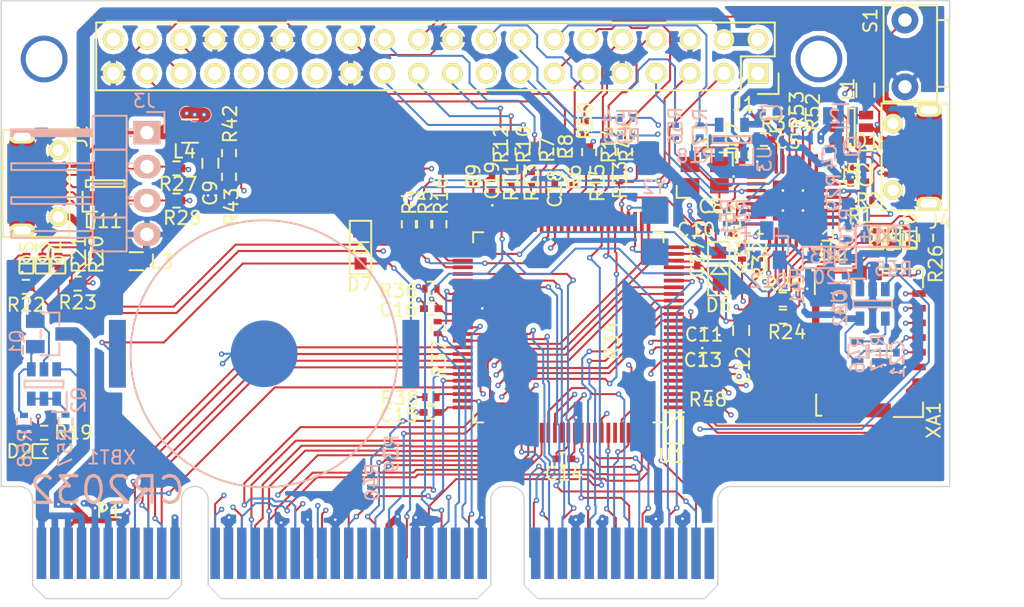
<source format=kicad_pcb>
(kicad_pcb (version 4) (host pcbnew 4.0.7)
  (layers (0 F.Cu signal) (1 In1.Cu signal) (2 In2.Cu mixed) (31 B.Cu mixed) (34 B.Paste user hide) (35 F.Paste user hide) (36 B.SilkS user) (37 F.SilkS user) (38 B.Mask user hide) (39 F.Mask user hide) (44 Edge.Cuts user))
  (net 0 "")
  (net 1 "Net-(D4-Pad2)")
  (net 2 /P5V)
  (net 3 /SWD_CLK_MAIN)
  (net 4 /LED0_MBED)
  (net 5 /LED0_MAIN)
  (net 6 /LED1_MAIN)
  (net 7 /SWD_DIO_MBED)
  (net 8 /SWD_CLK_MBED)
  (net 9 /USB_DP_MBED)
  (net 10 /USB_DM_MBED)
  (net 11 /USB_DP_MAIN)
  (net 12 /USB_DM_MAIN)
  (net 13 /USB_SENSE_MAIN)
  (net 14 /NMI_B_PULLUP)
  (net 15 /UART1_RX_MAIN)
  (net 16 /UART1_TX_MAIN)
  (net 17 /VOUT33_MBED)
  (net 18 /VREGIN_MBED)
  (net 19 /VOUT33_MAIN)
  (net 20 "Net-(D9-Pad1)")
  (net 21 /EXTAL_MBED)
  (net 22 /XTAL_MBED)
  (net 23 /VREGIN_MAIN)
  (net 24 GND)
  (net 25 "Net-(D1-Pad1)")
  (net 26 /SWD_DIO_MAIN)
  (net 27 /UART_TX_MBED)
  (net 28 /UART_RX_MBED)
  (net 29 /RESET_MBED)
  (net 30 /LED2_MBED)
  (net 31 /LED1_MBED)
  (net 32 /UART1_TX_MAIN_r)
  (net 33 /UART1_RX_MAIN_r)
  (net 34 /SWD_CLK_MAIN_r)
  (net 35 /SWD_DIO_MAIN_r)
  (net 36 /RESET_SW_MAIN_r)
  (net 37 "Net-(D1-Pad3)")
  (net 38 /P3V3)
  (net 39 "Net-(D2-Pad2)")
  (net 40 "Net-(D3-Pad2)")
  (net 41 "Net-(D5-Pad2)")
  (net 42 "Net-(D8-Pad1)")
  (net 43 /RESET_SW_BTN)
  (net 44 "Net-(J2-Pad6)")
  (net 45 "Net-(J4-Pad6)")
  (net 46 /VRTCBAT)
  (net 47 "Net-(C20-Pad1)")
  (net 48 "Net-(D7-Pad2)")
  (net 49 "Net-(D10-Pad1)")
  (net 50 "Net-(D11-Pad3)")
  (net 51 "Net-(D11-Pad1)")
  (net 52 /RESET_MAIN)
  (net 53 "Net-(R46-Pad2)")
  (net 54 "Net-(R48-Pad1)")
  (net 55 /SDHC_CLK)
  (net 56 /SDHC_D0)
  (net 57 /SDHC_D1)
  (net 58 /SD_SENSE_SW)
  (net 59 /SDHC_D2)
  (net 60 /SDHC_D3)
  (net 61 /SDHC_CMD)
  (net 62 /EXTAL32_MAIN)
  (net 63 /XTAL32_MAIN)
  (net 64 "Net-(D1-Pad4)")
  (net 65 "Net-(D1-Pad5)")
  (net 66 "Net-(D11-Pad4)")
  (net 67 "Net-(D11-Pad5)")
  (net 68 /OX40_GPIO1/RMII0_RXD1)
  (net 69 /OX40_GPIO3/RMII_RXCLK)
  (net 70 /OX40_GPIO2/RMII0_RXD0)
  (net 71 /OX40_GPIO4/P3V3_FLAG)
  (net 72 /OX40_GPIO2/RMII0_RXD0_r)
  (net 73 /OX40_GPIO1/RMII0_RXD1_r)
  (net 74 /OX40_GPIO3/RMII_RXCLK_r)
  (net 75 /OX40_GPIO4/P3V3_FLAG_r)
  (net 76 /RESET_SW_MAIN_r2)
  (net 77 /SWD_CLK_MAIN_r2)
  (net 78 /SWD_DIO_MAIN_r2)
  (net 79 /UART_RX_MBED_r)
  (net 80 /UART_TX_MBED_r)
  (net 81 /SWD_CLK_MBED_r)
  (net 82 /SWD_DIO_MBED_r)
  (net 83 /RESET_MBED_r)
  (net 84 /M1P0)
  (net 85 /M1P1)
  (net 86 /M1D0)
  (net 87 /M1D1)
  (net 88 /M1D2)
  (net 89 /M1D3)
  (net 90 /M1A0)
  (net 91 /M1A1)
  (net 92 /M0P0)
  (net 93 /M0P1)
  (net 94 /M0D0)
  (net 95 /M0D1)
  (net 96 /M0D2)
  (net 97 /M0D3)
  (net 98 /M0A0)
  (net 99 /M0A1)
  (net 100 /SA0)
  (net 101 /SA1)
  (net 102 /SP0)
  (net 103 /SD0)
  (net 104 /I2C0_SDA)
  (net 105 /I2C0_SCL)
  (net 106 /I2C_SEL0)
  (net 107 /SYSCLKH)
  (net 108 /RESETN)
  (net 109 /USB_PWR_DISABLE)
  (net 110 /SPI_SCLK)
  (net 111 /SPI_SEL0)
  (net 112 /SPI_MOSI)
  (net 113 /SPI_MISO)
  (net 114 /M2P0)
  (net 115 /M2P1)
  (net 116 /M2D0)
  (net 117 /M2D1)
  (net 118 /M2D2)
  (net 119 /M2D3)
  (net 120 /M2A0)
  (net 121 /M2A1)
  (net 122 /M3P0)
  (net 123 /M3P1)
  (net 124 /M3D0)
  (net 125 /M3D1)
  (net 126 /M3D2)
  (net 127 /M3D3)
  (net 128 /M3A0)
  (net 129 /M3A1)
  (net 130 /SPI_SEL1)
  (net 131 /I2C_SEL1)
  (net 132 "Net-(Q2-Pad1)")
  (net 133 /SPI_SCLK_r)
  (net 134 /SPI_MOSI_r)
  (net 135 /SYSCLKH_r)
  (net 136 "Net-(Q1-Pad1)")
  (net 137 /P5V_OUT)
  (net 138 /OX26_P3V3)
  (net 139 /OX26_I2C_SDA/RMII0_MDC)
  (net 140 /OX26_I2C_SCL/RMII0_MDIO)
  (net 141 /OX26_RXD/JTAG_TDI_MAIN)
  (net 142 /OX26_TXD/JTAG_TDO_MAIN)
  (net 143 /OX26_GPIO0/RMII0_RXER)
  (net 144 /OX26_P3V3_EN)
  (net 145 /OX26_SPI_MISO/RMII0_TXD1)
  (net 146 /OX26_SPI_MOSI/RMII0_TXD0)
  (net 147 /OX26_SPI_CLK/RMII0_TXEN)
  (net 148 /OX26_SPI_CS0/RMII0_CRS_DV)
  (net 149 /OX26_I2C_SDA/RMII0_MDC_r)
  (net 150 /OX26_I2C_SCL/RMII0_MDIO_r)
  (net 151 /OX26_GPIO0/RMII0_RXER_r)
  (net 152 /OX26_SPI_CLK/RMII0_TXEN_r)
  (net 153 /OX26_SPI_MOSI/RMII0_TXD0_r)
  (net 154 /OX26_SPI_MISO/RMII0_TXD1_r)
  (net 155 /OX26_SPI_CS0/RMII0_CRS_DV_r)
  (net 156 /OX26_RXD/JTAG_TDI_MAIN_r)
  (net 157 /OX26_TXD/JTAG_TDO_MAIN_r)
  (net 158 /OX26_P3V3_FLAG)
  (module Capacitors_SMD:C_0402 (layer F.Cu) (at 141.528 102.362 180)
    (fp_text reference C5 (at -1.792 -0.168 180) (layer F.SilkS))
    (fp_text value 0.1UF)
    (pad 1 smd rect (at -0.55 0 180) (size 0.6 0.5) (layers F.Cu F.Paste F.Mask) (net 38 /P3V3))
    (pad 2 smd rect (at 0.55 0 180) (size 0.6 0.5) (layers F.Cu F.Paste F.Mask) (net 24 GND))
  )
  (module proj_footprints:QFN32_w_TP_FS (layer F.Cu) (at 143.687 106.934 180)
    (fp_text reference U2 (at -3.05134 -3.88112 180) (layer F.SilkS) (effects (font (size 1.2 1.2))))
    (fp_text value MKL26Z128VFM4)
    (pad 33 smd rect (at 0.75 -0.75 180) (size 1.5 1.5) (layers F.Cu F.Paste F.Mask) (net 24 GND))
    (pad 33 smd rect (at 0.75 0.75 180) (size 1.5 1.5) (layers F.Cu F.Paste F.Mask) (net 24 GND))
    (pad 33 smd rect (at -0.75 0.75 180) (size 1.5 1.5) (layers F.Cu F.Paste F.Mask) (net 24 GND))
    (pad 1 smd oval (at -2.75 -1.75 270) (size 0.25 1.5) (layers F.Cu F.Paste F.Mask))
    (pad 2 smd oval (at -2.75 -1.25 270) (size 0.25 1.5) (layers F.Cu F.Paste F.Mask) (net 24 GND))
    (pad 3 smd oval (at -2.75 -0.75 270) (size 0.25 1.5) (layers F.Cu F.Paste F.Mask) (net 9 /USB_DP_MBED))
    (pad 4 smd oval (at -2.75 -0.25 270) (size 0.25 1.5) (layers F.Cu F.Paste F.Mask) (net 10 /USB_DM_MBED))
    (pad 5 smd oval (at -2.75 0.25 270) (size 0.25 1.5) (layers F.Cu F.Paste F.Mask) (net 17 /VOUT33_MBED))
    (pad 6 smd oval (at -2.75 0.75 270) (size 0.25 1.5) (layers F.Cu F.Paste F.Mask) (net 18 /VREGIN_MBED))
    (pad 7 smd oval (at -2.75 1.25 270) (size 0.25 1.5) (layers F.Cu F.Paste F.Mask) (net 38 /P3V3))
    (pad 8 smd oval (at -2.75 1.75 270) (size 0.25 1.5) (layers F.Cu F.Paste F.Mask) (net 24 GND))
    (pad 9 smd oval (at -1.75 2.75 180) (size 0.25 1.5) (layers F.Cu F.Paste F.Mask))
    (pad 10 smd oval (at -1.25 2.75 180) (size 0.25 1.5) (layers F.Cu F.Paste F.Mask) (net 8 /SWD_CLK_MBED))
    (pad 11 smd oval (at -0.75 2.75 180) (size 0.25 1.5) (layers F.Cu F.Paste F.Mask) (net 28 /UART_RX_MBED))
    (pad 12 smd oval (at -0.25 2.75 180) (size 0.25 1.5) (layers F.Cu F.Paste F.Mask) (net 27 /UART_TX_MBED))
    (pad 13 smd oval (at 0.25 2.75 180) (size 0.25 1.5) (layers F.Cu F.Paste F.Mask) (net 7 /SWD_DIO_MBED))
    (pad 14 smd oval (at 0.75 2.75 180) (size 0.25 1.5) (layers F.Cu F.Paste F.Mask) (net 14 /NMI_B_PULLUP))
    (pad 15 smd oval (at 1.25 2.75 180) (size 0.25 1.5) (layers F.Cu F.Paste F.Mask) (net 38 /P3V3))
    (pad 16 smd oval (at 1.75 2.75 180) (size 0.25 1.5) (layers F.Cu F.Paste F.Mask) (net 24 GND))
    (pad 17 smd oval (at 2.75 1.75 270) (size 0.25 1.5) (layers F.Cu F.Paste F.Mask) (net 21 /EXTAL_MBED))
    (pad 18 smd oval (at 2.75 1.25 270) (size 0.25 1.5) (layers F.Cu F.Paste F.Mask) (net 22 /XTAL_MBED))
    (pad 19 smd oval (at 2.75 0.75 270) (size 0.25 1.5) (layers F.Cu F.Paste F.Mask) (net 29 /RESET_MBED))
    (pad 20 smd oval (at 2.75 0.25 270) (size 0.25 1.5) (layers F.Cu F.Paste F.Mask))
    (pad 21 smd oval (at 2.75 -0.25 270) (size 0.25 1.5) (layers F.Cu F.Paste F.Mask) (net 36 /RESET_SW_MAIN_r))
    (pad 22 smd oval (at 2.75 -0.75 270) (size 0.25 1.5) (layers F.Cu F.Paste F.Mask))
    (pad 23 smd oval (at 2.75 -1.25 270) (size 0.25 1.5) (layers F.Cu F.Paste F.Mask))
    (pad 24 smd oval (at 2.75 -1.75 270) (size 0.25 1.5) (layers F.Cu F.Paste F.Mask) (net 32 /UART1_TX_MAIN_r))
    (pad 25 smd oval (at 1.75 -2.75 180) (size 0.25 1.5) (layers F.Cu F.Paste F.Mask) (net 33 /UART1_RX_MAIN_r))
    (pad 26 smd oval (at 1.25 -2.75 180) (size 0.25 1.5) (layers F.Cu F.Paste F.Mask) (net 34 /SWD_CLK_MAIN_r))
    (pad 27 smd oval (at 0.75 -2.75 180) (size 0.25 1.5) (layers F.Cu F.Paste F.Mask) (net 35 /SWD_DIO_MAIN_r))
    (pad 28 smd oval (at 0.25 -2.75 180) (size 0.25 1.5) (layers F.Cu F.Paste F.Mask))
    (pad 29 smd oval (at -0.25 -2.75 180) (size 0.25 1.5) (layers F.Cu F.Paste F.Mask) (net 4 /LED0_MBED))
    (pad 30 smd oval (at -0.75 -2.75 180) (size 0.25 1.5) (layers F.Cu F.Paste F.Mask) (net 31 /LED1_MBED))
    (pad 31 smd oval (at -1.25 -2.75 180) (size 0.25 1.5) (layers F.Cu F.Paste F.Mask) (net 30 /LED2_MBED))
    (pad 32 smd oval (at -1.75 -2.75 180) (size 0.25 1.5) (layers F.Cu F.Paste F.Mask) (net 29 /RESET_MBED))
    (pad 33 smd rect (at -0.75 -0.75 180) (size 1.5 1.5) (layers F.Cu F.Paste F.Mask) (net 24 GND))
  )
  (module Resistors_SMD:R_0402 (layer F.Cu) (at 128.95 105.05 270)
    (fp_text reference R15 (at 0.56 -0.11 270) (layer F.SilkS))
    (fp_text value 150)
    (pad 1 smd rect (at -0.45 0 270) (size 0.4 0.6) (layers F.Cu F.Paste F.Mask) (net 142 /OX26_TXD/JTAG_TDO_MAIN))
    (pad 2 smd rect (at 0.45 0 270) (size 0.4 0.6) (layers F.Cu F.Paste F.Mask) (net 157 /OX26_TXD/JTAG_TDO_MAIN_r))
  )
  (module Resistors_SMD:R_0402 (layer B.Cu) (at 151.1292 111.9886 180)
    (fp_text reference R45 (at -0.0708 -0.0714 180) (layer B.SilkS) (effects (justify mirror)))
    (fp_text value 10K)
    (pad 1 smd rect (at -0.45 0 180) (size 0.4 0.6) (layers B.Cu B.Paste B.Mask) (net 109 /USB_PWR_DISABLE))
    (pad 2 smd rect (at 0.45 0 180) (size 0.4 0.6) (layers B.Cu B.Paste B.Mask) (net 47 "Net-(C20-Pad1)"))
  )
  (module Resistors_SMD:R_0402 (layer F.Cu) (at 97.541 104.521 180)
    (fp_text reference R28 (at -0.439 -3.719 180) (layer F.SilkS))
    (fp_text value 33)
    (pad 1 smd rect (at -0.45 0 180) (size 0.4 0.6) (layers F.Cu F.Paste F.Mask) (net 12 /USB_DM_MAIN))
    (pad 2 smd rect (at 0.45 0 180) (size 0.4 0.6) (layers F.Cu F.Paste F.Mask) (net 66 "Net-(D11-Pad4)"))
  )
  (module proj_footprints:1051620101 (layer F.Cu) (at 152.6278 117.6528 90)
    (fp_text reference XA1 (at -5.73024 1.601 90) (layer F.SilkS))
    (fp_text value MicroSD_Conn)
    (pad 8 smd rect (at -3.95 0.5 90) (size 0.5 1) (layers F.Cu F.Paste F.Mask) (net 57 /SDHC_D1))
    (pad 7 smd rect (at -2.85 0.5 90) (size 0.5 1) (layers F.Cu F.Paste F.Mask) (net 56 /SDHC_D0))
    (pad 6 smd rect (at -1.75 0.5 90) (size 0.5 1) (layers F.Cu F.Paste F.Mask) (net 24 GND))
    (pad 5 smd rect (at -0.65 0.5 90) (size 0.5 1) (layers F.Cu F.Paste F.Mask) (net 54 "Net-(R48-Pad1)"))
    (pad 4 smd rect (at 0.45 0.5 90) (size 0.5 1) (layers F.Cu F.Paste F.Mask) (net 38 /P3V3))
    (pad 3 smd rect (at 1.55 0.5 90) (size 0.5 1) (layers F.Cu F.Paste F.Mask) (net 61 /SDHC_CMD))
    (pad 2 smd rect (at 2.65 0.5 90) (size 0.5 1) (layers F.Cu F.Paste F.Mask) (net 60 /SDHC_D3))
    (pad 1 smd rect (at 3.75 0.5 90) (size 0.5 1) (layers F.Cu F.Paste F.Mask) (net 59 /SDHC_D2))
    (pad G4 smd rect (at -5 -2.805 90) (size 1.05 2.39) (layers F.Cu F.Paste F.Mask) (net 24 GND))
    (pad G3 smd rect (at -5 -5.99 90) (size 1.05 1.2) (layers F.Cu F.Paste F.Mask) (net 24 GND))
    (pad G2 smd rect (at 5.325 -6.56 90) (size 1.05 1.2) (layers F.Cu F.Paste F.Mask) (net 24 GND))
    (pad G1 smd rect (at 5.325 -3.95 90) (size 1.05 1.08) (layers F.Cu F.Paste F.Mask) (net 24 GND))
    (pad 9 smd rect (at 5.11 -2.68 90) (size 0.72 0.78) (layers F.Cu F.Paste F.Mask) (net 58 /SD_SENSE_SW))
    (pad NC1 smd rect (at -2.095 -7.235 90) (size 2.91 0.55) (layers F.Cu F.Paste F.Mask))
    (pad NC2 smd rect (at 2.095 -7.235 90) (size 2.91 0.55) (layers F.Cu F.Paste F.Mask))
  )
  (module Capacitors_SMD:C_0402 (layer B.Cu) (at 141.909 100.33)
    (fp_text reference C3 (at 0.131 0.08) (layer B.SilkS) (effects (justify mirror)))
    (fp_text value 0.1UF)
    (pad 1 smd rect (at -0.55 0) (size 0.6 0.5) (layers B.Cu B.Paste B.Mask) (net 38 /P3V3))
    (pad 2 smd rect (at 0.55 0) (size 0.6 0.5) (layers B.Cu B.Paste B.Mask) (net 24 GND))
  )
  (module Pin_Headers:Pin_Header_Angled_1x04 (layer B.Cu) (at 95.3312 101.854 180)
    (fp_text reference J3 (at 0.1955 2.3876 180) (layer B.SilkS) (effects (justify mirror)))
    (fp_text value PH1X4RH)
    (pad 1 thru_hole rect (at 0 0 180) (size 2.032 1.7272) (drill 1.016) (layers *.Cu *.Mask B.SilkS) (net 67 "Net-(D11-Pad5)"))
    (pad 2 thru_hole oval (at 0 -2.54 180) (size 2.032 1.7272) (drill 1.016) (layers *.Cu *.Mask B.SilkS) (net 66 "Net-(D11-Pad4)"))
    (pad 3 thru_hole oval (at 0 -5.08 180) (size 2.032 1.7272) (drill 1.016) (layers *.Cu *.Mask B.SilkS) (net 50 "Net-(D11-Pad3)"))
    (pad 4 thru_hole oval (at 0 -7.62 180) (size 2.032 1.7272) (drill 1.016) (layers *.Cu *.Mask B.SilkS) (net 24 GND))
  )
  (module Resistors_SMD:R_0402 (layer F.Cu) (at 126.619 103.251 270)
    (fp_text reference R8 (at -0.351 -0.071 270) (layer F.SilkS))
    (fp_text value 150)
    (pad 1 smd rect (at -0.45 0 270) (size 0.4 0.6) (layers F.Cu F.Paste F.Mask) (net 68 /OX40_GPIO1/RMII0_RXD1))
    (pad 2 smd rect (at 0.45 0 270) (size 0.4 0.6) (layers F.Cu F.Paste F.Mask) (net 73 /OX40_GPIO1/RMII0_RXD1_r))
  )
  (module Resistors_SMD:R_0402 (layer B.Cu) (at 136.702 101.727 90)
    (fp_text reference R17 (at 0.297 0.048 90) (layer B.SilkS) (effects (justify mirror)))
    (fp_text value 10K)
    (pad 1 smd rect (at -0.45 0 90) (size 0.4 0.6) (layers B.Cu B.Paste B.Mask) (net 38 /P3V3))
    (pad 2 smd rect (at 0.45 0 90) (size 0.4 0.6) (layers B.Cu B.Paste B.Mask) (net 144 /OX26_P3V3_EN))
  )
  (module Resistors_SMD:R_0402 (layer F.Cu) (at 142.94 115.63)
    (fp_text reference R24 (at 0.3 1.17) (layer F.SilkS))
    (fp_text value 100)
    (pad 1 smd rect (at -0.45 0) (size 0.4 0.6) (layers F.Cu F.Paste F.Mask) (net 4 /LED0_MBED))
    (pad 2 smd rect (at 0.45 0) (size 0.4 0.6) (layers F.Cu F.Paste F.Mask) (net 42 "Net-(D8-Pad1)"))
  )
  (module Capacitors_SMD:C_0402 (layer F.Cu) (at 125.857 106.299 90)
    (fp_text reference C18 (at 0.259 0.013 90) (layer F.SilkS))
    (fp_text value 0.1UF)
    (pad 1 smd rect (at -0.55 0 90) (size 0.6 0.5) (layers F.Cu F.Paste F.Mask) (net 38 /P3V3))
    (pad 2 smd rect (at 0.55 0 90) (size 0.6 0.5) (layers F.Cu F.Paste F.Mask) (net 24 GND))
  )
  (module Capacitors_SMD:C_0603 (layer B.Cu) (at 148.1066 102.9716 270)
    (fp_text reference C1 (at 0.0384 -0.0434 270) (layer B.SilkS) (effects (justify mirror)))
    (fp_text value 10uF)
    (pad 1 smd rect (at -0.75 0 270) (size 0.8 0.75) (layers B.Cu B.Paste B.Mask) (net 18 /VREGIN_MBED))
    (pad 2 smd rect (at 0.75 0 270) (size 0.8 0.75) (layers B.Cu B.Paste B.Mask) (net 24 GND))
  )
  (module Capacitors_SMD:C_0402 (layer F.Cu) (at 139.877 103.505 90)
    (fp_text reference C7 (at 1.555 -0.677 90) (layer F.SilkS))
    (fp_text value TBD)
    (pad 1 smd rect (at -0.55 0 90) (size 0.6 0.5) (layers F.Cu F.Paste F.Mask) (net 21 /EXTAL_MBED))
    (pad 2 smd rect (at 0.55 0 90) (size 0.6 0.5) (layers F.Cu F.Paste F.Mask) (net 24 GND))
  )
  (module Capacitors_SMD:C_0402 (layer F.Cu) (at 137.464 107.315)
    (fp_text reference C8 (at 0.096 0.055) (layer F.SilkS))
    (fp_text value TBD)
    (pad 1 smd rect (at -0.55 0) (size 0.6 0.5) (layers F.Cu F.Paste F.Mask) (net 22 /XTAL_MBED))
    (pad 2 smd rect (at 0.55 0) (size 0.6 0.5) (layers F.Cu F.Paste F.Mask) (net 24 GND))
  )
  (module Capacitors_SMD:C_0402 (layer B.Cu) (at 151.434 118.872 270)
    (fp_text reference C21 (at -0.052 -0.086 270) (layer B.SilkS) (effects (justify mirror)))
    (fp_text value 0.1UF)
    (pad 1 smd rect (at -0.55 0 270) (size 0.6 0.5) (layers B.Cu B.Paste B.Mask) (net 38 /P3V3))
    (pad 2 smd rect (at 0.55 0 270) (size 0.6 0.5) (layers B.Cu B.Paste B.Mask) (net 24 GND))
  )
  (module Capacitors_SMD:C_0603 (layer F.Cu) (at 100.076 104.14 270)
    (fp_text reference C9 (at 2.2352 0.01016 270) (layer F.SilkS))
    (fp_text value 10uF)
    (pad 1 smd rect (at -0.75 0 270) (size 0.8 0.75) (layers F.Cu F.Paste F.Mask) (net 23 /VREGIN_MAIN))
    (pad 2 smd rect (at 0.75 0 270) (size 0.8 0.75) (layers F.Cu F.Paste F.Mask) (net 24 GND))
  )
  (module Capacitors_SMD:C_0402 (layer F.Cu) (at 126.5428 126.2888 180)
    (fp_text reference C14 (at -0.01016 -1.1176 180) (layer F.SilkS))
    (fp_text value 0.1UF)
    (pad 1 smd rect (at -0.55 0 180) (size 0.6 0.5) (layers F.Cu F.Paste F.Mask) (net 38 /P3V3))
    (pad 2 smd rect (at 0.55 0 180) (size 0.6 0.5) (layers F.Cu F.Paste F.Mask) (net 24 GND))
  )
  (module Capacitors_SMD:C_0402 (layer F.Cu) (at 116.6114 115.0366 180)
    (fp_text reference C16 (at 2.45872 -0.0762 180) (layer F.SilkS))
    (fp_text value 0.1UF)
    (pad 1 smd rect (at -0.55 0 180) (size 0.6 0.5) (layers F.Cu F.Paste F.Mask) (net 38 /P3V3))
    (pad 2 smd rect (at 0.55 0 180) (size 0.6 0.5) (layers F.Cu F.Paste F.Mask) (net 24 GND))
  )
  (module Capacitors_SMD:C_0402 (layer F.Cu) (at 148.005 105.029 90)
    (fp_text reference C6 (at 0.059 0.035 90) (layer F.SilkS))
    (fp_text value 0.1UF)
    (pad 1 smd rect (at -0.55 0 90) (size 0.6 0.5) (layers F.Cu F.Paste F.Mask) (net 38 /P3V3))
    (pad 2 smd rect (at 0.55 0 90) (size 0.6 0.5) (layers F.Cu F.Paste F.Mask) (net 24 GND))
  )
  (module Capacitors_SMD:C_0402 (layer B.Cu) (at 147.0906 112.5982 180)
    (fp_text reference C20 (at 0.4706 -0.0718 360) (layer B.SilkS) (effects (justify mirror)))
    (fp_text value 1UF)
    (pad 1 smd rect (at -0.55 0 180) (size 0.6 0.5) (layers B.Cu B.Paste B.Mask) (net 47 "Net-(C20-Pad1)"))
    (pad 2 smd rect (at 0.55 0 180) (size 0.6 0.5) (layers B.Cu B.Paste B.Mask) (net 24 GND))
  )
  (module Resistors_SMD:R_0603 (layer F.Cu) (at 149.11 98.67 270)
    (fp_text reference L1 (at -0.06176 1.33604 270) (layer F.SilkS))
    (fp_text value FB330)
    (pad 1 smd rect (at -0.75 0 270) (size 0.5 0.9) (layers F.Cu F.Paste F.Mask) (net 45 "Net-(J4-Pad6)"))
    (pad 2 smd rect (at 0.75 0 270) (size 0.5 0.9) (layers F.Cu F.Paste F.Mask) (net 24 GND))
  )
  (module Resistors_SMD:R_0805 (layer B.Cu) (at 147.243 100.584 180)
    (fp_text reference L2 (at 0.043 -0.046 180) (layer B.SilkS) (effects (justify mirror)))
    (fp_text value FB330)
    (pad 1 smd rect (at -0.95 0 180) (size 0.7 1.3) (layers B.Cu B.Paste B.Mask) (net 18 /VREGIN_MBED))
    (pad 2 smd rect (at 0.95 0 180) (size 0.7 1.3) (layers B.Cu B.Paste B.Mask) (net 65 "Net-(D1-Pad5)"))
  )
  (module Resistors_SMD:R_0603 (layer F.Cu) (at 94.53 111.48)
    (fp_text reference L3 (at 1.89 0.04) (layer F.SilkS))
    (fp_text value FB330)
    (pad 1 smd rect (at -0.75 0) (size 0.5 0.9) (layers F.Cu F.Paste F.Mask) (net 44 "Net-(J2-Pad6)"))
    (pad 2 smd rect (at 0.75 0) (size 0.5 0.9) (layers F.Cu F.Paste F.Mask) (net 24 GND))
  )
  (module Resistors_SMD:R_0805 (layer F.Cu) (at 98.552 101.727 180)
    (fp_text reference L4 (at 0.42164 -1.53162 180) (layer F.SilkS))
    (fp_text value FB330)
    (pad 1 smd rect (at -0.95 0 180) (size 0.7 1.3) (layers F.Cu F.Paste F.Mask) (net 23 /VREGIN_MAIN))
    (pad 2 smd rect (at 0.95 0 180) (size 0.7 1.3) (layers F.Cu F.Paste F.Mask) (net 67 "Net-(D11-Pad5)"))
  )
  (module Resistors_SMD:R_0402 (layer F.Cu) (at 148.767 108.077 180)
    (fp_text reference R1 (at 0.017 -0.003 180) (layer F.SilkS))
    (fp_text value 33)
    (pad 1 smd rect (at -0.45 0 180) (size 0.4 0.6) (layers F.Cu F.Paste F.Mask) (net 37 "Net-(D1-Pad3)"))
    (pad 2 smd rect (at 0.45 0 180) (size 0.4 0.6) (layers F.Cu F.Paste F.Mask) (net 9 /USB_DP_MBED))
  )
  (module Resistors_SMD:R_0402 (layer F.Cu) (at 149.148 106.934)
    (fp_text reference R2 (at 0.182 -0.004) (layer F.SilkS))
    (fp_text value 33)
    (pad 1 smd rect (at -0.45 0) (size 0.4 0.6) (layers F.Cu F.Paste F.Mask) (net 10 /USB_DM_MBED))
    (pad 2 smd rect (at 0.45 0) (size 0.4 0.6) (layers F.Cu F.Paste F.Mask) (net 64 "Net-(D1-Pad4)"))
  )
  (module Resistors_SMD:R_0402 (layer F.Cu) (at 114.935 108.712 270)
    (fp_text reference R4 (at -1.67386 -0.0508 270) (layer F.SilkS))
    (fp_text value 100)
    (pad 1 smd rect (at -0.45 0 270) (size 0.4 0.6) (layers F.Cu F.Paste F.Mask) (net 139 /OX26_I2C_SDA/RMII0_MDC))
    (pad 2 smd rect (at 0.45 0 270) (size 0.4 0.6) (layers F.Cu F.Paste F.Mask) (net 149 /OX26_I2C_SDA/RMII0_MDC_r))
  )
  (module Resistors_SMD:R_0402 (layer F.Cu) (at 116.078 108.712 270)
    (fp_text reference R5 (at -1.67386 -0.11176 270) (layer F.SilkS))
    (fp_text value 100)
    (pad 1 smd rect (at -0.45 0 270) (size 0.4 0.6) (layers F.Cu F.Paste F.Mask) (net 140 /OX26_I2C_SCL/RMII0_MDIO))
    (pad 2 smd rect (at 0.45 0 270) (size 0.4 0.6) (layers F.Cu F.Paste F.Mask) (net 150 /OX26_I2C_SCL/RMII0_MDIO_r))
  )
  (module Resistors_SMD:R_0402 (layer B.Cu) (at 146.6842 106.7816 270)
    (fp_text reference R29 (at -0.4416 -0.0658 270) (layer B.SilkS) (effects (justify mirror)))
    (fp_text value 4.7K)
    (pad 1 smd rect (at -0.45 0 270) (size 0.4 0.6) (layers B.Cu B.Paste B.Mask) (net 18 /VREGIN_MBED))
    (pad 2 smd rect (at 0.45 0 270) (size 0.4 0.6) (layers B.Cu B.Paste B.Mask) (net 29 /RESET_MBED))
  )
  (module Resistors_SMD:R_0402 (layer B.Cu) (at 147.7764 109.3724 90)
    (fp_text reference R30 (at 0.4824 -0.0764 90) (layer B.SilkS) (effects (justify mirror)))
    (fp_text value 10K)
    (pad 1 smd rect (at -0.45 0 90) (size 0.4 0.6) (layers B.Cu B.Paste B.Mask) (net 29 /RESET_MBED))
    (pad 2 smd rect (at 0.45 0 90) (size 0.4 0.6) (layers B.Cu B.Paste B.Mask) (net 24 GND))
  )
  (module Resistors_SMD:R_0402 (layer F.Cu) (at 97.541 106.934)
    (fp_text reference R27 (at 0.11692 -1.23952) (layer F.SilkS))
    (fp_text value 33)
    (pad 1 smd rect (at -0.45 0) (size 0.4 0.6) (layers F.Cu F.Paste F.Mask) (net 50 "Net-(D11-Pad3)"))
    (pad 2 smd rect (at 0.45 0) (size 0.4 0.6) (layers F.Cu F.Paste F.Mask) (net 11 /USB_DP_MAIN))
  )
  (module Resistors_SMD:R_0402 (layer F.Cu) (at 101.473 103.378 270)
    (fp_text reference R42 (at -2.1844 -0.08636 270) (layer F.SilkS))
    (fp_text value 4.7K)
    (pad 1 smd rect (at -0.45 0 270) (size 0.4 0.6) (layers F.Cu F.Paste F.Mask) (net 23 /VREGIN_MAIN))
    (pad 2 smd rect (at 0.45 0 270) (size 0.4 0.6) (layers F.Cu F.Paste F.Mask) (net 13 /USB_SENSE_MAIN))
  )
  (module Resistors_SMD:R_0402 (layer F.Cu) (at 101.473 105.156 270)
    (fp_text reference R43 (at 2.25552 -0.19304 270) (layer F.SilkS))
    (fp_text value 10K)
    (pad 1 smd rect (at -0.45 0 270) (size 0.4 0.6) (layers F.Cu F.Paste F.Mask) (net 13 /USB_SENSE_MAIN))
    (pad 2 smd rect (at 0.45 0 270) (size 0.4 0.6) (layers F.Cu F.Paste F.Mask) (net 24 GND))
  )
  (module Resistors_SMD:R_0402 (layer B.Cu) (at 143.941 112.8268 90)
    (fp_text reference R41 (at -0.5132 0.069 90) (layer B.SilkS) (effects (justify mirror)))
    (fp_text value 10K)
    (pad 1 smd rect (at -0.45 0 90) (size 0.4 0.6) (layers B.Cu B.Paste B.Mask) (net 38 /P3V3))
    (pad 2 smd rect (at 0.45 0 90) (size 0.4 0.6) (layers B.Cu B.Paste B.Mask) (net 52 /RESET_MAIN))
  )
  (module Resistors_SMD:R_0402 (layer F.Cu) (at 142.24 101.219 180)
    (fp_text reference R3 (at 0.03 0.039 180) (layer F.SilkS))
    (fp_text value 10K)
    (pad 1 smd rect (at -0.45 0 180) (size 0.4 0.6) (layers F.Cu F.Paste F.Mask) (net 14 /NMI_B_PULLUP))
    (pad 2 smd rect (at 0.45 0 180) (size 0.4 0.6) (layers F.Cu F.Paste F.Mask) (net 38 /P3V3))
  )
  (module Resistors_SMD:R_0402 (layer F.Cu) (at 127.254 105.283 270)
    (fp_text reference R6 (at -0.103 -0.046 270) (layer F.SilkS))
    (fp_text value 150)
    (pad 1 smd rect (at -0.45 0 270) (size 0.4 0.6) (layers F.Cu F.Paste F.Mask) (net 143 /OX26_GPIO0/RMII0_RXER))
    (pad 2 smd rect (at 0.45 0 270) (size 0.4 0.6) (layers F.Cu F.Paste F.Mask) (net 151 /OX26_GPIO0/RMII0_RXER_r))
  )
  (module Resistors_SMD:R_0402 (layer F.Cu) (at 125.222 103.251 270)
    (fp_text reference R7 (at -0.111 -0.078 270) (layer F.SilkS))
    (fp_text value 150)
    (pad 1 smd rect (at -0.45 0 270) (size 0.4 0.6) (layers F.Cu F.Paste F.Mask) (net 70 /OX40_GPIO2/RMII0_RXD0))
    (pad 2 smd rect (at 0.45 0 270) (size 0.4 0.6) (layers F.Cu F.Paste F.Mask) (net 72 /OX40_GPIO2/RMII0_RXD0_r))
  )
  (module Resistors_SMD:R_0402 (layer F.Cu) (at 123.444 103.251 270)
    (fp_text reference R10 (at -0.541 -0.096 270) (layer F.SilkS))
    (fp_text value 150)
    (pad 1 smd rect (at -0.45 0 270) (size 0.4 0.6) (layers F.Cu F.Paste F.Mask) (net 147 /OX26_SPI_CLK/RMII0_TXEN))
    (pad 2 smd rect (at 0.45 0 270) (size 0.4 0.6) (layers F.Cu F.Paste F.Mask) (net 152 /OX26_SPI_CLK/RMII0_TXEN_r))
  )
  (module Resistors_SMD:R_0402 (layer F.Cu) (at 122.555 105.283 270)
    (fp_text reference R11 (at 0.267 -0.045 270) (layer F.SilkS))
    (fp_text value 150)
    (pad 1 smd rect (at -0.45 0 270) (size 0.4 0.6) (layers F.Cu F.Paste F.Mask) (net 146 /OX26_SPI_MOSI/RMII0_TXD0))
    (pad 2 smd rect (at 0.45 0 270) (size 0.4 0.6) (layers F.Cu F.Paste F.Mask) (net 153 /OX26_SPI_MOSI/RMII0_TXD0_r))
  )
  (module Resistors_SMD:R_0402 (layer F.Cu) (at 121.793 103.251 270)
    (fp_text reference R12 (at -0.531 -0.047 270) (layer F.SilkS))
    (fp_text value 150)
    (pad 1 smd rect (at -0.45 0 270) (size 0.4 0.6) (layers F.Cu F.Paste F.Mask) (net 145 /OX26_SPI_MISO/RMII0_TXD1))
    (pad 2 smd rect (at 0.45 0 270) (size 0.4 0.6) (layers F.Cu F.Paste F.Mask) (net 154 /OX26_SPI_MISO/RMII0_TXD1_r))
  )
  (module Resistors_SMD:R_0402 (layer F.Cu) (at 124.079 105.283 270)
    (fp_text reference R13 (at 0.287 -0.051 270) (layer F.SilkS))
    (fp_text value 150)
    (pad 1 smd rect (at -0.45 0 270) (size 0.4 0.6) (layers F.Cu F.Paste F.Mask) (net 148 /OX26_SPI_CS0/RMII0_CRS_DV))
    (pad 2 smd rect (at 0.45 0 270) (size 0.4 0.6) (layers F.Cu F.Paste F.Mask) (net 155 /OX26_SPI_CS0/RMII0_CRS_DV_r))
  )
  (module Resistors_SMD:R_0402 (layer F.Cu) (at 116.586 113.538 180)
    (fp_text reference R36 (at 2.42316 -0.16764 180) (layer F.SilkS))
    (fp_text value 22)
    (pad 1 smd rect (at -0.45 0 180) (size 0.4 0.6) (layers F.Cu F.Paste F.Mask) (net 133 /SPI_SCLK_r))
    (pad 2 smd rect (at 0.45 0 180) (size 0.4 0.6) (layers F.Cu F.Paste F.Mask) (net 110 /SPI_SCLK))
  )
  (module Resistors_SMD:R_0402 (layer F.Cu) (at 139.877 110.871 270)
    (fp_text reference R31 (at 0.179 -0.053 270) (layer F.SilkS))
    (fp_text value 470)
    (pad 1 smd rect (at -0.45 0 270) (size 0.4 0.6) (layers F.Cu F.Paste F.Mask) (net 32 /UART1_TX_MAIN_r))
    (pad 2 smd rect (at 0.45 0 270) (size 0.4 0.6) (layers F.Cu F.Paste F.Mask) (net 16 /UART1_TX_MAIN))
  )
  (module Resistors_SMD:R_0402 (layer F.Cu) (at 141.147 111.76 270)
    (fp_text reference R32 (at -0.34 -0.073 270) (layer F.SilkS))
    (fp_text value 470)
    (pad 1 smd rect (at -0.45 0 270) (size 0.4 0.6) (layers F.Cu F.Paste F.Mask) (net 33 /UART1_RX_MAIN_r))
    (pad 2 smd rect (at 0.45 0 270) (size 0.4 0.6) (layers F.Cu F.Paste F.Mask) (net 15 /UART1_RX_MAIN))
  )
  (module Resistors_SMD:R_0402 (layer F.Cu) (at 130.7 105.08 270)
    (fp_text reference R33 (at 0.31 -0.05 270) (layer F.SilkS))
    (fp_text value 100)
    (pad 1 smd rect (at -0.45 0 270) (size 0.4 0.6) (layers F.Cu F.Paste F.Mask) (net 34 /SWD_CLK_MAIN_r))
    (pad 2 smd rect (at 0.45 0 270) (size 0.4 0.6) (layers F.Cu F.Paste F.Mask) (net 3 /SWD_CLK_MAIN))
  )
  (module Resistors_SMD:R_0402 (layer F.Cu) (at 128.43 103.3 270)
    (fp_text reference R34 (at 14.13256 -1.7026 270) (layer F.SilkS))
    (fp_text value 100)
    (pad 1 smd rect (at -0.45 0 270) (size 0.4 0.6) (layers F.Cu F.Paste F.Mask) (net 35 /SWD_DIO_MAIN_r))
    (pad 2 smd rect (at 0.45 0 270) (size 0.4 0.6) (layers F.Cu F.Paste F.Mask) (net 26 /SWD_DIO_MAIN))
  )
  (module Resistors_SMD:R_0402 (layer F.Cu) (at 139.242 108.9914 270)
    (fp_text reference R35 (at -0.4414 -0.028 270) (layer F.SilkS))
    (fp_text value 100)
    (pad 1 smd rect (at -0.45 0 270) (size 0.4 0.6) (layers F.Cu F.Paste F.Mask) (net 36 /RESET_SW_MAIN_r))
    (pad 2 smd rect (at 0.45 0 270) (size 0.4 0.6) (layers F.Cu F.Paste F.Mask) (net 43 /RESET_SW_BTN))
  )
  (module Resistors_SMD:R_0402 (layer F.Cu) (at 117.094 116.459 270)
    (fp_text reference R37 (at 2.34188 -0.1143 270) (layer F.SilkS))
    (fp_text value 22)
    (pad 1 smd rect (at -0.45 0 270) (size 0.4 0.6) (layers F.Cu F.Paste F.Mask) (net 134 /SPI_MOSI_r))
    (pad 2 smd rect (at 0.45 0 270) (size 0.4 0.6) (layers F.Cu F.Paste F.Mask) (net 112 /SPI_MOSI))
  )
  (module proj_footprints:XTAL3_2X2_5 (layer F.Cu) (at 137.083 105.029 180)
    (fp_text reference Y1 (at 0.20748 2.2098 180) (layer F.SilkS))
    (fp_text value 16MHz)
    (pad 3 smd rect (at 1.1 -0.8 180) (size 1.4 1.15) (layers F.Cu F.Paste F.Mask) (net 22 /XTAL_MBED))
    (pad 2 smd rect (at 1.1 0.8 180) (size 1.4 1.15) (layers F.Cu F.Paste F.Mask) (net 24 GND))
    (pad 1 smd rect (at -1.1 0.8 180) (size 1.4 1.15) (layers F.Cu F.Paste F.Mask) (net 21 /EXTAL_MBED))
    (pad 4 smd rect (at -1.1 -0.8 180) (size 1.4 1.15) (layers F.Cu F.Paste F.Mask) (net 24 GND))
  )
  (module proj_footprints:Switch_TS-1101F_SZ_BEST (layer F.Cu) (at 152.07408 93.41104 270)
    (fp_text reference S1 (at 0.04896 2.58408 270) (layer F.SilkS))
    (fp_text value RESET_MAIN)
    (pad 1 thru_hole circle (at 0 0 270) (size 2 2) (drill 1) (layers *.Cu *.Mask) (net 43 /RESET_SW_BTN))
    (pad 2 thru_hole circle (at 5 0 270) (size 2 2) (drill 1) (layers *.Cu *.Mask) (net 24 GND))
  )
  (module Capacitors_SMD:C_0402 (layer F.Cu) (at 149.148 105.029 90)
    (fp_text reference C2 (at 0.029 0.032 90) (layer F.SilkS))
    (fp_text value 2.2uF)
    (pad 1 smd rect (at -0.55 0 90) (size 0.6 0.5) (layers F.Cu F.Paste F.Mask) (net 17 /VOUT33_MBED))
    (pad 2 smd rect (at 0.55 0 90) (size 0.6 0.5) (layers F.Cu F.Paste F.Mask) (net 24 GND))
  )
  (module Capacitors_SMD:C_0402 (layer B.Cu) (at 146.354 103.632 90)
    (fp_text reference C4 (at 0.002 0.106 90) (layer B.SilkS) (effects (justify mirror)))
    (fp_text value 2.2uF)
    (pad 1 smd rect (at -0.55 0 90) (size 0.6 0.5) (layers B.Cu B.Paste B.Mask) (net 38 /P3V3))
    (pad 2 smd rect (at 0.55 0 90) (size 0.6 0.5) (layers B.Cu B.Paste B.Mask) (net 24 GND))
  )
  (module Resistors_SMD:R_0402 (layer F.Cu) (at 119.761 105.283 270)
    (fp_text reference R9 (at -0.143 -0.009 270) (layer F.SilkS))
    (fp_text value 150)
    (pad 1 smd rect (at -0.45 0 270) (size 0.4 0.6) (layers F.Cu F.Paste F.Mask) (net 69 /OX40_GPIO3/RMII_RXCLK))
    (pad 2 smd rect (at 0.45 0 270) (size 0.4 0.6) (layers F.Cu F.Paste F.Mask) (net 74 /OX40_GPIO3/RMII_RXCLK_r))
  )
  (module Resistors_SMD:R_0402 (layer B.Cu) (at 136.575 103.505)
    (fp_text reference R18 (at -0.195 0.095) (layer B.SilkS) (effects (justify mirror)))
    (fp_text value 10K)
    (pad 1 smd rect (at -0.45 0) (size 0.4 0.6) (layers B.Cu B.Paste B.Mask) (net 38 /P3V3))
    (pad 2 smd rect (at 0.45 0) (size 0.4 0.6) (layers B.Cu B.Paste B.Mask) (net 158 /OX26_P3V3_FLAG))
  )
  (module Resistors_SMD:R_0402 (layer F.Cu) (at 117.221 108.712 270)
    (fp_text reference R16 (at -2.1463 -0.11938 270) (layer F.SilkS))
    (fp_text value 470)
    (pad 1 smd rect (at -0.45 0 270) (size 0.4 0.6) (layers F.Cu F.Paste F.Mask) (net 71 /OX40_GPIO4/P3V3_FLAG))
    (pad 2 smd rect (at 0.45 0 270) (size 0.4 0.6) (layers F.Cu F.Paste F.Mask) (net 75 /OX40_GPIO4/P3V3_FLAG_r))
  )
  (module Resistors_SMD:R_0402 (layer F.Cu) (at 91.5 111.5 90)
    (fp_text reference R20 (at 0.53 0.04 90) (layer F.SilkS))
    (fp_text value 100)
    (pad 1 smd rect (at -0.45 0 90) (size 0.4 0.6) (layers F.Cu F.Paste F.Mask) (net 38 /P3V3))
    (pad 2 smd rect (at 0.45 0 90) (size 0.4 0.6) (layers F.Cu F.Paste F.Mask) (net 40 "Net-(D3-Pad2)"))
  )
  (module Resistors_SMD:R_0402 (layer F.Cu) (at 90.2 111.5 90)
    (fp_text reference R21 (at 0.53 0.04 90) (layer F.SilkS))
    (fp_text value 22)
    (pad 1 smd rect (at -0.45 0 90) (size 0.4 0.6) (layers F.Cu F.Paste F.Mask) (net 5 /LED0_MAIN))
    (pad 2 smd rect (at 0.45 0 90) (size 0.4 0.6) (layers F.Cu F.Paste F.Mask) (net 1 "Net-(D4-Pad2)"))
  )
  (module Resistors_SMD:R_0402 (layer F.Cu) (at 86.27 113.4 180)
    (fp_text reference R22 (at -0.01 -1.35 180) (layer F.SilkS))
    (fp_text value 22)
    (pad 1 smd rect (at -0.45 0 180) (size 0.4 0.6) (layers F.Cu F.Paste F.Mask) (net 6 /LED1_MAIN))
    (pad 2 smd rect (at 0.45 0 180) (size 0.4 0.6) (layers F.Cu F.Paste F.Mask) (net 41 "Net-(D5-Pad2)"))
  )
  (module Resistors_SMD:R_0402 (layer F.Cu) (at 142.93 114.35)
    (fp_text reference R25 (at 0.05 -1.15) (layer F.SilkS))
    (fp_text value 100)
    (pad 1 smd rect (at -0.45 0) (size 0.4 0.6) (layers F.Cu F.Paste F.Mask) (net 31 /LED1_MBED))
    (pad 2 smd rect (at 0.45 0) (size 0.4 0.6) (layers F.Cu F.Paste F.Mask) (net 20 "Net-(D9-Pad1)"))
  )
  (module Resistors_SMD:R_0402 (layer F.Cu) (at 153.66 109.73 270)
    (fp_text reference R26 (at 1.95 -0.72 270) (layer F.SilkS))
    (fp_text value 100)
    (pad 1 smd rect (at -0.45 0 270) (size 0.4 0.6) (layers F.Cu F.Paste F.Mask) (net 30 /LED2_MBED))
    (pad 2 smd rect (at 0.45 0 270) (size 0.4 0.6) (layers F.Cu F.Paste F.Mask) (net 49 "Net-(D10-Pad1)"))
  )
  (module Resistors_SMD:R_0402 (layer B.Cu) (at 139.877 108.204 270)
    (fp_text reference R44 (at -0.004 -0.143 270) (layer B.SilkS) (effects (justify mirror)))
    (fp_text value 10K)
    (pad 1 smd rect (at -0.45 0 270) (size 0.4 0.6) (layers B.Cu B.Paste B.Mask) (net 38 /P3V3))
    (pad 2 smd rect (at 0.45 0 270) (size 0.4 0.6) (layers B.Cu B.Paste B.Mask) (net 43 /RESET_SW_BTN))
  )
  (module Capacitors_SMD:C_0402 (layer F.Cu) (at 137.033 116.967)
    (fp_text reference C11 (at -0.003 0.013) (layer F.SilkS))
    (fp_text value 2.2uF)
    (pad 1 smd rect (at -0.55 0) (size 0.6 0.5) (layers F.Cu F.Paste F.Mask) (net 19 /VOUT33_MAIN))
    (pad 2 smd rect (at 0.55 0) (size 0.6 0.5) (layers F.Cu F.Paste F.Mask) (net 24 GND))
  )
  (module proj_footprints:SOT-23 (layer B.Cu) (at 141.7312 110.2868 180)
    (fp_text reference D12 (at -0.13796 -2.66446 180) (layer B.SilkS) (effects (justify mirror)))
    (fp_text value BAT54S)
    (pad 1 smd rect (at -0.95 -1.1 180) (size 1 1.4) (layers B.Cu B.Paste B.Mask) (net 52 /RESET_MAIN))
    (pad 2 smd rect (at 0.95 -1.1 180) (size 1 1.4) (layers B.Cu B.Paste B.Mask))
    (pad 3 smd rect (at 0 1.1 180) (size 1 1.4) (layers B.Cu B.Paste B.Mask) (net 43 /RESET_SW_BTN))
  )
  (module proj_footprints:SC-90A (layer B.Cu) (at 150.4 109.6 270)
    (fp_text reference D14 (at -0.07 0.21 360) (layer B.SilkS) (effects (justify mirror)))
    (fp_text value DB2J31700L)
    (pad 2 smd rect (at 0 1.2 270) (size 0.9 0.9) (layers B.Cu B.Paste B.Mask) (net 18 /VREGIN_MBED))
    (pad 1 smd rect (at 0 -1.2 270) (size 1.1 0.9) (layers B.Cu B.Paste B.Mask) (net 47 "Net-(C20-Pad1)"))
  )
  (module Resistors_SMD:R_0603 (layer B.Cu) (at 148.513 118.237 90)
    (fp_text reference R46 (at -0.233 0.037 90) (layer B.SilkS) (effects (justify mirror)))
    (fp_text value 5.76K)
    (pad 1 smd rect (at -0.75 0 90) (size 0.5 0.9) (layers B.Cu B.Paste B.Mask) (net 38 /P3V3))
    (pad 2 smd rect (at 0.75 0 90) (size 0.5 0.9) (layers B.Cu B.Paste B.Mask) (net 53 "Net-(R46-Pad2)"))
  )
  (module Resistors_SMD:R_0603 (layer B.Cu) (at 150.037 118.237 270)
    (fp_text reference R47 (at 0.073 -0.053 270) (layer B.SilkS) (effects (justify mirror)))
    (fp_text value 2.00K)
    (pad 1 smd rect (at -0.75 0 270) (size 0.5 0.9) (layers B.Cu B.Paste B.Mask) (net 53 "Net-(R46-Pad2)"))
    (pad 2 smd rect (at 0.75 0 270) (size 0.5 0.9) (layers B.Cu B.Paste B.Mask) (net 24 GND))
  )
  (module proj_footprints:SC-90A (layer B.Cu) (at 146.4175 111.1885 270)
    (fp_text reference D13 (at -0.0685 0.0575 360) (layer B.SilkS) (effects (justify mirror)))
    (fp_text value DB2J31700L)
    (pad 2 smd rect (at 0 1.2 270) (size 0.9 0.9) (layers B.Cu B.Paste B.Mask) (net 23 /VREGIN_MAIN))
    (pad 1 smd rect (at 0 -1.2 270) (size 1.1 0.9) (layers B.Cu B.Paste B.Mask) (net 47 "Net-(C20-Pad1)"))
  )
  (module Capacitors_SMD:C_0402 (layer F.Cu) (at 136.6266 109.0803)
    (fp_text reference C10 (at -0.1866 0.0497) (layer F.SilkS))
    (fp_text value 0.1UF)
    (pad 1 smd rect (at -0.55 0) (size 0.6 0.5) (layers F.Cu F.Paste F.Mask) (net 46 /VRTCBAT))
    (pad 2 smd rect (at 0.55 0) (size 0.6 0.5) (layers F.Cu F.Paste F.Mask) (net 24 GND))
  )
  (module Capacitors_SMD:C_0603 (layer F.Cu) (at 139.81 116.67 270)
    (fp_text reference C12 (at 2.62 -0.14 270) (layer F.SilkS))
    (fp_text value 10uF)
    (pad 1 smd rect (at -0.75 0 270) (size 0.8 0.75) (layers F.Cu F.Paste F.Mask) (net 38 /P3V3))
    (pad 2 smd rect (at 0.75 0 270) (size 0.8 0.75) (layers F.Cu F.Paste F.Mask) (net 24 GND))
  )
  (module Capacitors_SMD:C_0402 (layer F.Cu) (at 136.9568 118.8212)
    (fp_text reference C13 (at -0.0068 0.0688) (layer F.SilkS))
    (fp_text value 0.1UF)
    (pad 1 smd rect (at -0.55 0) (size 0.6 0.5) (layers F.Cu F.Paste F.Mask) (net 38 /P3V3))
    (pad 2 smd rect (at 0.55 0) (size 0.6 0.5) (layers F.Cu F.Paste F.Mask) (net 24 GND))
  )
  (module Capacitors_SMD:C_0402 (layer F.Cu) (at 116.586 122.809 180)
    (fp_text reference C15 (at 2.39522 -0.21082 180) (layer F.SilkS))
    (fp_text value 0.1UF)
    (pad 1 smd rect (at -0.55 0 180) (size 0.6 0.5) (layers F.Cu F.Paste F.Mask) (net 38 /P3V3))
    (pad 2 smd rect (at 0.55 0 180) (size 0.6 0.5) (layers F.Cu F.Paste F.Mask) (net 24 GND))
  )
  (module Capacitors_SMD:C_0402 (layer F.Cu) (at 136.525 111.252 90)
    (fp_text reference C17 (at -0.058 0.005 90) (layer F.SilkS))
    (fp_text value 0.1UF)
    (pad 1 smd rect (at -0.55 0 90) (size 0.6 0.5) (layers F.Cu F.Paste F.Mask) (net 38 /P3V3))
    (pad 2 smd rect (at 0.55 0 90) (size 0.6 0.5) (layers F.Cu F.Paste F.Mask) (net 24 GND))
  )
  (module Capacitors_SMD:C_0402 (layer F.Cu) (at 121.158 105.791 90)
    (fp_text reference C19 (at 0.361 0.012 90) (layer F.SilkS))
    (fp_text value 0.1UF)
    (pad 1 smd rect (at -0.55 0 90) (size 0.6 0.5) (layers F.Cu F.Paste F.Mask) (net 38 /P3V3))
    (pad 2 smd rect (at 0.55 0 90) (size 0.6 0.5) (layers F.Cu F.Paste F.Mask) (net 24 GND))
  )
  (module Capacitors_SMD:C_0402 (layer B.Cu) (at 147.243 114.9096 90)
    (fp_text reference C22 (at -0.0504 -0.013 90) (layer B.SilkS) (effects (justify mirror)))
    (fp_text value 1UF)
    (pad 1 smd rect (at -0.55 0 90) (size 0.6 0.5) (layers B.Cu B.Paste B.Mask) (net 38 /P3V3))
    (pad 2 smd rect (at 0.55 0 90) (size 0.6 0.5) (layers B.Cu B.Paste B.Mask) (net 24 GND))
  )
  (module proj_footprints:SC-90A (layer F.Cu) (at 138.1379 112.0394 180)
    (fp_text reference D6 (at 0.01778 -2.73304 180) (layer F.SilkS))
    (fp_text value DB2J31700L)
    (pad 2 smd rect (at 0 -1.2 180) (size 0.9 0.9) (layers F.Cu F.Paste F.Mask) (net 38 /P3V3))
    (pad 1 smd rect (at 0 1.2 180) (size 1.1 0.9) (layers F.Cu F.Paste F.Mask) (net 46 /VRTCBAT))
  )
  (module proj_footprints:SC-90A (layer F.Cu) (at 111.3155 110.4519 180)
    (fp_text reference D7 (at 0.05842 -2.76098 180) (layer F.SilkS))
    (fp_text value DB2J31700L)
    (pad 2 smd rect (at 0 -1.2 180) (size 0.9 0.9) (layers F.Cu F.Paste F.Mask) (net 48 "Net-(D7-Pad2)"))
    (pad 1 smd rect (at 0 1.2 180) (size 1.1 0.9) (layers F.Cu F.Paste F.Mask) (net 46 /VRTCBAT))
  )
  (module Resistors_SMD:R_0402 (layer F.Cu) (at 129.89 103.28 270)
    (fp_text reference R14 (at -0.57 -0.01 270) (layer F.SilkS))
    (fp_text value 150)
    (pad 1 smd rect (at -0.45 0 270) (size 0.4 0.6) (layers F.Cu F.Paste F.Mask) (net 141 /OX26_RXD/JTAG_TDI_MAIN))
    (pad 2 smd rect (at 0.45 0 270) (size 0.4 0.6) (layers F.Cu F.Paste F.Mask) (net 156 /OX26_RXD/JTAG_TDI_MAIN_r))
  )
  (module Resistors_SMD:R_0402 (layer F.Cu) (at 87.63 124.333)
    (fp_text reference R19 (at 2.19 -0.013) (layer F.SilkS))
    (fp_text value 100)
    (pad 1 smd rect (at -0.45 0) (size 0.4 0.6) (layers F.Cu F.Paste F.Mask) (net 38 /P3V3))
    (pad 2 smd rect (at 0.45 0) (size 0.4 0.6) (layers F.Cu F.Paste F.Mask) (net 39 "Net-(D2-Pad2)"))
  )
  (module Resistors_SMD:R_0402 (layer F.Cu) (at 90.1446 113.157 180)
    (fp_text reference R23 (at 0.0046 -1.413 180) (layer F.SilkS))
    (fp_text value 10K)
    (pad 1 smd rect (at -0.45 0 180) (size 0.4 0.6) (layers F.Cu F.Paste F.Mask) (net 38 /P3V3))
    (pad 2 smd rect (at 0.45 0 180) (size 0.4 0.6) (layers F.Cu F.Paste F.Mask) (net 5 /LED0_MAIN))
  )
  (module Resistors_SMD:R_0402 (layer F.Cu) (at 116.586 121.666 180)
    (fp_text reference R38 (at 2.34696 -0.07874 180) (layer F.SilkS))
    (fp_text value 22)
    (pad 1 smd rect (at -0.45 0 180) (size 0.4 0.6) (layers F.Cu F.Paste F.Mask) (net 135 /SYSCLKH_r))
    (pad 2 smd rect (at 0.45 0 180) (size 0.4 0.6) (layers F.Cu F.Paste F.Mask) (net 107 /SYSCLKH))
  )
  (module Resistors_SMD:R_0402 (layer B.Cu) (at 113.538 125.7554 270)
    (fp_text reference R39 (at 0.1646 -0.122 270) (layer B.SilkS) (effects (justify mirror)))
    (fp_text value 4.7K)
    (pad 1 smd rect (at -0.45 0 270) (size 0.4 0.6) (layers B.Cu B.Paste B.Mask) (net 38 /P3V3))
    (pad 2 smd rect (at 0.45 0 270) (size 0.4 0.6) (layers B.Cu B.Paste B.Mask) (net 104 /I2C0_SDA))
  )
  (module Resistors_SMD:R_0402 (layer B.Cu) (at 112.11 127.96 270)
    (fp_text reference R40 (at 0.08 -0.09 270) (layer B.SilkS) (effects (justify mirror)))
    (fp_text value 4.7K)
    (pad 1 smd rect (at -0.45 0 270) (size 0.4 0.6) (layers B.Cu B.Paste B.Mask) (net 38 /P3V3))
    (pad 2 smd rect (at 0.45 0 270) (size 0.4 0.6) (layers B.Cu B.Paste B.Mask) (net 105 /I2C0_SCL))
  )
  (module Resistors_SMD:R_0402 (layer F.Cu) (at 137.3632 121.7168 180)
    (fp_text reference R48 (at 0.0432 -0.1332 180) (layer F.SilkS))
    (fp_text value 33)
    (pad 1 smd rect (at -0.45 0 180) (size 0.4 0.6) (layers F.Cu F.Paste F.Mask) (net 54 "Net-(R48-Pad1)"))
    (pad 2 smd rect (at 0.45 0 180) (size 0.4 0.6) (layers F.Cu F.Paste F.Mask) (net 55 /SDHC_CLK))
  )
  (module proj_footprints:KEYSTONE_3034 (layer B.Cu) (at 104.1019 118.4148)
    (fp_text reference XBT1 (at -11.4427 7.7724) (layer B.SilkS) (effects (justify mirror)))
    (fp_text value CR2032_CLIP)
    (fp_text user CR2032 (at -11.73226 10.22096) (layer B.SilkS) (effects (font (size 2 2) (thickness 0.25)) (justify mirror)))
    (pad 2 smd rect (at 10.985 0) (size 1.27 5.08) (layers B.Cu B.Paste B.Mask) (net 48 "Net-(D7-Pad2)"))
    (pad 1 smd circle (at 0 0) (size 5 5) (layers B.Cu B.Mask) (net 24 GND))
    (pad 2 smd rect (at -10.985 0) (size 1.27 5.08) (layers B.Cu B.Paste B.Mask) (net 48 "Net-(D7-Pad2)"))
  )
  (module proj_footprints:Micro_USB_Molex_105017-0001 (layer F.Cu) (at 85.984 105.664 270)
    (fp_text reference J2 (at -3.54076 -4.37396 270) (layer F.SilkS))
    (fp_text value MICRO_USB)
    (pad 6 thru_hole oval (at 3.5 0 270) (size 1 1.9) (drill oval 0.6 1.3) (layers *.Cu *.Mask F.SilkS) (net 44 "Net-(J2-Pad6)"))
    (pad NC smd rect (at 1 0 270) (size 1.5 1.9) (layers F.Cu F.Paste F.Mask))
    (pad 6 thru_hole circle (at 2.5 -2.7 270) (size 1.45 1.45) (drill 0.85) (layers *.Cu *.Mask F.SilkS) (net 44 "Net-(J2-Pad6)"))
    (pad 6 smd rect (at 2.75 0 270) (size 0.9 1.9) (layers F.Cu F.Paste F.Mask) (net 44 "Net-(J2-Pad6)"))
    (pad 1 smd rect (at -1.3 -2.7 270) (size 0.4 1.35) (layers F.Cu F.Paste F.Mask) (net 67 "Net-(D11-Pad5)"))
    (pad 2 smd rect (at -0.65 -2.7 270) (size 0.4 1.35) (layers F.Cu F.Paste F.Mask) (net 66 "Net-(D11-Pad4)"))
    (pad 3 smd rect (at 0 -2.7 270) (size 0.4 1.35) (layers F.Cu F.Paste F.Mask) (net 50 "Net-(D11-Pad3)"))
    (pad 4 smd rect (at 0.65 -2.7 270) (size 0.4 1.35) (layers F.Cu F.Paste F.Mask) (net 51 "Net-(D11-Pad1)"))
    (pad 5 smd rect (at 1.3 -2.7 270) (size 0.4 1.35) (layers F.Cu F.Paste F.Mask) (net 24 GND))
    (pad 6 thru_hole circle (at -2.5 -2.7 270) (size 1.45 1.45) (drill 0.85) (layers *.Cu *.Mask F.SilkS) (net 44 "Net-(J2-Pad6)"))
    (pad 6 thru_hole oval (at -3.5 0 270) (size 1 1.9) (drill oval 0.6 1.3) (layers *.Cu *.Mask F.SilkS) (net 44 "Net-(J2-Pad6)"))
    (pad NC smd rect (at -1 0 270) (size 1.5 1.9) (layers F.Cu F.Paste F.Mask))
    (pad 6 smd rect (at -2.75 0 270) (size 0.9 1.9) (layers F.Cu F.Paste F.Mask) (net 44 "Net-(J2-Pad6)"))
  )
  (module proj_footprints:Micro_USB_Molex_105017-0001 (layer F.Cu) (at 153.87494 103.6574 90)
    (fp_text reference J4 (at -4.8726 0.82506 180) (layer F.SilkS))
    (fp_text value MICRO_USB)
    (pad 6 thru_hole oval (at 3.5 0 90) (size 1 1.9) (drill oval 0.6 1.3) (layers *.Cu *.Mask F.SilkS) (net 45 "Net-(J4-Pad6)"))
    (pad NC smd rect (at 1 0 90) (size 1.5 1.9) (layers F.Cu F.Paste F.Mask))
    (pad 6 thru_hole circle (at 2.5 -2.7 90) (size 1.45 1.45) (drill 0.85) (layers *.Cu *.Mask F.SilkS) (net 45 "Net-(J4-Pad6)"))
    (pad 6 smd rect (at 2.75 0 90) (size 0.9 1.9) (layers F.Cu F.Paste F.Mask) (net 45 "Net-(J4-Pad6)"))
    (pad 1 smd rect (at -1.3 -2.7 90) (size 0.4 1.35) (layers F.Cu F.Paste F.Mask) (net 65 "Net-(D1-Pad5)"))
    (pad 2 smd rect (at -0.65 -2.7 90) (size 0.4 1.35) (layers F.Cu F.Paste F.Mask) (net 64 "Net-(D1-Pad4)"))
    (pad 3 smd rect (at 0 -2.7 90) (size 0.4 1.35) (layers F.Cu F.Paste F.Mask) (net 37 "Net-(D1-Pad3)"))
    (pad 4 smd rect (at 0.65 -2.7 90) (size 0.4 1.35) (layers F.Cu F.Paste F.Mask) (net 25 "Net-(D1-Pad1)"))
    (pad 5 smd rect (at 1.3 -2.7 90) (size 0.4 1.35) (layers F.Cu F.Paste F.Mask) (net 24 GND))
    (pad 6 thru_hole circle (at -2.5 -2.7 90) (size 1.45 1.45) (drill 0.85) (layers *.Cu *.Mask F.SilkS) (net 45 "Net-(J4-Pad6)"))
    (pad 6 thru_hole oval (at -3.5 0 90) (size 1 1.9) (drill oval 0.6 1.3) (layers *.Cu *.Mask F.SilkS) (net 45 "Net-(J4-Pad6)"))
    (pad NC smd rect (at -1 0 90) (size 1.5 1.9) (layers F.Cu F.Paste F.Mask))
    (pad 6 smd rect (at -2.75 0 90) (size 0.9 1.9) (layers F.Cu F.Paste F.Mask) (net 45 "Net-(J4-Pad6)"))
  )
  (module proj_footprints:OX40_W_PI_HOLE (layer F.Cu) (at 141.06144 97.40138 180)
    (fp_text reference J1 (at 1.05144 -2.29862 180) (layer F.SilkS))
    (fp_text value SH2X20VR)
    (pad 40 thru_hole oval (at 48.26 2.54 180) (size 1.55 1.55) (drill 1) (layers *.Cu *.Mask F.SilkS))
    (pad 39 thru_hole oval (at 48.26 0 180) (size 1.55 1.55) (drill 1) (layers *.Cu *.Mask F.SilkS) (net 24 GND))
    (pad "" np_thru_hole circle (at 53.43 1.07 180) (size 3.5 3.5) (drill 2.75) (layers *.Cu *.Mask))
    (pad 1 thru_hole rect (at 0 0 180) (size 1.55 1.55) (drill 1) (layers *.Cu *.Mask F.SilkS) (net 138 /OX26_P3V3))
    (pad 2 thru_hole oval (at 0 2.54 180) (size 1.55 1.55) (drill 1) (layers *.Cu *.Mask F.SilkS) (net 137 /P5V_OUT))
    (pad 3 thru_hole oval (at 2.54 0 180) (size 1.55 1.55) (drill 1) (layers *.Cu *.Mask F.SilkS) (net 139 /OX26_I2C_SDA/RMII0_MDC))
    (pad 4 thru_hole oval (at 2.54 2.54 180) (size 1.55 1.55) (drill 1) (layers *.Cu *.Mask F.SilkS) (net 137 /P5V_OUT))
    (pad 5 thru_hole oval (at 5.08 0 180) (size 1.55 1.55) (drill 1) (layers *.Cu *.Mask F.SilkS) (net 140 /OX26_I2C_SCL/RMII0_MDIO))
    (pad 6 thru_hole oval (at 5.08 2.54 180) (size 1.55 1.55) (drill 1) (layers *.Cu *.Mask F.SilkS) (net 24 GND))
    (pad 7 thru_hole oval (at 7.62 0 180) (size 1.55 1.55) (drill 1) (layers *.Cu *.Mask F.SilkS) (net 76 /RESET_SW_MAIN_r2))
    (pad 8 thru_hole oval (at 7.62 2.54 180) (size 1.55 1.55) (drill 1) (layers *.Cu *.Mask F.SilkS) (net 141 /OX26_RXD/JTAG_TDI_MAIN))
    (pad 9 thru_hole oval (at 10.16 0 180) (size 1.55 1.55) (drill 1) (layers *.Cu *.Mask F.SilkS) (net 24 GND))
    (pad 10 thru_hole oval (at 10.16 2.54 180) (size 1.55 1.55) (drill 1) (layers *.Cu *.Mask F.SilkS) (net 142 /OX26_TXD/JTAG_TDO_MAIN))
    (pad 11 thru_hole oval (at 12.7 0 180) (size 1.55 1.55) (drill 1) (layers *.Cu *.Mask F.SilkS) (net 143 /OX26_GPIO0/RMII0_RXER))
    (pad 12 thru_hole oval (at 12.7 2.54 180) (size 1.55 1.55) (drill 1) (layers *.Cu *.Mask F.SilkS) (net 77 /SWD_CLK_MAIN_r2))
    (pad 13 thru_hole oval (at 15.24 0 180) (size 1.55 1.55) (drill 1) (layers *.Cu *.Mask F.SilkS) (net 78 /SWD_DIO_MAIN_r2))
    (pad 14 thru_hole oval (at 15.24 2.54 180) (size 1.55 1.55) (drill 1) (layers *.Cu *.Mask F.SilkS) (net 144 /OX26_P3V3_EN))
    (pad 15 thru_hole oval (at 17.78 0 180) (size 1.55 1.55) (drill 1) (layers *.Cu *.Mask F.SilkS) (net 79 /UART_RX_MBED_r))
    (pad 16 thru_hole oval (at 17.78 2.54 180) (size 1.55 1.55) (drill 1) (layers *.Cu *.Mask F.SilkS) (net 80 /UART_TX_MBED_r))
    (pad 17 thru_hole oval (at 20.32 0 180) (size 1.55 1.55) (drill 1) (layers *.Cu *.Mask F.SilkS) (net 138 /OX26_P3V3))
    (pad 18 thru_hole oval (at 20.32 2.54 180) (size 1.55 1.55) (drill 1) (layers *.Cu *.Mask F.SilkS) (net 83 /RESET_MBED_r))
    (pad 19 thru_hole oval (at 22.86 0 180) (size 1.55 1.55) (drill 1) (layers *.Cu *.Mask F.SilkS) (net 145 /OX26_SPI_MISO/RMII0_TXD1))
    (pad 20 thru_hole oval (at 22.86 2.54 180) (size 1.55 1.55) (drill 1) (layers *.Cu *.Mask F.SilkS) (net 24 GND))
    (pad 21 thru_hole oval (at 25.4 0 180) (size 1.55 1.55) (drill 1) (layers *.Cu *.Mask F.SilkS) (net 146 /OX26_SPI_MOSI/RMII0_TXD0))
    (pad 22 thru_hole oval (at 25.4 2.54 180) (size 1.55 1.55) (drill 1) (layers *.Cu *.Mask F.SilkS) (net 81 /SWD_CLK_MBED_r))
    (pad 23 thru_hole oval (at 27.94 0 180) (size 1.55 1.55) (drill 1) (layers *.Cu *.Mask F.SilkS) (net 147 /OX26_SPI_CLK/RMII0_TXEN))
    (pad 24 thru_hole oval (at 27.94 2.54 180) (size 1.55 1.55) (drill 1) (layers *.Cu *.Mask F.SilkS) (net 148 /OX26_SPI_CS0/RMII0_CRS_DV))
    (pad 25 thru_hole oval (at 30.48 0 180) (size 1.55 1.55) (drill 1) (layers *.Cu *.Mask F.SilkS) (net 24 GND))
    (pad 26 thru_hole oval (at 30.48 2.54 180) (size 1.55 1.55) (drill 1) (layers *.Cu *.Mask F.SilkS) (net 82 /SWD_DIO_MBED_r))
    (pad "" np_thru_hole circle (at -4.57 1.07 180) (size 3.5 3.5) (drill 2.75) (layers *.Cu *.Mask))
    (pad 27 thru_hole oval (at 33.02 0 180) (size 1.55 1.55) (drill 1) (layers *.Cu *.Mask F.SilkS))
    (pad 29 thru_hole oval (at 35.56 0 180) (size 1.55 1.55) (drill 1) (layers *.Cu *.Mask F.SilkS))
    (pad 31 thru_hole oval (at 38.1 0 180) (size 1.55 1.55) (drill 1) (layers *.Cu *.Mask F.SilkS))
    (pad 33 thru_hole oval (at 40.64 0 180) (size 1.55 1.55) (drill 1) (layers *.Cu *.Mask F.SilkS))
    (pad 35 thru_hole oval (at 43.18 0 180) (size 1.55 1.55) (drill 1) (layers *.Cu *.Mask F.SilkS) (net 68 /OX40_GPIO1/RMII0_RXD1))
    (pad 37 thru_hole oval (at 45.72 0 180) (size 1.55 1.55) (drill 1) (layers *.Cu *.Mask F.SilkS) (net 69 /OX40_GPIO3/RMII_RXCLK))
    (pad 28 thru_hole oval (at 33.02 2.54 180) (size 1.55 1.55) (drill 1) (layers *.Cu *.Mask F.SilkS))
    (pad 30 thru_hole oval (at 35.56 2.54 180) (size 1.55 1.55) (drill 1) (layers *.Cu *.Mask F.SilkS) (net 24 GND))
    (pad 32 thru_hole oval (at 38.1 2.54 180) (size 1.55 1.55) (drill 1) (layers *.Cu *.Mask F.SilkS))
    (pad 34 thru_hole oval (at 40.64 2.54 180) (size 1.55 1.55) (drill 1) (layers *.Cu *.Mask F.SilkS) (net 24 GND))
    (pad 36 thru_hole oval (at 43.18 2.54 180) (size 1.55 1.55) (drill 1) (layers *.Cu *.Mask F.SilkS) (net 70 /OX40_GPIO2/RMII0_RXD0))
    (pad 38 thru_hole oval (at 45.72 2.54 180) (size 1.55 1.55) (drill 1) (layers *.Cu *.Mask F.SilkS) (net 71 /OX40_GPIO4/P3V3_FLAG))
  )
  (module Resistors_SMD:R_0402 (layer F.Cu) (at 131.12 103.29 270)
    (fp_text reference R49 (at -0.66 -0.13 270) (layer F.SilkS))
    (fp_text value 470)
    (pad 1 smd rect (at -0.45 0 270) (size 0.4 0.6) (layers F.Cu F.Paste F.Mask) (net 77 /SWD_CLK_MAIN_r2))
    (pad 2 smd rect (at 0.45 0 270) (size 0.4 0.6) (layers F.Cu F.Paste F.Mask) (net 3 /SWD_CLK_MAIN))
  )
  (module Resistors_SMD:R_0402 (layer F.Cu) (at 128.1 101.48 270)
    (fp_text reference R50 (at -0.52 -0.06 270) (layer F.SilkS))
    (fp_text value 470)
    (pad 1 smd rect (at -0.45 0 270) (size 0.4 0.6) (layers F.Cu F.Paste F.Mask) (net 78 /SWD_DIO_MAIN_r2))
    (pad 2 smd rect (at 0.45 0 270) (size 0.4 0.6) (layers F.Cu F.Paste F.Mask) (net 26 /SWD_DIO_MAIN))
  )
  (module Resistors_SMD:R_0402 (layer B.Cu) (at 138.74 108.21 270)
    (fp_text reference R51 (at -0.01 -0.09 270) (layer B.SilkS) (effects (justify mirror)))
    (fp_text value 470)
    (pad 1 smd rect (at -0.45 0 270) (size 0.4 0.6) (layers B.Cu B.Paste B.Mask) (net 76 /RESET_SW_MAIN_r2))
    (pad 2 smd rect (at 0.45 0 270) (size 0.4 0.6) (layers B.Cu B.Paste B.Mask) (net 43 /RESET_SW_BTN))
  )
  (module Resistors_SMD:R_0402 (layer F.Cu) (at 145.15 100.66 270)
    (fp_text reference R52 (at -0.36 -0.04 270) (layer F.SilkS))
    (fp_text value 470)
    (pad 1 smd rect (at -0.45 0 270) (size 0.4 0.6) (layers F.Cu F.Paste F.Mask) (net 81 /SWD_CLK_MBED_r))
    (pad 2 smd rect (at 0.45 0 270) (size 0.4 0.6) (layers F.Cu F.Paste F.Mask) (net 8 /SWD_CLK_MBED))
  )
  (module Resistors_SMD:R_0402 (layer F.Cu) (at 143.92 100.25 270)
    (fp_text reference R53 (at -0.1 -0.06 270) (layer F.SilkS))
    (fp_text value 470)
    (pad 1 smd rect (at -0.45 0 270) (size 0.4 0.6) (layers F.Cu F.Paste F.Mask) (net 82 /SWD_DIO_MBED_r))
    (pad 2 smd rect (at 0.45 0 270) (size 0.4 0.6) (layers F.Cu F.Paste F.Mask) (net 7 /SWD_DIO_MBED))
  )
  (module Resistors_SMD:R_0402 (layer B.Cu) (at 131.19 100.74)
    (fp_text reference R54 (at -0.42 0.02) (layer B.SilkS) (effects (justify mirror)))
    (fp_text value 470)
    (pad 1 smd rect (at -0.45 0) (size 0.4 0.6) (layers B.Cu B.Paste B.Mask) (net 80 /UART_TX_MBED_r))
    (pad 2 smd rect (at 0.45 0) (size 0.4 0.6) (layers B.Cu B.Paste B.Mask) (net 27 /UART_TX_MBED))
  )
  (module Resistors_SMD:R_0402 (layer B.Cu) (at 131.2 102.06)
    (fp_text reference R55 (at -0.33 0.07) (layer B.SilkS) (effects (justify mirror)))
    (fp_text value 470)
    (pad 1 smd rect (at -0.45 0) (size 0.4 0.6) (layers B.Cu B.Paste B.Mask) (net 79 /UART_RX_MBED_r))
    (pad 2 smd rect (at 0.45 0) (size 0.4 0.6) (layers B.Cu B.Paste B.Mask) (net 28 /UART_RX_MBED))
  )
  (module proj_footprints:LED_0402 (layer F.Cu) (at 87.6604 125.7046)
    (fp_text reference D2 (at -1.8804 0.0154) (layer F.SilkS))
    (fp_text value VLMG1500-GS08)
    (pad 1 smd rect (at -0.45 0) (size 0.4 0.6) (layers F.Cu F.Paste F.Mask) (net 24 GND))
    (pad 2 smd rect (at 0.45 0) (size 0.4 0.6) (layers F.Cu F.Paste F.Mask) (net 39 "Net-(D2-Pad2)"))
  )
  (module proj_footprints:LED_0402 (layer F.Cu) (at 87.5 111.5 90)
    (fp_text reference D3 (at 0.58 0.08 90) (layer F.SilkS))
    (fp_text value VLMS1500-GS08)
    (pad 1 smd rect (at -0.45 0 90) (size 0.4 0.6) (layers F.Cu F.Paste F.Mask) (net 5 /LED0_MAIN))
    (pad 2 smd rect (at 0.45 0 90) (size 0.4 0.6) (layers F.Cu F.Paste F.Mask) (net 40 "Net-(D3-Pad2)"))
  )
  (module proj_footprints:LED_0402 (layer F.Cu) (at 88.7 111.5 90)
    (fp_text reference D4 (at 0.58 0.03 90) (layer F.SilkS))
    (fp_text value VLMG1500-GS08)
    (pad 1 smd rect (at -0.45 0 90) (size 0.4 0.6) (layers F.Cu F.Paste F.Mask) (net 6 /LED1_MAIN))
    (pad 2 smd rect (at 0.45 0 90) (size 0.4 0.6) (layers F.Cu F.Paste F.Mask) (net 1 "Net-(D4-Pad2)"))
  )
  (module proj_footprints:LED_0402 (layer F.Cu) (at 86.3 111.5 90)
    (fp_text reference D5 (at 0.58 0.08 90) (layer F.SilkS))
    (fp_text value VLMB1500-GS08)
    (pad 1 smd rect (at -0.45 0 90) (size 0.4 0.6) (layers F.Cu F.Paste F.Mask) (net 24 GND))
    (pad 2 smd rect (at 0.45 0 90) (size 0.4 0.6) (layers F.Cu F.Paste F.Mask) (net 41 "Net-(D5-Pad2)"))
  )
  (module proj_footprints:LED_0402 (layer F.Cu) (at 151.2 109.66 90)
    (fp_text reference D8 (at -0.01 0.07 90) (layer F.SilkS))
    (fp_text value VLMS1500-GS08)
    (pad 1 smd rect (at -0.45 0 90) (size 0.4 0.6) (layers F.Cu F.Paste F.Mask) (net 42 "Net-(D8-Pad1)"))
    (pad 2 smd rect (at 0.45 0 90) (size 0.4 0.6) (layers F.Cu F.Paste F.Mask) (net 38 /P3V3))
  )
  (module proj_footprints:LED_0402 (layer F.Cu) (at 149.97 109.66 90)
    (fp_text reference D9 (at -0.05 0.05 90) (layer F.SilkS))
    (fp_text value VLMB1500-GS08)
    (pad 1 smd rect (at -0.45 0 90) (size 0.4 0.6) (layers F.Cu F.Paste F.Mask) (net 20 "Net-(D9-Pad1)"))
    (pad 2 smd rect (at 0.45 0 90) (size 0.4 0.6) (layers F.Cu F.Paste F.Mask) (net 38 /P3V3))
  )
  (module proj_footprints:LED_0402 (layer F.Cu) (at 152.44 109.66 90)
    (fp_text reference D10 (at 0.41 0.05 90) (layer F.SilkS))
    (fp_text value VLMG1500-GS08)
    (pad 1 smd rect (at -0.45 0 90) (size 0.4 0.6) (layers F.Cu F.Paste F.Mask) (net 49 "Net-(D10-Pad1)"))
    (pad 2 smd rect (at 0.45 0 90) (size 0.4 0.6) (layers F.Cu F.Paste F.Mask) (net 38 /P3V3))
  )
  (module proj_footprints:SOT-23-5 (layer B.Cu) (at 139.115 102.362 90)
    (fp_text reference U3 (at -1.458 2.455 90) (layer B.SilkS) (effects (justify mirror)))
    (fp_text value AP2171)
    (pad 1 smd rect (at -1.1 0.95 90) (size 1.06 0.65) (layers B.Cu B.Paste B.Mask) (net 138 /OX26_P3V3))
    (pad 2 smd rect (at -1.1 0 90) (size 1.06 0.65) (layers B.Cu B.Paste B.Mask) (net 24 GND))
    (pad 3 smd rect (at -1.1 -0.95 90) (size 1.06 0.65) (layers B.Cu B.Paste B.Mask) (net 158 /OX26_P3V3_FLAG))
    (pad 4 smd rect (at 1.1 -0.95 90) (size 1.06 0.65) (layers B.Cu B.Paste B.Mask) (net 144 /OX26_P3V3_EN))
    (pad 5 smd rect (at 1.1 0.95 90) (size 1.06 0.65) (layers B.Cu B.Paste B.Mask) (net 38 /P3V3))
  )
  (module proj_footprints:SOT-23-6 (layer F.Cu) (at 148.06 101.48 180)
    (fp_text reference D1 (at -1.19 -1 180) (layer F.SilkS))
    (fp_text value LXES2SBAA4-016)
    (pad 1 smd rect (at -1.1 -0.95 180) (size 1.06 0.65) (layers F.Cu F.Paste F.Mask) (net 25 "Net-(D1-Pad1)"))
    (pad 2 smd rect (at -1.1 0 180) (size 1.06 0.65) (layers F.Cu F.Paste F.Mask) (net 24 GND))
    (pad 3 smd rect (at -1.1 0.95 180) (size 1.06 0.65) (layers F.Cu F.Paste F.Mask) (net 37 "Net-(D1-Pad3)"))
    (pad 4 smd rect (at 1.1 0.95 180) (size 1.06 0.65) (layers F.Cu F.Paste F.Mask) (net 64 "Net-(D1-Pad4)"))
    (pad 6 smd rect (at 1.1 -0.95 180) (size 1.06 0.65) (layers F.Cu F.Paste F.Mask))
    (pad 5 smd rect (at 1.1 0 180) (size 1.06 0.65) (layers F.Cu F.Paste F.Mask) (net 65 "Net-(D1-Pad5)"))
  )
  (module proj_footprints:SOT-23-6 (layer F.Cu) (at 92.207 105.664 90)
    (fp_text reference D11 (at -2.816 -0.167 180) (layer F.SilkS))
    (fp_text value LXES2SBAA4-016)
    (pad 1 smd rect (at -1.1 -0.95 90) (size 1.06 0.65) (layers F.Cu F.Paste F.Mask) (net 51 "Net-(D11-Pad1)"))
    (pad 2 smd rect (at -1.1 0 90) (size 1.06 0.65) (layers F.Cu F.Paste F.Mask) (net 24 GND))
    (pad 3 smd rect (at -1.1 0.95 90) (size 1.06 0.65) (layers F.Cu F.Paste F.Mask) (net 50 "Net-(D11-Pad3)"))
    (pad 4 smd rect (at 1.1 0.95 90) (size 1.06 0.65) (layers F.Cu F.Paste F.Mask) (net 66 "Net-(D11-Pad4)"))
    (pad 6 smd rect (at 1.1 -0.95 90) (size 1.06 0.65) (layers F.Cu F.Paste F.Mask))
    (pad 5 smd rect (at 1.1 0 90) (size 1.06 0.65) (layers F.Cu F.Paste F.Mask) (net 67 "Net-(D11-Pad5)"))
  )
  (module Resistors_SMD:R_0402 (layer B.Cu) (at 134.86 101.74 270)
    (fp_text reference R56 (at -0.39 -0.04 270) (layer B.SilkS) (effects (justify mirror)))
    (fp_text value 470)
    (pad 1 smd rect (at -0.45 0 270) (size 0.4 0.6) (layers B.Cu B.Paste B.Mask) (net 83 /RESET_MBED_r))
    (pad 2 smd rect (at 0.45 0 270) (size 0.4 0.6) (layers B.Cu B.Paste B.Mask) (net 29 /RESET_MBED))
  )
  (module Resistors_SMD:R_0402 (layer B.Cu) (at 89.23 123.46 270)
    (fp_text reference R57 (at 1.99 0.01 270) (layer B.SilkS) (effects (justify mirror)))
    (fp_text value 22)
    (pad 1 smd rect (at -0.45 0 270) (size 0.4 0.6) (layers B.Cu B.Paste B.Mask) (net 132 "Net-(Q2-Pad1)"))
    (pad 2 smd rect (at 0.45 0 270) (size 0.4 0.6) (layers B.Cu B.Paste B.Mask) (net 24 GND))
  )
  (module Resistors_SMD:R_0402 (layer B.Cu) (at 86.12 123.48 270)
    (fp_text reference R58 (at 2.03 -0.08 270) (layer B.SilkS) (effects (justify mirror)))
    (fp_text value 22)
    (pad 1 smd rect (at -0.45 0 270) (size 0.4 0.6) (layers B.Cu B.Paste B.Mask) (net 136 "Net-(Q1-Pad1)"))
    (pad 2 smd rect (at 0.45 0 270) (size 0.4 0.6) (layers B.Cu B.Paste B.Mask) (net 24 GND))
  )
  (module proj_footprints:SOT-23 (layer B.Cu) (at 88.07 116.93 90)
    (fp_text reference Q1 (at -0.66 -2.48 90) (layer B.SilkS) (effects (justify mirror)))
    (fp_text value DMG2305UX)
    (pad 1 smd rect (at -0.95 -1.1 90) (size 1 1.4) (layers B.Cu B.Paste B.Mask) (net 136 "Net-(Q1-Pad1)"))
    (pad 2 smd rect (at 0.95 -1.1 90) (size 1 1.4) (layers B.Cu B.Paste B.Mask) (net 137 /P5V_OUT))
    (pad 3 smd rect (at 0 1.1 90) (size 1 1.4) (layers B.Cu B.Paste B.Mask) (net 2 /P5V))
  )
  (module proj_footprints:XTAL_CYL_CAN_SMT (layer B.Cu) (at 133.37 109.23)
    (fp_text reference Y2 (at -0.1 -3.3) (layer B.SilkS) (effects (justify mirror)))
    (fp_text value 32.768kHz)
    (pad 1 smd rect (at 0 1.55) (size 2 2) (layers B.Cu B.Paste B.Mask) (net 63 /XTAL32_MAIN))
    (pad 2 smd rect (at 0 -1.55) (size 2 2) (layers B.Cu B.Paste B.Mask) (net 62 /EXTAL32_MAIN))
  )
  (module proj_footprints:LQFP-100_14x14mm_Pitch0.5mm (layer F.Cu) (at 126.873 116.4336 180)
    (fp_text reference U1 (at -7.707 -9.6364 180) (layer F.SilkS))
    (fp_text value MK64FX512VLL12)
    (pad 1 smd rect (at -7.9 -6 180) (size 1.5 0.28) (layers F.Cu F.Paste F.Mask) (net 57 /SDHC_D1))
    (pad 2 smd rect (at -7.9 -5.5 180) (size 1.5 0.28) (layers F.Cu F.Paste F.Mask) (net 56 /SDHC_D0))
    (pad 3 smd rect (at -7.9 -5 180) (size 1.5 0.28) (layers F.Cu F.Paste F.Mask) (net 55 /SDHC_CLK))
    (pad 4 smd rect (at -7.9 -4.5 180) (size 1.5 0.28) (layers F.Cu F.Paste F.Mask) (net 61 /SDHC_CMD))
    (pad 5 smd rect (at -7.9 -4 180) (size 1.5 0.28) (layers F.Cu F.Paste F.Mask) (net 60 /SDHC_D3))
    (pad 6 smd rect (at -7.9 -3.5 180) (size 1.5 0.28) (layers F.Cu F.Paste F.Mask) (net 59 /SDHC_D2))
    (pad 7 smd rect (at -7.9 -3 180) (size 1.5 0.28) (layers F.Cu F.Paste F.Mask) (net 58 /SD_SENSE_SW))
    (pad 8 smd rect (at -7.9 -2.5 180) (size 1.5 0.28) (layers F.Cu F.Paste F.Mask) (net 38 /P3V3))
    (pad 9 smd rect (at -7.9 -2 180) (size 1.5 0.28) (layers F.Cu F.Paste F.Mask) (net 24 GND))
    (pad 10 smd rect (at -7.9 -1.5 180) (size 1.5 0.28) (layers F.Cu F.Paste F.Mask) (net 11 /USB_DP_MAIN) (clearance 0.2))
    (pad 11 smd rect (at -7.9 -1 180) (size 1.5 0.28) (layers F.Cu F.Paste F.Mask) (net 12 /USB_DM_MAIN) (clearance 0.2))
    (pad 12 smd rect (at -7.9 -0.5 180) (size 1.5 0.28) (layers F.Cu F.Paste F.Mask) (net 19 /VOUT33_MAIN) (clearance 0.2))
    (pad 13 smd rect (at -7.9 0 180) (size 1.5 0.28) (layers F.Cu F.Paste F.Mask) (net 23 /VREGIN_MAIN))
    (pad 14 smd rect (at -7.9 0.5 180) (size 1.5 0.28) (layers F.Cu F.Paste F.Mask) (net 101 /SA1))
    (pad 15 smd rect (at -7.9 1 180) (size 1.5 0.28) (layers F.Cu F.Paste F.Mask) (net 100 /SA0))
    (pad 16 smd rect (at -7.9 1.5 180) (size 1.5 0.28) (layers F.Cu F.Paste F.Mask) (net 120 /M2A0))
    (pad 17 smd rect (at -7.9 2 180) (size 1.5 0.28) (layers F.Cu F.Paste F.Mask) (net 121 /M2A1))
    (pad 18 smd rect (at -7.9 2.5 180) (size 1.5 0.28) (layers F.Cu F.Paste F.Mask) (net 90 /M1A0))
    (pad 19 smd rect (at -7.9 3 180) (size 1.5 0.28) (layers F.Cu F.Paste F.Mask) (net 91 /M1A1))
    (pad 20 smd rect (at -7.9 3.5 180) (size 1.5 0.28) (layers F.Cu F.Paste F.Mask) (net 128 /M3A0))
    (pad 21 smd rect (at -7.9 4 180) (size 1.5 0.28) (layers F.Cu F.Paste F.Mask) (net 129 /M3A1))
    (pad 22 smd rect (at -7.9 4.5 180) (size 1.5 0.28) (layers F.Cu F.Paste F.Mask) (net 38 /P3V3))
    (pad 23 smd rect (at -7.9 5 180) (size 1.5 0.28) (layers F.Cu F.Paste F.Mask) (net 38 /P3V3))
    (pad 24 smd rect (at -7.9 5.5 180) (size 1.5 0.28) (layers F.Cu F.Paste F.Mask) (net 24 GND))
    (pad 25 smd rect (at -7.9 6 180) (size 1.5 0.28) (layers F.Cu F.Paste F.Mask) (net 24 GND))
    (pad 26 smd rect (at -6 7.9 270) (size 1.5 0.28) (layers F.Cu F.Paste F.Mask) (net 98 /M0A0))
    (pad 27 smd rect (at -5.5 7.9 270) (size 1.5 0.28) (layers F.Cu F.Paste F.Mask) (net 99 /M0A1))
    (pad 28 smd rect (at -5 7.9 270) (size 1.5 0.28) (layers F.Cu F.Paste F.Mask) (net 63 /XTAL32_MAIN))
    (pad 29 smd rect (at -4.5 7.9 270) (size 1.5 0.28) (layers F.Cu F.Paste F.Mask) (net 62 /EXTAL32_MAIN))
    (pad 30 smd rect (at -4 7.9 270) (size 1.5 0.28) (layers F.Cu F.Paste F.Mask) (net 46 /VRTCBAT))
    (pad 31 smd rect (at -3.5 7.9 270) (size 1.5 0.28) (layers F.Cu F.Paste F.Mask) (net 106 /I2C_SEL0))
    (pad 32 smd rect (at -3 7.9 270) (size 1.5 0.28) (layers F.Cu F.Paste F.Mask) (net 131 /I2C_SEL1))
    (pad 33 smd rect (at -2.5 7.9 270) (size 1.5 0.28) (layers F.Cu F.Paste F.Mask) (net 108 /RESETN))
    (pad 34 smd rect (at -2 7.9 270) (size 1.5 0.28) (layers F.Cu F.Paste F.Mask) (net 3 /SWD_CLK_MAIN))
    (pad 35 smd rect (at -1.5 7.9 270) (size 1.5 0.28) (layers F.Cu F.Paste F.Mask) (net 156 /OX26_RXD/JTAG_TDI_MAIN_r))
    (pad 36 smd rect (at -1 7.9 270) (size 1.5 0.28) (layers F.Cu F.Paste F.Mask) (net 157 /OX26_TXD/JTAG_TDO_MAIN_r))
    (pad 37 smd rect (at -0.5 7.9 270) (size 1.5 0.28) (layers F.Cu F.Paste F.Mask) (net 26 /SWD_DIO_MAIN))
    (pad 38 smd rect (at 0 7.9 270) (size 1.5 0.28) (layers F.Cu F.Paste F.Mask) (net 5 /LED0_MAIN))
    (pad 39 smd rect (at 0.5 7.9 270) (size 1.5 0.28) (layers F.Cu F.Paste F.Mask) (net 151 /OX26_GPIO0/RMII0_RXER_r))
    (pad 40 smd rect (at 1 7.9 270) (size 1.5 0.28) (layers F.Cu F.Paste F.Mask) (net 38 /P3V3))
    (pad 41 smd rect (at 1.5 7.9 270) (size 1.5 0.28) (layers F.Cu F.Paste F.Mask) (net 24 GND))
    (pad 42 smd rect (at 2 7.9 270) (size 1.5 0.28) (layers F.Cu F.Paste F.Mask) (net 73 /OX40_GPIO1/RMII0_RXD1_r))
    (pad 43 smd rect (at 2.5 7.9 270) (size 1.5 0.28) (layers F.Cu F.Paste F.Mask) (net 72 /OX40_GPIO2/RMII0_RXD0_r))
    (pad 44 smd rect (at 3 7.9 270) (size 1.5 0.28) (layers F.Cu F.Paste F.Mask) (net 155 /OX26_SPI_CS0/RMII0_CRS_DV_r))
    (pad 45 smd rect (at 3.5 7.9 270) (size 1.5 0.28) (layers F.Cu F.Paste F.Mask) (net 152 /OX26_SPI_CLK/RMII0_TXEN_r))
    (pad 46 smd rect (at 4 7.9 270) (size 1.5 0.28) (layers F.Cu F.Paste F.Mask) (net 153 /OX26_SPI_MOSI/RMII0_TXD0_r))
    (pad 47 smd rect (at 4.5 7.9 270) (size 1.5 0.28) (layers F.Cu F.Paste F.Mask) (net 154 /OX26_SPI_MISO/RMII0_TXD1_r))
    (pad 48 smd rect (at 5 7.9 270) (size 1.5 0.28) (layers F.Cu F.Paste F.Mask) (net 38 /P3V3))
    (pad 49 smd rect (at 5.5 7.9 270) (size 1.5 0.28) (layers F.Cu F.Paste F.Mask) (net 24 GND))
    (pad 50 smd rect (at 6 7.9 270) (size 1.5 0.28) (layers F.Cu F.Paste F.Mask) (net 74 /OX40_GPIO3/RMII_RXCLK_r))
    (pad 51 smd rect (at 7.9 6 180) (size 1.5 0.28) (layers F.Cu F.Paste F.Mask) (net 75 /OX40_GPIO4/P3V3_FLAG_r))
    (pad 52 smd rect (at 7.9 5.5 180) (size 1.5 0.28) (layers F.Cu F.Paste F.Mask) (net 52 /RESET_MAIN))
    (pad 53 smd rect (at 7.9 5 180) (size 1.5 0.28) (layers F.Cu F.Paste F.Mask) (net 150 /OX26_I2C_SCL/RMII0_MDIO_r))
    (pad 54 smd rect (at 7.9 4.5 180) (size 1.5 0.28) (layers F.Cu F.Paste F.Mask) (net 149 /OX26_I2C_SDA/RMII0_MDC_r))
    (pad 55 smd rect (at 7.9 4 180) (size 1.5 0.28) (layers F.Cu F.Paste F.Mask) (net 119 /M2D3))
    (pad 56 smd rect (at 7.9 3.5 180) (size 1.5 0.28) (layers F.Cu F.Paste F.Mask) (net 118 /M2D2))
    (pad 57 smd rect (at 7.9 3 180) (size 1.5 0.28) (layers F.Cu F.Paste F.Mask) (net 130 /SPI_SEL1))
    (pad 58 smd rect (at 7.9 2.5 180) (size 1.5 0.28) (layers F.Cu F.Paste F.Mask) (net 111 /SPI_SEL0))
    (pad 59 smd rect (at 7.9 2 180) (size 1.5 0.28) (layers F.Cu F.Paste F.Mask) (net 133 /SPI_SCLK_r))
    (pad 60 smd rect (at 7.9 1.5 180) (size 1.5 0.28) (layers F.Cu F.Paste F.Mask) (net 24 GND))
    (pad 61 smd rect (at 7.9 1 180) (size 1.5 0.28) (layers F.Cu F.Paste F.Mask) (net 38 /P3V3))
    (pad 62 smd rect (at 7.9 0.5 180) (size 1.5 0.28) (layers F.Cu F.Paste F.Mask) (net 134 /SPI_MOSI_r))
    (pad 63 smd rect (at 7.9 0 180) (size 1.5 0.28) (layers F.Cu F.Paste F.Mask) (net 113 /SPI_MISO))
    (pad 64 smd rect (at 7.9 -0.5 180) (size 1.5 0.28) (layers F.Cu F.Paste F.Mask) (net 117 /M2D1))
    (pad 65 smd rect (at 7.9 -1 180) (size 1.5 0.28) (layers F.Cu F.Paste F.Mask) (net 116 /M2D0))
    (pad 66 smd rect (at 7.9 -1.5 180) (size 1.5 0.28) (layers F.Cu F.Paste F.Mask) (net 86 /M1D0))
    (pad 67 smd rect (at 7.9 -2 180) (size 1.5 0.28) (layers F.Cu F.Paste F.Mask) (net 87 /M1D1))
    (pad 68 smd rect (at 7.9 -2.5 180) (size 1.5 0.28) (layers F.Cu F.Paste F.Mask) (net 88 /M1D2))
    (pad 69 smd rect (at 7.9 -3 180) (size 1.5 0.28) (layers F.Cu F.Paste F.Mask) (net 89 /M1D3))
    (pad 70 smd rect (at 7.9 -3.5 180) (size 1.5 0.28) (layers F.Cu F.Paste F.Mask) (net 103 /SD0))
    (pad 71 smd rect (at 7.9 -4 180) (size 1.5 0.28) (layers F.Cu F.Paste F.Mask) (net 102 /SP0))
    (pad 72 smd rect (at 7.9 -4.5 180) (size 1.5 0.28) (layers F.Cu F.Paste F.Mask) (net 84 /M1P0))
    (pad 73 smd rect (at 7.9 -5 180) (size 1.5 0.28) (layers F.Cu F.Paste F.Mask) (net 135 /SYSCLKH_r))
    (pad 74 smd rect (at 7.9 -5.5 180) (size 1.5 0.28) (layers F.Cu F.Paste F.Mask) (net 24 GND))
    (pad 75 smd rect (at 7.9 -6 180) (size 1.5 0.28) (layers F.Cu F.Paste F.Mask) (net 38 /P3V3))
    (pad 76 smd rect (at 6 -7.9 270) (size 1.5 0.28) (layers F.Cu F.Paste F.Mask) (net 94 /M0D0))
    (pad 77 smd rect (at 5.5 -7.9 270) (size 1.5 0.28) (layers F.Cu F.Paste F.Mask) (net 6 /LED1_MAIN))
    (pad 78 smd rect (at 5 -7.9 270) (size 1.5 0.28) (layers F.Cu F.Paste F.Mask) (net 95 /M0D1))
    (pad 79 smd rect (at 4.5 -7.9 270) (size 1.5 0.28) (layers F.Cu F.Paste F.Mask) (net 96 /M0D2))
    (pad 80 smd rect (at 4 -7.9 270) (size 1.5 0.28) (layers F.Cu F.Paste F.Mask) (net 85 /M1P1))
    (pad 81 smd rect (at 3.5 -7.9 270) (size 1.5 0.28) (layers F.Cu F.Paste F.Mask) (net 115 /M2P1))
    (pad 82 smd rect (at 3 -7.9 270) (size 1.5 0.28) (layers F.Cu F.Paste F.Mask) (net 105 /I2C0_SCL))
    (pad 83 smd rect (at 2.5 -7.9 270) (size 1.5 0.28) (layers F.Cu F.Paste F.Mask) (net 104 /I2C0_SDA))
    (pad 84 smd rect (at 2 -7.9 270) (size 1.5 0.28) (layers F.Cu F.Paste F.Mask) (net 97 /M0D3))
    (pad 85 smd rect (at 1.5 -7.9 270) (size 1.5 0.28) (layers F.Cu F.Paste F.Mask) (net 124 /M3D0))
    (pad 86 smd rect (at 1 -7.9 270) (size 1.5 0.28) (layers F.Cu F.Paste F.Mask) (net 15 /UART1_RX_MAIN))
    (pad 87 smd rect (at 0.5 -7.9 270) (size 1.5 0.28) (layers F.Cu F.Paste F.Mask) (net 16 /UART1_TX_MAIN))
    (pad 88 smd rect (at 0 -7.9 270) (size 1.5 0.28) (layers F.Cu F.Paste F.Mask) (net 24 GND))
    (pad 89 smd rect (at -0.5 -7.9 270) (size 1.5 0.28) (layers F.Cu F.Paste F.Mask) (net 38 /P3V3))
    (pad 90 smd rect (at -1 -7.9 270) (size 1.5 0.28) (layers F.Cu F.Paste F.Mask) (net 125 /M3D1))
    (pad 91 smd rect (at -1.5 -7.9 270) (size 1.5 0.28) (layers F.Cu F.Paste F.Mask) (net 126 /M3D2))
    (pad 92 smd rect (at -2 -7.9 270) (size 1.5 0.28) (layers F.Cu F.Paste F.Mask) (net 127 /M3D3))
    (pad 93 smd rect (at -2.5 -7.9 270) (size 1.5 0.28) (layers F.Cu F.Paste F.Mask) (net 93 /M0P1))
    (pad 94 smd rect (at -3 -7.9 270) (size 1.5 0.28) (layers F.Cu F.Paste F.Mask) (net 123 /M3P1))
    (pad 95 smd rect (at -3.5 -7.9 270) (size 1.5 0.28) (layers F.Cu F.Paste F.Mask))
    (pad 96 smd rect (at -4 -7.9 270) (size 1.5 0.28) (layers F.Cu F.Paste F.Mask) (net 13 /USB_SENSE_MAIN))
    (pad 97 smd rect (at -4.5 -7.9 270) (size 1.5 0.28) (layers F.Cu F.Paste F.Mask) (net 122 /M3P0))
    (pad 98 smd rect (at -5 -7.9 270) (size 1.5 0.28) (layers F.Cu F.Paste F.Mask))
    (pad 99 smd rect (at -5.5 -7.9 270) (size 1.5 0.28) (layers F.Cu F.Paste F.Mask) (net 114 /M2P0))
    (pad 100 smd rect (at -6 -7.9 270) (size 1.5 0.28) (layers F.Cu F.Paste F.Mask) (net 92 /M0P0))
  )
  (module proj_footprints:SOT-23-6 (layer B.Cu) (at 87.62 120.68 90)
    (fp_text reference Q2 (at -1.21 2.59 90) (layer B.SilkS) (effects (justify mirror)))
    (fp_text value DMMT5401)
    (pad 1 smd rect (at -1.1 0.95 90) (size 1.06 0.65) (layers B.Cu B.Paste B.Mask) (net 132 "Net-(Q2-Pad1)") (clearance 0.2))
    (pad 2 smd rect (at -1.1 0 90) (size 1.06 0.65) (layers B.Cu B.Paste B.Mask) (net 132 "Net-(Q2-Pad1)") (clearance 0.2))
    (pad 3 smd rect (at -1.1 -0.95 90) (size 1.06 0.65) (layers B.Cu B.Paste B.Mask) (net 132 "Net-(Q2-Pad1)") (clearance 0.2))
    (pad 4 smd rect (at 1.1 -0.95 90) (size 1.06 0.65) (layers B.Cu B.Paste B.Mask) (net 136 "Net-(Q1-Pad1)") (clearance 0.2))
    (pad 6 smd rect (at 1.1 0.95 90) (size 1.06 0.65) (layers B.Cu B.Paste B.Mask) (net 2 /P5V) (clearance 0.2))
    (pad 5 smd rect (at 1.1 0 90) (size 1.06 0.65) (layers B.Cu B.Paste B.Mask) (net 137 /P5V_OUT) (clearance 0.2))
  )
  (module proj_footprints:OCX98_Card_Edge (layer F.Cu) (at 87.4318 134.0104)
    (fp_text reference P1 (at 5.055 -3.81) (layer F.SilkS))
    (fp_text value OCX98_Card_Edge)
    (pad A01 connect rect (at 0 0) (size 0.7 3.85) (drill (offset 0 -0.65)) (layers B.Cu B.Mask) (net 2 /P5V) (clearance 0.2))
    (pad B01 connect rect (at 0 0) (size 0.7 3.85) (drill (offset 0 -0.65)) (layers F.Cu F.Mask))
    (pad A02 connect rect (at 1 0) (size 0.7 3.85) (drill (offset 0 -0.65)) (layers B.Cu B.Mask) (net 2 /P5V) (clearance 0.2))
    (pad B02 connect rect (at 1 0) (size 0.7 3.85) (drill (offset 0 -0.65)) (layers F.Cu F.Mask))
    (pad A03 connect rect (at 2 0) (size 0.7 3.85) (drill (offset 0 -0.65)) (layers B.Cu B.Mask) (net 2 /P5V) (clearance 0.2))
    (pad B03 connect rect (at 2 0) (size 0.7 3.85) (drill (offset 0 -0.65)) (layers F.Cu F.Mask) (net 24 GND))
    (pad A04 connect rect (at 3 0) (size 0.7 3.85) (drill (offset 0 -0.65)) (layers B.Cu B.Mask) (net 2 /P5V) (clearance 0.2))
    (pad B04 connect rect (at 3 0) (size 0.7 3.85) (drill (offset 0 -0.65)) (layers F.Cu F.Mask) (net 24 GND))
    (pad A05 connect rect (at 4 0) (size 0.7 3.85) (drill (offset 0 -0.65)) (layers B.Cu B.Mask) (net 38 /P3V3))
    (pad B05 connect rect (at 4 0) (size 0.7 3.85) (drill (offset 0 -0.65)) (layers F.Cu F.Mask) (net 24 GND))
    (pad A06 connect rect (at 5 0) (size 0.7 3.85) (drill (offset 0 -0.65)) (layers B.Cu B.Mask) (net 38 /P3V3))
    (pad B06 connect rect (at 5 0) (size 0.7 3.85) (drill (offset 0 -0.65)) (layers F.Cu F.Mask) (net 24 GND))
    (pad A07 connect rect (at 6 0) (size 0.7 3.85) (drill (offset 0 -0.65)) (layers B.Cu B.Mask) (net 24 GND))
    (pad B07 connect rect (at 6 0) (size 0.7 3.85) (drill (offset 0 -0.65)) (layers F.Cu F.Mask) (net 24 GND))
    (pad A08 connect rect (at 7 0) (size 0.7 3.85) (drill (offset 0 -0.65)) (layers B.Cu B.Mask) (net 84 /M1P0))
    (pad B08 connect rect (at 7 0) (size 0.7 3.85) (drill (offset 0 -0.65)) (layers F.Cu F.Mask) (net 85 /M1P1))
    (pad A09 connect rect (at 8 0) (size 0.7 3.85) (drill (offset 0 -0.65)) (layers B.Cu B.Mask) (net 86 /M1D0))
    (pad B09 connect rect (at 8 0) (size 0.7 3.85) (drill (offset 0 -0.65)) (layers F.Cu F.Mask) (net 87 /M1D1))
    (pad A10 connect rect (at 9 0) (size 0.7 3.85) (drill (offset 0 -0.65)) (layers B.Cu B.Mask) (net 88 /M1D2))
    (pad B10 connect rect (at 9 0) (size 0.7 3.85) (drill (offset 0 -0.65)) (layers F.Cu F.Mask) (net 89 /M1D3))
    (pad A11 connect rect (at 10 0) (size 0.7 3.85) (drill (offset 0 -0.65)) (layers B.Cu B.Mask) (net 24 GND))
    (pad B11 connect rect (at 10 0) (size 0.7 3.85) (drill (offset 0 -0.65)) (layers F.Cu F.Mask) (net 24 GND))
    (pad A12 connect rect (at 13 0) (size 0.7 3.85) (drill (offset 0 -0.65)) (layers B.Cu B.Mask) (net 90 /M1A0))
    (pad B12 connect rect (at 13 0) (size 0.7 3.85) (drill (offset 0 -0.65)) (layers F.Cu F.Mask) (net 91 /M1A1))
    (pad A13 connect rect (at 14 0) (size 0.7 3.85) (drill (offset 0 -0.65)) (layers B.Cu B.Mask) (net 24 GND))
    (pad B13 connect rect (at 14 0) (size 0.7 3.85) (drill (offset 0 -0.65)) (layers F.Cu F.Mask) (net 24 GND))
    (pad A14 connect rect (at 15 0) (size 0.7 3.85) (drill (offset 0 -0.65)) (layers B.Cu B.Mask) (net 92 /M0P0))
    (pad B14 connect rect (at 15 0) (size 0.7 3.85) (drill (offset 0 -0.65)) (layers F.Cu F.Mask) (net 93 /M0P1))
    (pad A15 connect rect (at 16 0) (size 0.7 3.85) (drill (offset 0 -0.65)) (layers B.Cu B.Mask) (net 94 /M0D0))
    (pad B15 connect rect (at 16 0) (size 0.7 3.85) (drill (offset 0 -0.65)) (layers F.Cu F.Mask) (net 95 /M0D1))
    (pad A16 connect rect (at 17 0) (size 0.7 3.85) (drill (offset 0 -0.65)) (layers B.Cu B.Mask) (net 96 /M0D2))
    (pad B16 connect rect (at 17 0) (size 0.7 3.85) (drill (offset 0 -0.65)) (layers F.Cu F.Mask) (net 97 /M0D3))
    (pad A17 connect rect (at 18 0) (size 0.7 3.85) (drill (offset 0 -0.65)) (layers B.Cu B.Mask) (net 24 GND))
    (pad B17 connect rect (at 18 0) (size 0.7 3.85) (drill (offset 0 -0.65)) (layers F.Cu F.Mask) (net 24 GND))
    (pad A18 connect rect (at 19 0) (size 0.7 3.85) (drill (offset 0 -0.65)) (layers B.Cu B.Mask) (net 98 /M0A0))
    (pad B18 connect rect (at 19 0) (size 0.7 3.85) (drill (offset 0 -0.65)) (layers F.Cu F.Mask) (net 99 /M0A1))
    (pad A19 connect rect (at 20 0) (size 0.7 3.85) (drill (offset 0 -0.65)) (layers B.Cu B.Mask) (net 24 GND))
    (pad B19 connect rect (at 20 0) (size 0.7 3.85) (drill (offset 0 -0.65)) (layers F.Cu F.Mask) (net 24 GND))
    (pad A20 connect rect (at 21 0) (size 0.7 3.85) (drill (offset 0 -0.65)) (layers B.Cu B.Mask) (net 100 /SA0))
    (pad B20 connect rect (at 21 0) (size 0.7 3.85) (drill (offset 0 -0.65)) (layers F.Cu F.Mask) (net 101 /SA1))
    (pad A21 connect rect (at 22 0) (size 0.7 3.85) (drill (offset 0 -0.65)) (layers B.Cu B.Mask) (net 24 GND))
    (pad B21 connect rect (at 22 0) (size 0.7 3.85) (drill (offset 0 -0.65)) (layers F.Cu F.Mask) (net 24 GND))
    (pad A22 connect rect (at 23 0) (size 0.7 3.85) (drill (offset 0 -0.65)) (layers B.Cu B.Mask) (net 102 /SP0))
    (pad B22 connect rect (at 23 0) (size 0.7 3.85) (drill (offset 0 -0.65)) (layers F.Cu F.Mask) (net 103 /SD0))
    (pad A23 connect rect (at 24 0) (size 0.7 3.85) (drill (offset 0 -0.65)) (layers B.Cu B.Mask))
    (pad B23 connect rect (at 24 0) (size 0.7 3.85) (drill (offset 0 -0.65)) (layers F.Cu F.Mask))
    (pad A24 connect rect (at 25 0) (size 0.7 3.85) (drill (offset 0 -0.65)) (layers B.Cu B.Mask) (net 104 /I2C0_SDA))
    (pad B24 connect rect (at 25 0) (size 0.7 3.85) (drill (offset 0 -0.65)) (layers F.Cu F.Mask) (net 105 /I2C0_SCL))
    (pad A25 connect rect (at 26 0) (size 0.7 3.85) (drill (offset 0 -0.65)) (layers B.Cu B.Mask) (net 106 /I2C_SEL0))
    (pad B25 connect rect (at 26 0) (size 0.7 3.85) (drill (offset 0 -0.65)) (layers F.Cu F.Mask) (net 24 GND))
    (pad A26 connect rect (at 27 0) (size 0.7 3.85) (drill (offset 0 -0.65)) (layers B.Cu B.Mask) (net 24 GND))
    (pad B26 connect rect (at 27 0) (size 0.7 3.85) (drill (offset 0 -0.65)) (layers F.Cu F.Mask) (net 107 /SYSCLKH))
    (pad A27 connect rect (at 28 0) (size 0.7 3.85) (drill (offset 0 -0.65)) (layers B.Cu B.Mask) (net 24 GND))
    (pad B27 connect rect (at 28 0) (size 0.7 3.85) (drill (offset 0 -0.65)) (layers F.Cu F.Mask) (net 24 GND))
    (pad A28 connect rect (at 29 0) (size 0.7 3.85) (drill (offset 0 -0.65)) (layers B.Cu B.Mask) (net 24 GND))
    (pad B28 connect rect (at 29 0) (size 0.7 3.85) (drill (offset 0 -0.65)) (layers F.Cu F.Mask) (net 108 /RESETN))
    (pad A29 connect rect (at 30 0) (size 0.7 3.85) (drill (offset 0 -0.65)) (layers B.Cu B.Mask) (net 109 /USB_PWR_DISABLE))
    (pad B29 connect rect (at 30 0) (size 0.7 3.85) (drill (offset 0 -0.65)) (layers F.Cu F.Mask) (net 110 /SPI_SCLK))
    (pad A30 connect rect (at 31 0) (size 0.7 3.85) (drill (offset 0 -0.65)) (layers B.Cu B.Mask) (net 111 /SPI_SEL0))
    (pad B30 connect rect (at 31 0) (size 0.7 3.85) (drill (offset 0 -0.65)) (layers F.Cu F.Mask))
    (pad A31 connect rect (at 32 0) (size 0.7 3.85) (drill (offset 0 -0.65)) (layers B.Cu B.Mask) (net 112 /SPI_MOSI))
    (pad B31 connect rect (at 32 0) (size 0.7 3.85) (drill (offset 0 -0.65)) (layers F.Cu F.Mask) (net 113 /SPI_MISO))
    (pad A32 connect rect (at 33 0) (size 0.7 3.85) (drill (offset 0 -0.65)) (layers B.Cu B.Mask) (net 24 GND))
    (pad B32 connect rect (at 33 0) (size 0.7 3.85) (drill (offset 0 -0.65)) (layers F.Cu F.Mask) (net 24 GND))
    (pad A36 connect rect (at 37 0) (size 0.7 3.85) (drill (offset 0 -0.65)) (layers B.Cu B.Mask) (net 114 /M2P0))
    (pad B36 connect rect (at 37 0) (size 0.7 3.85) (drill (offset 0 -0.65)) (layers F.Cu F.Mask) (net 115 /M2P1))
    (pad A37 connect rect (at 38 0) (size 0.7 3.85) (drill (offset 0 -0.65)) (layers B.Cu B.Mask) (net 116 /M2D0))
    (pad B37 connect rect (at 38 0) (size 0.7 3.85) (drill (offset 0 -0.65)) (layers F.Cu F.Mask) (net 117 /M2D1))
    (pad A38 connect rect (at 39 0) (size 0.7 3.85) (drill (offset 0 -0.65)) (layers B.Cu B.Mask) (net 118 /M2D2))
    (pad B38 connect rect (at 39 0) (size 0.7 3.85) (drill (offset 0 -0.65)) (layers F.Cu F.Mask) (net 119 /M2D3))
    (pad A39 connect rect (at 40 0) (size 0.7 3.85) (drill (offset 0 -0.65)) (layers B.Cu B.Mask) (net 24 GND))
    (pad B39 connect rect (at 40 0) (size 0.7 3.85) (drill (offset 0 -0.65)) (layers F.Cu F.Mask) (net 24 GND))
    (pad A40 connect rect (at 41 0) (size 0.7 3.85) (drill (offset 0 -0.65)) (layers B.Cu B.Mask) (net 120 /M2A0))
    (pad B40 connect rect (at 41 0) (size 0.7 3.85) (drill (offset 0 -0.65)) (layers F.Cu F.Mask) (net 121 /M2A1))
    (pad A41 connect rect (at 42 0) (size 0.7 3.85) (drill (offset 0 -0.65)) (layers B.Cu B.Mask) (net 24 GND))
    (pad B41 connect rect (at 42 0) (size 0.7 3.85) (drill (offset 0 -0.65)) (layers F.Cu F.Mask) (net 24 GND))
    (pad A42 connect rect (at 43 0) (size 0.7 3.85) (drill (offset 0 -0.65)) (layers B.Cu B.Mask) (net 122 /M3P0))
    (pad B42 connect rect (at 43 0) (size 0.7 3.85) (drill (offset 0 -0.65)) (layers F.Cu F.Mask) (net 123 /M3P1))
    (pad A43 connect rect (at 44 0) (size 0.7 3.85) (drill (offset 0 -0.65)) (layers B.Cu B.Mask) (net 124 /M3D0))
    (pad B43 connect rect (at 44 0) (size 0.7 3.85) (drill (offset 0 -0.65)) (layers F.Cu F.Mask) (net 125 /M3D1))
    (pad A44 connect rect (at 45 0) (size 0.7 3.85) (drill (offset 0 -0.65)) (layers B.Cu B.Mask) (net 126 /M3D2))
    (pad B44 connect rect (at 45 0) (size 0.7 3.85) (drill (offset 0 -0.65)) (layers F.Cu F.Mask) (net 127 /M3D3))
    (pad A45 connect rect (at 46 0) (size 0.7 3.85) (drill (offset 0 -0.65)) (layers B.Cu B.Mask) (net 24 GND))
    (pad B45 connect rect (at 46 0) (size 0.7 3.85) (drill (offset 0 -0.65)) (layers F.Cu F.Mask) (net 24 GND))
    (pad A46 connect rect (at 47 0) (size 0.7 3.85) (drill (offset 0 -0.65)) (layers B.Cu B.Mask) (net 128 /M3A0))
    (pad B46 connect rect (at 47 0) (size 0.7 3.85) (drill (offset 0 -0.65)) (layers F.Cu F.Mask) (net 129 /M3A1))
    (pad A47 connect rect (at 48 0) (size 0.7 3.85) (drill (offset 0 -0.65)) (layers B.Cu B.Mask) (net 24 GND))
    (pad B47 connect rect (at 48 0) (size 0.7 3.85) (drill (offset 0 -0.65)) (layers F.Cu F.Mask) (net 24 GND))
    (pad A48 connect rect (at 49 0) (size 0.7 3.85) (drill (offset 0 -0.65)) (layers B.Cu B.Mask) (net 130 /SPI_SEL1))
    (pad B48 connect rect (at 49 0) (size 0.7 3.85) (drill (offset 0 -0.65)) (layers F.Cu F.Mask) (net 131 /I2C_SEL1))
    (pad A49 connect rect (at 50 0) (size 0.7 3.85) (drill (offset 0 -0.65)) (layers B.Cu B.Mask))
    (pad B49 connect rect (at 50 0) (size 0.7 3.85) (drill (offset 0 -0.65)) (layers F.Cu F.Mask))
  )
  (module proj_footprints:SOT-23-5 (layer B.Cu) (at 149.656 114.681 270)
    (fp_text reference U4 (at -0.05 2.55 270) (layer B.SilkS) (effects (justify mirror)))
    (fp_text value AP7365)
    (pad 1 smd rect (at -1.1 0.95 270) (size 1.06 0.65) (layers B.Cu B.Paste B.Mask) (net 47 "Net-(C20-Pad1)"))
    (pad 2 smd rect (at -1.1 0 270) (size 1.06 0.65) (layers B.Cu B.Paste B.Mask) (net 24 GND))
    (pad 3 smd rect (at -1.1 -0.95 270) (size 1.06 0.65) (layers B.Cu B.Paste B.Mask) (net 109 /USB_PWR_DISABLE))
    (pad 4 smd rect (at 1.1 -0.95 270) (size 1.06 0.65) (layers B.Cu B.Paste B.Mask) (net 53 "Net-(R46-Pad2)"))
    (pad 5 smd rect (at 1.1 0.95 270) (size 1.06 0.65) (layers B.Cu B.Paste B.Mask) (net 38 /P3V3))
  )
  (gr_line (start 86.767232 135.759051) (end 86.767232 135.359051) (layer Edge.Cuts) (width 0.1))
  (gr_line (start 97.917232 135.359051) (end 97.917232 135.759051) (layer Edge.Cuts) (width 0.1))
  (gr_line (start 96.917232 136.759051) (end 87.767232 136.759051) (layer Edge.Cuts) (width 0.1))
  (gr_line (start 96.917232 136.759051) (end 97.917232 135.759051) (layer Edge.Cuts) (width 0.1))
  (gr_line (start 86.767232 135.759051) (end 87.767232 136.759051) (layer Edge.Cuts) (width 0.1))
  (gr_line (start 155.417232 91.959051) (end 155.417232 128.359051) (layer Edge.Cuts) (width 0.1))
  (gr_line (start 84.417232 128.359051) (end 84.417232 91.959051) (layer Edge.Cuts) (width 0.1))
  (gr_line (start 84.417232 91.959051) (end 155.417232 91.959051) (layer Edge.Cuts) (width 0.1))
  (gr_line (start 121.067232 129.359051) (end 121.067232 135.359051) (layer Edge.Cuts) (width 0.1))
  (gr_arc (start 122.067232 129.359051) (end 122.067232 128.359051) (angle -90) (layer Edge.Cuts) (width 0.1))
  (gr_line (start 122.567232 128.359051) (end 122.067232 128.359051) (layer Edge.Cuts) (width 0.1))
  (gr_arc (start 122.567232 129.359051) (end 123.567232 129.359051) (angle -90) (layer Edge.Cuts) (width 0.1))
  (gr_line (start 123.567232 135.359051) (end 123.567232 129.359051) (layer Edge.Cuts) (width 0.1))
  (gr_line (start 138.067232 129.359051) (end 138.067232 135.359051) (layer Edge.Cuts) (width 0.1))
  (gr_arc (start 139.067232 129.359051) (end 139.067232 128.359051) (angle -90) (layer Edge.Cuts) (width 0.1))
  (gr_line (start 155.417232 128.359051) (end 139.067232 128.359051) (layer Edge.Cuts) (width 0.1))
  (gr_line (start 85.767232 128.359051) (end 84.417232 128.359051) (layer Edge.Cuts) (width 0.1))
  (gr_arc (start 85.767232 129.359051) (end 86.767232 129.359051) (angle -90) (layer Edge.Cuts) (width 0.1))
  (gr_line (start 86.767232 135.359051) (end 86.767232 129.359051) (layer Edge.Cuts) (width 0.1))
  (gr_line (start 97.917232 129.359051) (end 97.917232 135.359051) (layer Edge.Cuts) (width 0.1))
  (gr_arc (start 98.917232 129.359051) (end 99.917232 129.359051) (angle -180) (layer Edge.Cuts) (width 0.1))
  (gr_line (start 99.917232 135.359051) (end 99.917232 129.359051) (layer Edge.Cuts) (width 0.1))
  (gr_line (start 137.067232 136.759051) (end 124.567232 136.759051) (layer Edge.Cuts) (width 0.1))
  (gr_line (start 137.067232 136.759051) (end 138.067232 135.759051) (layer Edge.Cuts) (width 0.1))
  (gr_line (start 138.067232 135.359051) (end 138.067232 135.759051) (layer Edge.Cuts) (width 0.1))
  (gr_line (start 123.567232 135.759051) (end 123.567232 135.359051) (layer Edge.Cuts) (width 0.1))
  (gr_line (start 123.567232 135.759051) (end 124.567232 136.759051) (layer Edge.Cuts) (width 0.1))
  (gr_line (start 120.067232 136.759051) (end 100.917232 136.759051) (layer Edge.Cuts) (width 0.1))
  (gr_line (start 120.067232 136.759051) (end 121.067232 135.759051) (layer Edge.Cuts) (width 0.1))
  (gr_line (start 121.067232 135.359051) (end 121.067232 135.759051) (layer Edge.Cuts) (width 0.1))
  (gr_line (start 99.917232 135.759051) (end 99.917232 135.359051) (layer Edge.Cuts) (width 0.1))
  (gr_line (start 99.917232 135.759051) (end 100.917232 136.759051) (layer Edge.Cuts) (width 0.1))
  (segment (start 90.2 111.05) (end 88.7 111.05) (width 0.15) (layer F.Cu) (net 1))
  (segment (start 87.503 130.556) (end 87.503 128.507) (width 1) (layer B.Cu) (net 2))
  (segment (start 87.503 128.507) (end 90.56 125.45) (width 1) (layer B.Cu) (net 2))
  (segment (start 90.56 125.45) (end 90.56 120.84) (width 1) (layer B.Cu) (net 2))
  (segment (start 90.56 120.84) (end 90.56 120.55) (width 1) (layer B.Cu) (net 2))
  (segment (start 89.17 116.93) (end 89.93 116.93) (width 1) (layer B.Cu) (net 2))
  (segment (start 89.93 116.93) (end 90.56 117.56) (width 1) (layer B.Cu) (net 2))
  (segment (start 88.57 119.58) (end 89.59 119.58) (width 0.15) (layer B.Cu) (net 2))
  (segment (start 89.59 119.58) (end 90.56 120.55) (width 0.15) (layer B.Cu) (net 2))
  (segment (start 90.56 120.55) (end 90.56 117.56) (width 1) (layer B.Cu) (net 2))
  (segment (start 88.265 130.556) (end 87.503 130.556) (width 0.5) (layer B.Cu) (net 2))
  (segment (start 87.503 130.556) (end 87.4318 130.6272) (width 0.5) (layer B.Cu) (net 2))
  (segment (start 89.281 130.556) (end 88.265 130.556) (width 0.5) (layer B.Cu) (net 2))
  (segment (start 88.4318 130.7228) (end 88.265 130.556) (width 0.5) (layer B.Cu) (net 2))
  (segment (start 88.4318 130.7228) (end 88.4318 134.0104) (width 0.5) (layer B.Cu) (net 2))
  (segment (start 90.297 130.556) (end 89.281 130.556) (width 0.5) (layer B.Cu) (net 2))
  (segment (start 89.4318 130.7068) (end 89.281 130.556) (width 0.5) (layer B.Cu) (net 2))
  (segment (start 89.4318 134.0104) (end 89.4318 130.7068) (width 0.5) (layer B.Cu) (net 2))
  (segment (start 90.4318 130.6908) (end 90.297 130.556) (width 0.5) (layer B.Cu) (net 2))
  (segment (start 90.4318 130.6908) (end 90.4318 134.0104) (width 0.5) (layer B.Cu) (net 2))
  (segment (start 87.4318 134.0104) (end 87.4318 130.6272) (width 0.5) (layer B.Cu) (net 2))
  (segment (start 87.4318 130.6272) (end 87.503 130.556) (width 0.5) (layer B.Cu) (net 2))
  (segment (start 130.7 105.53) (end 131.72 105.53) (width 0.15) (layer F.Cu) (net 3))
  (segment (start 131.49 103.74) (end 131.12 103.74) (width 0.15) (layer F.Cu) (net 3))
  (segment (start 132 104.25) (end 131.49 103.74) (width 0.15) (layer F.Cu) (net 3))
  (segment (start 132 105.25) (end 132 104.25) (width 0.15) (layer F.Cu) (net 3))
  (segment (start 131.72 105.53) (end 132 105.25) (width 0.15) (layer F.Cu) (net 3))
  (segment (start 130.658561 106.628561) (end 130.658561 105.571439) (width 0.15) (layer F.Cu) (net 3))
  (segment (start 130.658561 105.571439) (end 130.7 105.53) (width 0.15) (layer F.Cu) (net 3))
  (segment (start 130.247122 107.04) (end 129.06 107.04) (width 0.15) (layer F.Cu) (net 3))
  (segment (start 130.658561 106.628561) (end 130.247122 107.04) (width 0.15) (layer F.Cu) (net 3))
  (segment (start 128.873 107.227) (end 128.873 108.5336) (width 0.15) (layer F.Cu) (net 3))
  (segment (start 129.06 107.04) (end 128.873 107.227) (width 0.15) (layer F.Cu) (net 3))
  (segment (start 142.49 115.63) (end 142.21 115.32) (width 0.15) (layer F.Cu) (net 4))
  (segment (start 141.88 114.99) (end 141.88 113.88) (width 0.15) (layer F.Cu) (net 4))
  (segment (start 142.21 115.32) (end 141.88 114.99) (width 0.15) (layer F.Cu) (net 4))
  (segment (start 143.29 111.09) (end 143.27 111.09) (width 0.15) (layer F.Cu) (net 4))
  (segment (start 142.82 112.94) (end 141.88 113.88) (width 0.15) (layer F.Cu) (net 4))
  (segment (start 142.82 111.54) (end 142.82 112.94) (width 0.15) (layer F.Cu) (net 4))
  (segment (start 143.27 111.09) (end 142.82 111.54) (width 0.15) (layer F.Cu) (net 4))
  (segment (start 143.937 109.684) (end 143.937 110.443) (width 0.15) (layer F.Cu) (net 4))
  (segment (start 143.937 110.443) (end 143.29 111.09) (width 0.15) (layer F.Cu) (net 4))
  (segment (start 89.6946 113.257) (end 91.3218 114.8842) (width 0.15) (layer F.Cu) (net 5))
  (segment (start 97.3201 114.8842) (end 101.9643 110.24) (width 0.15) (layer F.Cu) (net 5))
  (segment (start 91.3218 114.8842) (end 97.3201 114.8842) (width 0.15) (layer F.Cu) (net 5))
  (segment (start 89.6946 113.157) (end 89.6946 113.257) (width 0.15) (layer F.Cu) (net 5))
  (segment (start 101.9643 110.24) (end 115.146261 110.24) (width 0.15) (layer F.Cu) (net 5))
  (segment (start 116.123378 111.217117) (end 116.323377 111.417116) (width 0.15) (layer F.Cu) (net 5))
  (segment (start 115.146261 110.24) (end 116.123378 111.217117) (width 0.15) (layer F.Cu) (net 5))
  (via (at 116.323377 111.417116) (size 0.4) (drill 0.2) (layers F.Cu B.Cu) (net 5))
  (segment (start 116.523376 111.617115) (end 116.323377 111.417116) (width 0.15) (layer B.Cu) (net 5))
  (segment (start 120.6246 111.633) (end 116.539261 111.633) (width 0.15) (layer B.Cu) (net 5))
  (segment (start 116.539261 111.633) (end 116.523376 111.617115) (width 0.15) (layer B.Cu) (net 5))
  (segment (start 126.873 108.5336) (end 126.873 110.1852) (width 0.15) (layer F.Cu) (net 5))
  (segment (start 126.873 110.1852) (end 125.4252 111.633) (width 0.15) (layer F.Cu) (net 5))
  (segment (start 125.4252 111.633) (end 123.8885 111.633) (width 0.15) (layer F.Cu) (net 5))
  (segment (start 123.8885 111.633) (end 120.6246 111.633) (width 0.15) (layer F.Cu) (net 5))
  (segment (start 90.2 111.95) (end 90.5 111.95) (width 0.15) (layer F.Cu) (net 5))
  (segment (start 90.5 111.95) (end 90.85 111.6) (width 0.15) (layer F.Cu) (net 5))
  (segment (start 87.84 111.95) (end 87.5 111.95) (width 0.15) (layer F.Cu) (net 5))
  (segment (start 88.1 111.69) (end 87.84 111.95) (width 0.15) (layer F.Cu) (net 5))
  (segment (start 88.1 110.56) (end 88.1 111.69) (width 0.15) (layer F.Cu) (net 5))
  (segment (start 88.219998 110.440002) (end 88.1 110.56) (width 0.15) (layer F.Cu) (net 5))
  (segment (start 90.670002 110.440002) (end 88.219998 110.440002) (width 0.15) (layer F.Cu) (net 5))
  (segment (start 90.85 110.62) (end 90.670002 110.440002) (width 0.15) (layer F.Cu) (net 5))
  (segment (start 90.85 111.6) (end 90.85 110.62) (width 0.15) (layer F.Cu) (net 5))
  (segment (start 89.6946 113.157) (end 89.6946 112.4554) (width 0.15) (layer F.Cu) (net 5))
  (segment (start 89.6946 112.4554) (end 90.2 111.95) (width 0.15) (layer F.Cu) (net 5))
  (segment (start 89.6946 112.4554) (end 90.2 111.95) (width 0.15) (layer F.Cu) (net 5))
  (via (at 120.6246 111.633) (size 0.4) (drill 0.2) (layers F.Cu B.Cu) (net 5))
  (segment (start 122.321587 122.485013) (end 122.744987 122.485013) (width 0.15) (layer F.Cu) (net 6))
  (segment (start 121.373 123.4336) (end 122.321587 122.485013) (width 0.15) (layer F.Cu) (net 6))
  (segment (start 124.260001 120.969999) (end 124.46 120.77) (width 0.15) (layer F.Cu) (net 6))
  (via (at 124.46 120.77) (size 0.4) (drill 0.2) (layers F.Cu B.Cu) (net 6))
  (segment (start 121.373 124.3336) (end 121.373 123.4336) (width 0.15) (layer F.Cu) (net 6))
  (segment (start 122.744987 122.485013) (end 124.260001 120.969999) (width 0.15) (layer F.Cu) (net 6))
  (segment (start 112.74716 110.71501) (end 113.030002 110.71501) (width 0.15) (layer F.Cu) (net 6))
  (segment (start 88.5376 115.36) (end 97.54 115.36) (width 0.15) (layer F.Cu) (net 6))
  (via (at 113.030002 110.71501) (size 0.4) (drill 0.2) (layers F.Cu B.Cu) (net 6))
  (segment (start 97.54 115.36) (end 102.18499 110.71501) (width 0.15) (layer F.Cu) (net 6))
  (segment (start 87.9438 114.7662) (end 88.5376 115.36) (width 0.15) (layer F.Cu) (net 6))
  (segment (start 102.18499 110.71501) (end 112.74716 110.71501) (width 0.15) (layer F.Cu) (net 6))
  (segment (start 86.72 113.4) (end 86.72 113.5424) (width 0.15) (layer F.Cu) (net 6))
  (segment (start 86.72 113.5424) (end 87.9438 114.7662) (width 0.15) (layer F.Cu) (net 6))
  (segment (start 87.9438 114.7662) (end 87.9638 114.7662) (width 0.15) (layer F.Cu) (net 6))
  (segment (start 88.71 114.02) (end 88.71 111.96) (width 0.15) (layer F.Cu) (net 6))
  (segment (start 87.9638 114.7662) (end 88.71 114.02) (width 0.15) (layer F.Cu) (net 6))
  (segment (start 88.71 111.96) (end 88.7 111.95) (width 0.15) (layer F.Cu) (net 6))
  (segment (start 143.82 100.7) (end 143.92 100.7) (width 0.15) (layer F.Cu) (net 7))
  (segment (start 143.437 101.083) (end 143.82 100.7) (width 0.15) (layer F.Cu) (net 7))
  (segment (start 143.437 104.184) (end 143.437 101.083) (width 0.15) (layer F.Cu) (net 7))
  (segment (start 145.15 101.11) (end 145.15 101.65) (width 0.15) (layer F.Cu) (net 8))
  (segment (start 145.15 101.65) (end 144.937 101.863) (width 0.15) (layer F.Cu) (net 8))
  (segment (start 144.937 104.184) (end 144.937 101.863) (width 0.15) (layer F.Cu) (net 8))
  (segment (start 146.437 107.684) (end 147.924 107.684) (width 0.15) (layer F.Cu) (net 9))
  (segment (start 147.924 107.684) (end 148.317 108.077) (width 0.15) (layer F.Cu) (net 9))
  (segment (start 146.437 107.184) (end 148.448 107.184) (width 0.15) (layer F.Cu) (net 10))
  (segment (start 148.448 107.184) (end 148.698 106.934) (width 0.15) (layer F.Cu) (net 10))
  (segment (start 98.526596 106.934) (end 98.526598 106.934002) (width 0.15) (layer F.Cu) (net 11))
  (segment (start 97.991 106.934) (end 98.526596 106.934) (width 0.15) (layer F.Cu) (net 11))
  (via (at 98.526598 106.934002) (size 0.4) (drill 0.2) (layers F.Cu B.Cu) (net 11))
  (segment (start 134.773 117.9336) (end 133.4502 117.9336) (width 0.15) (layer F.Cu) (net 11))
  (segment (start 133.4502 117.9336) (end 133.096 118.2878) (width 0.15) (layer F.Cu) (net 11))
  (via (at 133.096 118.2878) (size 0.4) (drill 0.2) (layers F.Cu B.Cu) (net 11))
  (via (at 133.0452 117.5766) (size 0.4) (drill 0.2) (layers F.Cu B.Cu) (net 12))
  (segment (start 133.1882 117.4336) (end 133.0452 117.5766) (width 0.15) (layer F.Cu) (net 12))
  (segment (start 134.773 117.4336) (end 133.1882 117.4336) (width 0.15) (layer F.Cu) (net 12))
  (via (at 98.4377 104.6099) (size 0.4) (drill 0.2) (layers F.Cu B.Cu) (net 12))
  (segment (start 98.4377 104.6099) (end 98.3488 104.521) (width 0.15) (layer F.Cu) (net 12))
  (segment (start 98.3488 104.521) (end 97.991 104.521) (width 0.15) (layer F.Cu) (net 12))
  (segment (start 130.873 124.3336) (end 130.873 123.5588) (width 0.15) (layer F.Cu) (net 13))
  (segment (start 130.873 123.5588) (end 130.8608 123.5466) (width 0.15) (layer F.Cu) (net 13))
  (segment (start 130.8608 123.5466) (end 130.8608 123.3678) (width 0.15) (layer F.Cu) (net 13))
  (segment (start 130.8608 123.3678) (end 131.6 122.6286) (width 0.15) (layer F.Cu) (net 13))
  (segment (start 131.6 122.6286) (end 131.6 119.458804) (width 0.15) (layer F.Cu) (net 13))
  (segment (start 131.6 119.458804) (end 131.394196 119.253) (width 0.15) (layer F.Cu) (net 13))
  (via (at 131.394196 119.253) (size 0.4) (drill 0.2) (layers F.Cu B.Cu) (net 13))
  (via (at 102.5906 106.1974) (size 0.4) (drill 0.2) (layers F.Cu B.Cu) (net 13))
  (segment (start 102.5906 106.1974) (end 102.3874 105.9942) (width 0.15) (layer F.Cu) (net 13))
  (segment (start 102.3874 105.9942) (end 102.3874 104.8385) (width 0.15) (layer F.Cu) (net 13))
  (segment (start 102.3874 104.8385) (end 102.2549 104.706) (width 0.15) (layer F.Cu) (net 13))
  (segment (start 102.2549 104.706) (end 101.473 104.706) (width 0.15) (layer F.Cu) (net 13))
  (segment (start 101.473 103.828) (end 101.473 104.706) (width 0.15) (layer F.Cu) (net 13))
  (segment (start 142.937 104.184) (end 142.937 101.466) (width 0.15) (layer F.Cu) (net 14))
  (segment (start 142.937 101.466) (end 142.69 101.219) (width 0.15) (layer F.Cu) (net 14))
  (via (at 139.457371 114.897263) (size 0.4) (drill 0.2) (layers F.Cu B.Cu) (net 15))
  (segment (start 140.435002 114.678002) (end 140.015742 115.097262) (width 0.15) (layer F.Cu) (net 15))
  (segment (start 141.147 112.21) (end 141.147 112.56) (width 0.15) (layer F.Cu) (net 15))
  (segment (start 141.147 112.56) (end 140.435002 113.271998) (width 0.15) (layer F.Cu) (net 15))
  (segment (start 139.65737 115.097262) (end 139.457371 114.897263) (width 0.15) (layer F.Cu) (net 15))
  (segment (start 140.435002 113.271998) (end 140.435002 114.678002) (width 0.15) (layer F.Cu) (net 15))
  (segment (start 140.015742 115.097262) (end 139.65737 115.097262) (width 0.15) (layer F.Cu) (net 15))
  (segment (start 127.149076 121.656992) (end 127.349075 121.456993) (width 0.15) (layer F.Cu) (net 15))
  (via (at 127.349075 121.456993) (size 0.4) (drill 0.2) (layers F.Cu B.Cu) (net 15))
  (segment (start 125.873 122.933068) (end 127.149076 121.656992) (width 0.15) (layer F.Cu) (net 15))
  (segment (start 125.873 124.3336) (end 125.873 122.933068) (width 0.15) (layer F.Cu) (net 15))
  (segment (start 139.877 114.387) (end 139.96 114.47) (width 0.15) (layer F.Cu) (net 16))
  (via (at 139.96 114.47) (size 0.4) (drill 0.2) (layers F.Cu B.Cu) (net 16))
  (segment (start 139.877 111.321) (end 139.877 114.387) (width 0.15) (layer F.Cu) (net 16))
  (segment (start 127.860003 121.699999) (end 128.060002 121.5) (width 0.15) (layer F.Cu) (net 16))
  (segment (start 126.373 124.3336) (end 126.373 123.187002) (width 0.15) (layer F.Cu) (net 16))
  (via (at 128.060002 121.5) (size 0.4) (drill 0.2) (layers F.Cu B.Cu) (net 16))
  (segment (start 126.373 123.187002) (end 127.860003 121.699999) (width 0.15) (layer F.Cu) (net 16))
  (segment (start 146.437 106.684) (end 147.2978 106.684) (width 0.15) (layer F.Cu) (net 17))
  (segment (start 147.2978 106.684) (end 147.3446 106.7308) (width 0.15) (layer F.Cu) (net 17))
  (segment (start 147.3446 106.7308) (end 147.7002 106.7308) (width 0.15) (layer F.Cu) (net 17))
  (segment (start 147.7002 106.7308) (end 147.9796 106.4514) (width 0.15) (layer F.Cu) (net 17))
  (segment (start 147.9796 106.4514) (end 147.9796 106.3752) (width 0.15) (layer F.Cu) (net 17))
  (segment (start 147.9796 106.3752) (end 148.1574 106.1974) (width 0.15) (layer F.Cu) (net 17))
  (segment (start 148.1574 106.1974) (end 148.8432 106.1974) (width 0.15) (layer F.Cu) (net 17))
  (segment (start 148.8432 106.1974) (end 149.148 105.8926) (width 0.15) (layer F.Cu) (net 17))
  (segment (start 149.148 105.8926) (end 149.148 105.579) (width 0.15) (layer F.Cu) (net 17))
  (segment (start 148.931601 107.231601) (end 149.2 107.5) (width 0.5) (layer B.Cu) (net 18))
  (segment (start 149.2 107.5) (end 149.2 109.6) (width 0.5) (layer B.Cu) (net 18))
  (segment (start 148.931601 107.231601) (end 148.931601 106.468399) (width 0.5) (layer B.Cu) (net 18))
  (segment (start 148.931601 106.468399) (end 148.76 106.64) (width 0.25) (layer B.Cu) (net 18))
  (segment (start 147.497 106.2228) (end 148.3428 106.2228) (width 0.25) (layer B.Cu) (net 18))
  (segment (start 148.3428 106.2228) (end 148.76 106.64) (width 0.25) (layer B.Cu) (net 18))
  (segment (start 148.1066 102.2216) (end 148.1066 102.2366) (width 0.5) (layer B.Cu) (net 18))
  (segment (start 148.1066 102.2366) (end 148.931601 103.061601) (width 0.5) (layer B.Cu) (net 18))
  (segment (start 148.931601 103.061601) (end 148.931601 106.468399) (width 0.5) (layer B.Cu) (net 18))
  (segment (start 148.193 100.584) (end 148.193 102.1352) (width 0.5) (layer B.Cu) (net 18))
  (segment (start 148.193 102.1352) (end 148.1066 102.2216) (width 0.5) (layer B.Cu) (net 18))
  (segment (start 148.193 100.584) (end 148.193 100.142) (width 0.5) (layer B.Cu) (net 18))
  (segment (start 146.437 106.184) (end 147.4582 106.184) (width 0.15) (layer F.Cu) (net 18))
  (segment (start 147.4582 106.184) (end 147.497 106.2228) (width 0.15) (layer F.Cu) (net 18))
  (segment (start 147.3882 106.3316) (end 147.497 106.2228) (width 0.15) (layer B.Cu) (net 18))
  (via (at 147.497 106.2228) (size 0.4) (drill 0.2) (layers F.Cu B.Cu) (net 18))
  (segment (start 146.6842 106.3316) (end 147.3882 106.3316) (width 0.15) (layer B.Cu) (net 18))
  (segment (start 134.773 116.9336) (end 136.4496 116.9336) (width 0.15) (layer F.Cu) (net 19))
  (segment (start 136.4496 116.9336) (end 136.483 116.967) (width 0.15) (layer F.Cu) (net 19))
  (segment (start 143.57 113.71) (end 143.38 113.9) (width 0.15) (layer F.Cu) (net 20))
  (segment (start 143.57 111.95) (end 143.57 113.71) (width 0.15) (layer F.Cu) (net 20))
  (segment (start 148.56499 110.11) (end 147.497202 111.177788) (width 0.15) (layer F.Cu) (net 20))
  (segment (start 147.497202 111.177788) (end 144.342212 111.177788) (width 0.15) (layer F.Cu) (net 20))
  (segment (start 149.97 110.11) (end 148.56499 110.11) (width 0.15) (layer F.Cu) (net 20))
  (segment (start 144.342212 111.177788) (end 143.57 111.95) (width 0.15) (layer F.Cu) (net 20))
  (segment (start 143.38 113.9) (end 143.38 114.35) (width 0.15) (layer F.Cu) (net 20))
  (segment (start 143.38 114.35) (end 143.45 114.35) (width 0.15) (layer F.Cu) (net 20))
  (segment (start 140.937 105.184) (end 140.032 105.184) (width 0.15) (layer F.Cu) (net 21))
  (segment (start 140.032 105.184) (end 139.877 105.029) (width 0.15) (layer F.Cu) (net 21))
  (segment (start 139.877 105.029) (end 139.877 104.055) (width 0.15) (layer F.Cu) (net 21))
  (segment (start 138.183 104.229) (end 139.703 104.229) (width 0.15) (layer F.Cu) (net 21))
  (segment (start 139.703 104.229) (end 139.877 104.055) (width 0.15) (layer F.Cu) (net 21))
  (segment (start 140.937 105.684) (end 139.6792 105.684) (width 0.15) (layer F.Cu) (net 22))
  (segment (start 139.6792 105.684) (end 139.3436 106.0196) (width 0.15) (layer F.Cu) (net 22))
  (segment (start 139.3436 106.0196) (end 139.3436 106.7308) (width 0.15) (layer F.Cu) (net 22))
  (segment (start 139.3436 106.7308) (end 138.8864 107.188) (width 0.15) (layer F.Cu) (net 22))
  (segment (start 138.8864 107.188) (end 138.8864 107.7722) (width 0.15) (layer F.Cu) (net 22))
  (segment (start 138.8864 107.7722) (end 138.6832 107.9754) (width 0.15) (layer F.Cu) (net 22))
  (segment (start 138.6832 107.9754) (end 137.5744 107.9754) (width 0.15) (layer F.Cu) (net 22))
  (segment (start 137.5744 107.9754) (end 137.549 107.95) (width 0.15) (layer F.Cu) (net 22))
  (segment (start 137.549 107.95) (end 137.083 107.95) (width 0.15) (layer F.Cu) (net 22))
  (segment (start 137.083 107.95) (end 136.914 107.781) (width 0.15) (layer F.Cu) (net 22))
  (segment (start 136.914 107.781) (end 136.914 107.315) (width 0.15) (layer F.Cu) (net 22))
  (segment (start 135.983 105.829) (end 135.983 106.384) (width 0.15) (layer F.Cu) (net 22))
  (segment (start 135.983 106.384) (end 136.914 107.315) (width 0.15) (layer F.Cu) (net 22))
  (segment (start 136.04 116.0666) (end 136.04 115.552842) (width 0.15) (layer F.Cu) (net 23))
  (segment (start 135.673 116.4336) (end 136.04 116.0666) (width 0.15) (layer F.Cu) (net 23))
  (segment (start 136.04 115.552842) (end 136.04 115.27) (width 0.15) (layer F.Cu) (net 23))
  (segment (start 134.773 116.4336) (end 135.673 116.4336) (width 0.15) (layer F.Cu) (net 23))
  (via (at 136.04 115.27) (size 0.4) (drill 0.2) (layers F.Cu B.Cu) (net 23))
  (segment (start 98.3 100.399994) (end 98.799994 100.399994) (width 1) (layer F.Cu) (net 23))
  (segment (start 98.799994 100.399994) (end 98.9 100.5) (width 1) (layer F.Cu) (net 23))
  (segment (start 99.6 100.5) (end 98.9 100.5) (width 1) (layer F.Cu) (net 23))
  (via (at 98.9 100.5) (size 0.4) (drill 0.2) (layers F.Cu B.Cu) (net 23))
  (via (at 98.3 100.399994) (size 0.4) (drill 0.2) (layers F.Cu B.Cu) (net 23))
  (segment (start 99.5799 100.4799) (end 99.6 100.5) (width 1) (layer F.Cu) (net 23))
  (via (at 99.6 100.5) (size 0.4) (drill 0.2) (layers F.Cu B.Cu) (net 23))
  (segment (start 99.502 100.4799) (end 99.5799 100.4799) (width 1) (layer F.Cu) (net 23))
  (segment (start 135.9916 108.1573) (end 135.9916 107.7341) (width 0.25) (layer B.Cu) (net 23))
  (segment (start 139.525691 110.890009) (end 138.724309 110.890009) (width 0.25) (layer B.Cu) (net 23))
  (segment (start 140.1289 110.2868) (end 139.525691 110.890009) (width 0.25) (layer B.Cu) (net 23))
  (segment (start 143.6158 110.2868) (end 140.1289 110.2868) (width 0.25) (layer B.Cu) (net 23))
  (segment (start 144.5175 111.1885) (end 143.6158 110.2868) (width 0.25) (layer B.Cu) (net 23))
  (segment (start 145.2175 111.1885) (end 144.5175 111.1885) (width 0.25) (layer B.Cu) (net 23))
  (segment (start 138.724309 110.890009) (end 135.9916 108.1573) (width 0.25) (layer B.Cu) (net 23))
  (via (at 135.9408 107.3023) (size 0.4) (drill 0.2) (layers F.Cu B.Cu) (net 23))
  (via (at 135.9916 107.7341) (size 0.4) (drill 0.2) (layers F.Cu B.Cu) (net 23))
  (segment (start 100.457 101.9429) (end 100.457 102.4763) (width 1) (layer F.Cu) (net 23))
  (segment (start 100.076 103.39) (end 100.457 103.009) (width 0.25) (layer F.Cu) (net 23))
  (segment (start 100.457 102.4763) (end 100.457 103.009) (width 0.25) (layer F.Cu) (net 23))
  (segment (start 100.2411 101.727) (end 100.457 101.9429) (width 0.25) (layer F.Cu) (net 23))
  (segment (start 100.2411 101.727) (end 99.502 101.727) (width 0.25) (layer F.Cu) (net 23))
  (segment (start 99.502 100.4799) (end 99.502 101.727) (width 0.25) (layer F.Cu) (net 23))
  (segment (start 100.076 103.39) (end 100.076 103.378) (width 0.15) (layer F.Cu) (net 23))
  (segment (start 100.076 103.378) (end 100.526 102.928) (width 0.15) (layer F.Cu) (net 23))
  (segment (start 100.526 102.928) (end 101.473 102.928) (width 0.15) (layer F.Cu) (net 23))
  (segment (start 120.3536 114.9336) (end 120.43 115.01) (width 0.15) (layer F.Cu) (net 24))
  (segment (start 118.973 114.9336) (end 120.3536 114.9336) (width 0.15) (layer F.Cu) (net 24))
  (via (at 120.43 115.01) (size 0.4) (drill 0.2) (layers F.Cu B.Cu) (net 24))
  (segment (start 127.123012 123.183588) (end 127.177158 123.183588) (width 0.15) (layer F.Cu) (net 24))
  (segment (start 126.873 123.4336) (end 127.123012 123.183588) (width 0.15) (layer F.Cu) (net 24))
  (via (at 127.46 123.183588) (size 0.4) (drill 0.2) (layers F.Cu B.Cu) (net 24))
  (segment (start 126.873 124.3336) (end 126.873 123.4336) (width 0.15) (layer F.Cu) (net 24))
  (segment (start 127.177158 123.183588) (end 127.46 123.183588) (width 0.15) (layer F.Cu) (net 24))
  (segment (start 136.476578 109.730322) (end 136.31 109.730322) (width 0.15) (layer F.Cu) (net 24))
  (segment (start 137.1266 109.0803) (end 136.476578 109.730322) (width 0.15) (layer F.Cu) (net 24))
  (segment (start 137.1766 109.0803) (end 137.1266 109.0803) (width 0.15) (layer F.Cu) (net 24))
  (via (at 136.31 109.730322) (size 0.4) (drill 0.2) (layers F.Cu B.Cu) (net 24))
  (segment (start 115.7948 114.37) (end 115.67 114.37) (width 0.15) (layer F.Cu) (net 24))
  (segment (start 116.0614 115.0366) (end 116.0614 114.6366) (width 0.15) (layer F.Cu) (net 24))
  (segment (start 116.0614 114.6366) (end 115.7948 114.37) (width 0.15) (layer F.Cu) (net 24))
  (via (at 115.67 114.37) (size 0.4) (drill 0.2) (layers F.Cu B.Cu) (net 24))
  (segment (start 138.176 117.0051) (end 138.176 117.086) (width 0.15) (layer F.Cu) (net 24))
  (segment (start 138.176 117.086) (end 140 118.91) (width 0.15) (layer F.Cu) (net 24))
  (segment (start 140 118.91) (end 140.18 118.91) (width 0.15) (layer F.Cu) (net 24))
  (segment (start 140.18 118.91) (end 143.89 122.62) (width 0.15) (layer F.Cu) (net 24))
  (segment (start 146.62 122.635) (end 146.6378 122.6528) (width 0.15) (layer F.Cu) (net 24))
  (segment (start 143.89 122.62) (end 146.62 122.62) (width 0.15) (layer F.Cu) (net 24))
  (segment (start 146.62 122.62) (end 146.62 122.635) (width 0.15) (layer F.Cu) (net 24))
  (segment (start 118.973 121.9336) (end 120.10478 121.9336) (width 0.15) (layer F.Cu) (net 24))
  (segment (start 120.10478 121.9336) (end 120.173968 122.002788) (width 0.15) (layer F.Cu) (net 24))
  (via (at 120.173968 122.002788) (size 0.4) (drill 0.2) (layers F.Cu B.Cu) (net 24))
  (segment (start 105.370298 131.346402) (end 105.370298 131.06356) (width 0.5) (layer F.Cu) (net 24))
  (segment (start 105.4318 134.0104) (end 105.370298 133.948898) (width 0.5) (layer F.Cu) (net 24))
  (segment (start 105.370298 131.346402) (end 105.370298 131.06356) (width 0.5) (layer B.Cu) (net 24))
  (segment (start 105.4318 134.0104) (end 105.370298 133.948898) (width 0.5) (layer B.Cu) (net 24))
  (segment (start 105.370298 133.948898) (end 105.370298 131.346402) (width 0.5) (layer F.Cu) (net 24))
  (via (at 105.370298 131.06356) (size 0.4) (drill 0.2) (layers F.Cu B.Cu) (net 24))
  (segment (start 105.370298 133.948898) (end 105.370298 131.346402) (width 0.5) (layer B.Cu) (net 24))
  (segment (start 109.4256 130.7314) (end 109.4256 130.845065) (width 0.15) (layer F.Cu) (net 24))
  (segment (start 109.4318 130.7252) (end 109.4256 130.7314) (width 0.15) (layer F.Cu) (net 24))
  (segment (start 109.4256 131.127907) (end 109.4256 130.845065) (width 0.5) (layer B.Cu) (net 24))
  (segment (start 109.4256 134.0042) (end 109.4256 131.127907) (width 0.5) (layer B.Cu) (net 24))
  (segment (start 109.4318 134.0104) (end 109.4256 134.0042) (width 0.5) (layer B.Cu) (net 24))
  (via (at 109.4256 130.845065) (size 0.4) (drill 0.2) (layers F.Cu B.Cu) (net 24))
  (segment (start 107.4318 134.0104) (end 107.364597 133.943197) (width 0.5) (layer B.Cu) (net 24))
  (segment (start 107.364597 131.117852) (end 107.364597 130.83501) (width 0.5) (layer B.Cu) (net 24))
  (segment (start 107.4318 130.6932) (end 107.364597 130.760403) (width 0.15) (layer F.Cu) (net 24))
  (segment (start 107.364597 130.760403) (end 107.364597 130.83501) (width 0.15) (layer F.Cu) (net 24))
  (via (at 107.364597 130.83501) (size 0.4) (drill 0.2) (layers F.Cu B.Cu) (net 24))
  (segment (start 107.364597 133.943197) (end 107.364597 131.117852) (width 0.5) (layer B.Cu) (net 24))
  (segment (start 114.095322 130.897852) (end 114.095322 130.61501) (width 0.5) (layer B.Cu) (net 24))
  (segment (start 113.4318 134.0104) (end 113.4318 131.278532) (width 0.5) (layer F.Cu) (net 24))
  (segment (start 114.095322 131.040564) (end 114.095322 130.897852) (width 0.5) (layer B.Cu) (net 24))
  (segment (start 113.895323 130.815009) (end 114.095322 130.61501) (width 0.5) (layer F.Cu) (net 24))
  (segment (start 114.4318 131.377042) (end 114.095322 131.040564) (width 0.5) (layer B.Cu) (net 24))
  (via (at 114.095322 130.61501) (size 0.4) (drill 0.2) (layers F.Cu B.Cu) (net 24))
  (segment (start 114.4318 134.0104) (end 114.4318 131.377042) (width 0.5) (layer B.Cu) (net 24))
  (segment (start 113.4318 131.278532) (end 113.895323 130.815009) (width 0.5) (layer F.Cu) (net 24))
  (segment (start 86.189999 112.100001) (end 85.99 112.3) (width 0.15) (layer F.Cu) (net 24))
  (segment (start 86.3 111.99) (end 86.189999 112.100001) (width 0.15) (layer F.Cu) (net 24))
  (segment (start 86.3 111.95) (end 86.3 111.99) (width 0.15) (layer F.Cu) (net 24))
  (via (at 85.99 112.3) (size 0.4) (drill 0.2) (layers F.Cu B.Cu) (net 24))
  (segment (start 87.2104 125.7046) (end 87.2104 125.6046) (width 0.15) (layer F.Cu) (net 24))
  (segment (start 87.2104 125.6046) (end 86.2358 124.63) (width 0.15) (layer F.Cu) (net 24))
  (segment (start 86.2358 124.63) (end 86.11 124.63) (width 0.15) (layer F.Cu) (net 24))
  (segment (start 149.656 112.056) (end 149.4 111.8) (width 0.5) (layer B.Cu) (net 24))
  (segment (start 149.200001 111.999999) (end 149.4 111.8) (width 0.15) (layer F.Cu) (net 24))
  (segment (start 148.6778 112.3278) (end 148.8722 112.3278) (width 0.15) (layer F.Cu) (net 24))
  (via (at 149.4 111.8) (size 0.4) (drill 0.2) (layers F.Cu B.Cu) (net 24))
  (segment (start 148.8722 112.3278) (end 149.200001 111.999999) (width 0.15) (layer F.Cu) (net 24))
  (segment (start 149.656 113.581) (end 149.656 112.056) (width 0.5) (layer B.Cu) (net 24))
  (segment (start 90.4318 134.0104) (end 90.4318 130.9292) (width 0.5) (layer F.Cu) (net 24))
  (segment (start 90.4318 130.9292) (end 90.678 130.683) (width 0.5) (layer F.Cu) (net 24))
  (segment (start 141.678002 103.012002) (end 141.883768 103.012002) (width 0.15) (layer F.Cu) (net 24))
  (segment (start 141.028 102.362) (end 141.678002 103.012002) (width 0.15) (layer F.Cu) (net 24))
  (segment (start 140.978 102.362) (end 141.028 102.362) (width 0.15) (layer F.Cu) (net 24))
  (segment (start 141.937 103.065234) (end 141.883768 103.012002) (width 0.15) (layer F.Cu) (net 24))
  (via (at 141.883768 103.012002) (size 0.4) (drill 0.2) (layers F.Cu B.Cu) (net 24))
  (segment (start 141.937 104.184) (end 141.937 103.065234) (width 0.15) (layer F.Cu) (net 24))
  (segment (start 139.246521 105.615479) (end 139.246521 105.13499) (width 0.15) (layer F.Cu) (net 24))
  (segment (start 138.183 105.829) (end 139.033 105.829) (width 0.15) (layer F.Cu) (net 24))
  (via (at 139.246521 105.13499) (size 0.4) (drill 0.2) (layers F.Cu B.Cu) (net 24))
  (segment (start 139.033 105.829) (end 139.246521 105.615479) (width 0.15) (layer F.Cu) (net 24))
  (segment (start 145.5982 114.3824) (end 146.4702 114.3824) (width 1) (layer B.Cu) (net 24))
  (segment (start 146.4702 114.3824) (end 146.493 114.3596) (width 1) (layer B.Cu) (net 24))
  (segment (start 147.243 114.3596) (end 146.493 114.3596) (width 0.5) (layer B.Cu) (net 24))
  (segment (start 145.5982 113.4648) (end 145.5982 112.96) (width 0.5) (layer B.Cu) (net 24))
  (segment (start 146.5406 113.0212) (end 145.6594 113.0212) (width 0.5) (layer B.Cu) (net 24))
  (segment (start 145.6594 113.0212) (end 145.5982 112.96) (width 0.5) (layer B.Cu) (net 24))
  (segment (start 145.5982 112.96) (end 145.2341 112.5959) (width 0.5) (layer B.Cu) (net 24))
  (segment (start 145.5982 112.96) (end 145.5982 114.3824) (width 1) (layer B.Cu) (net 24))
  (segment (start 145.5982 114.3824) (end 145.6008 114.385) (width 1) (layer B.Cu) (net 24))
  (segment (start 147.398663 104.829063) (end 147.398663 104.43941) (width 0.15) (layer F.Cu) (net 24))
  (segment (start 147.5097 104.9401) (end 147.398663 104.829063) (width 0.15) (layer F.Cu) (net 24))
  (via (at 147.398663 104.43941) (size 0.4) (drill 0.2) (layers F.Cu B.Cu) (net 24))
  (segment (start 92.4318 130.8596) (end 92.6084 130.683) (width 0.5) (layer F.Cu) (net 24))
  (segment (start 92.6084 130.683) (end 93.345 130.683) (width 0.5) (layer F.Cu) (net 24))
  (segment (start 91.5174 130.8596) (end 92.4318 130.8596) (width 0.5) (layer F.Cu) (net 24))
  (segment (start 89.9984 130.88) (end 91.497 130.88) (width 0.5) (layer F.Cu) (net 24))
  (segment (start 91.497 130.88) (end 91.5174 130.8596) (width 0.5) (layer F.Cu) (net 24))
  (segment (start 91.5174 130.8596) (end 91.4318 130.9452) (width 0.25) (layer F.Cu) (net 24))
  (segment (start 89.9984 130.88) (end 91.3666 130.88) (width 0.25) (layer F.Cu) (net 24))
  (segment (start 91.3666 130.88) (end 91.4318 130.9452) (width 0.25) (layer F.Cu) (net 24))
  (segment (start 89.4318 134.0104) (end 89.4318 131.4466) (width 0.25) (layer F.Cu) (net 24))
  (segment (start 89.4318 131.4466) (end 89.9984 130.88) (width 0.25) (layer F.Cu) (net 24))
  (segment (start 89.9984 130.88) (end 90.481 130.88) (width 0.5) (layer F.Cu) (net 24))
  (segment (start 90.481 130.88) (end 90.678 130.683) (width 0.5) (layer F.Cu) (net 24))
  (segment (start 93.345 130.683) (end 93.5228 130.683) (width 0.5) (layer F.Cu) (net 24))
  (segment (start 93.5228 130.683) (end 93.853 130.3528) (width 0.5) (layer F.Cu) (net 24))
  (segment (start 89.662 129.667) (end 88.7222 129.667) (width 0.5) (layer F.Cu) (net 24))
  (segment (start 88.7222 129.667) (end 88.6968 129.6924) (width 0.5) (layer F.Cu) (net 24))
  (segment (start 90.678 130.683) (end 89.662 129.667) (width 0.5) (layer F.Cu) (net 24))
  (segment (start 86.12 123.93) (end 86.12 124.62) (width 0.15) (layer B.Cu) (net 24))
  (via (at 86.11 124.63) (size 0.4) (drill 0.2) (layers F.Cu B.Cu) (net 24))
  (segment (start 86.12 124.62) (end 86.11 124.63) (width 0.15) (layer B.Cu) (net 24))
  (segment (start 86.12 123.93) (end 89.21 123.93) (width 0.15) (layer B.Cu) (net 24))
  (segment (start 89.21 123.93) (end 89.23 123.91) (width 0.15) (layer B.Cu) (net 24))
  (segment (start 145.2341 112.5959) (end 145.2341 112.2241) (width 0.5) (layer B.Cu) (net 24))
  (via (at 145.16 112.15) (size 0.4) (drill 0.2) (layers F.Cu B.Cu) (net 24))
  (segment (start 145.2341 112.2241) (end 145.16 112.15) (width 0.5) (layer B.Cu) (net 24))
  (segment (start 153.1278 119.4028) (end 152.0872 119.4028) (width 0.15) (layer F.Cu) (net 24))
  (segment (start 152.08 119.41) (end 152.08 119.422) (width 0.15) (layer B.Cu) (net 24))
  (via (at 152.08 119.41) (size 0.4) (drill 0.2) (layers F.Cu B.Cu) (net 24))
  (segment (start 152.0872 119.4028) (end 152.08 119.41) (width 0.15) (layer F.Cu) (net 24))
  (segment (start 149.656 114.5794) (end 152.6194 114.5794) (width 0.15) (layer B.Cu) (net 24))
  (segment (start 150.472 119.422) (end 150.037 118.987) (width 0.15) (layer B.Cu) (net 24))
  (segment (start 152.188 119.422) (end 152.08 119.422) (width 0.15) (layer B.Cu) (net 24))
  (segment (start 152.08 119.422) (end 150.472 119.422) (width 0.15) (layer B.Cu) (net 24))
  (segment (start 153.13 118.48) (end 152.188 119.422) (width 0.15) (layer B.Cu) (net 24))
  (segment (start 153.13 115.09) (end 153.13 118.48) (width 0.15) (layer B.Cu) (net 24))
  (segment (start 152.6194 114.5794) (end 153.13 115.09) (width 0.15) (layer B.Cu) (net 24))
  (segment (start 86.3 111.95) (end 86.38 111.95) (width 0.15) (layer F.Cu) (net 24))
  (segment (start 95.28 111.48) (end 95.28 109.5252) (width 0.5) (layer F.Cu) (net 24))
  (segment (start 95.28 109.5252) (end 95.3312 109.474) (width 0.5) (layer F.Cu) (net 24))
  (segment (start 150 101.24) (end 150 101.83) (width 0.25) (layer F.Cu) (net 24))
  (segment (start 150 101.83) (end 150.14 101.97) (width 0.25) (layer F.Cu) (net 24))
  (via (at 150 101.24) (size 0.4) (drill 0.2) (layers F.Cu B.Cu) (net 24))
  (segment (start 149.11 99.42) (end 149.313971 99.42) (width 0.15) (layer F.Cu) (net 24))
  (segment (start 149.313971 99.42) (end 150.14 100.246029) (width 0.15) (layer F.Cu) (net 24))
  (segment (start 150.14 100.246029) (end 150.14 101.97) (width 0.15) (layer F.Cu) (net 24))
  (segment (start 150.14 101.97) (end 150.5274 102.3574) (width 0.25) (layer F.Cu) (net 24))
  (segment (start 150.5274 102.3574) (end 151.17494 102.3574) (width 0.25) (layer F.Cu) (net 24))
  (segment (start 149.16 101.48) (end 149.65 101.48) (width 0.25) (layer F.Cu) (net 24))
  (segment (start 149.65 101.48) (end 150.14 101.97) (width 0.25) (layer F.Cu) (net 24))
  (via (at 150.14 101.97) (size 0.4) (drill 0.2) (layers F.Cu B.Cu) (net 24))
  (via (at 138.176 117.0051) (size 0.4) (drill 0.2) (layers F.Cu B.Cu) (net 24))
  (segment (start 138.176 117.0051) (end 138.4251 117.0051) (width 0.15) (layer F.Cu) (net 24))
  (segment (start 138.84 117.42) (end 139.81 117.42) (width 0.15) (layer F.Cu) (net 24))
  (segment (start 138.4251 117.0051) (end 138.84 117.42) (width 0.15) (layer F.Cu) (net 24))
  (segment (start 151.17494 102.3574) (end 150.6074 102.3574) (width 0.15) (layer F.Cu) (net 24))
  (segment (start 151.17494 102.3574) (end 150.8274 102.3574) (width 0.15) (layer F.Cu) (net 24))
  (segment (start 92.207 106.764) (end 92.207 108.007) (width 0.15) (layer F.Cu) (net 24))
  (segment (start 93.64 109.44) (end 95.2972 109.44) (width 0.15) (layer F.Cu) (net 24))
  (segment (start 92.207 108.007) (end 93.64 109.44) (width 0.15) (layer F.Cu) (net 24))
  (segment (start 95.2972 109.44) (end 95.3312 109.474) (width 0.15) (layer F.Cu) (net 24))
  (segment (start 92.207 106.764) (end 92.207 107.403) (width 0.15) (layer F.Cu) (net 24))
  (segment (start 89.724 106.964) (end 88.684 106.964) (width 0.15) (layer F.Cu) (net 24))
  (segment (start 90.552768 107.792768) (end 89.724 106.964) (width 0.15) (layer F.Cu) (net 24))
  (segment (start 91.817232 107.792768) (end 90.552768 107.792768) (width 0.15) (layer F.Cu) (net 24))
  (segment (start 92.207 107.403) (end 91.817232 107.792768) (width 0.15) (layer F.Cu) (net 24))
  (via (at 100.4824 106.553004) (size 0.4) (drill 0.2) (layers F.Cu B.Cu) (net 24))
  (segment (start 99.949 106.5022) (end 99.8982 106.553) (width 1) (layer F.Cu) (net 24))
  (via (at 99.8982 106.553) (size 0.4) (drill 0.2) (layers F.Cu B.Cu) (net 24))
  (segment (start 99.949 106.1466) (end 99.949 106.5022) (width 1) (layer F.Cu) (net 24))
  (segment (start 100.1268 105.9688) (end 99.949 106.1466) (width 1) (layer F.Cu) (net 24))
  (segment (start 135.4201 133.9225) (end 135.4201 130.7719) (width 0.5) (layer B.Cu) (net 24))
  (segment (start 135.382 133.9606) (end 135.4201 133.9225) (width 0.5) (layer B.Cu) (net 24))
  (segment (start 135.4318 130.7602) (end 135.4201 130.7719) (width 0.15) (layer F.Cu) (net 24))
  (segment (start 135.4318 130.7328) (end 135.4318 130.7602) (width 0.15) (layer F.Cu) (net 24))
  (via (at 135.4201 130.7719) (size 0.4) (drill 0.2) (layers F.Cu B.Cu) (net 24))
  (segment (start 133.426202 130.770398) (end 133.426202 130.7846) (width 0.15) (layer F.Cu) (net 24))
  (segment (start 133.4318 130.7648) (end 133.426202 130.770398) (width 0.15) (layer F.Cu) (net 24))
  (segment (start 133.426202 130.770398) (end 133.426202 130.7846) (width 0.15) (layer B.Cu) (net 24))
  (segment (start 133.4318 130.7648) (end 133.426202 130.770398) (width 0.15) (layer B.Cu) (net 24))
  (via (at 133.426202 130.7846) (size 0.4) (drill 0.2) (layers F.Cu B.Cu) (net 24))
  (segment (start 127.4318 133.9088) (end 127.4318 130.835402) (width 0.5) (layer B.Cu) (net 24))
  (segment (start 127.381 133.9596) (end 127.4318 133.9088) (width 0.5) (layer B.Cu) (net 24))
  (segment (start 127.381 130.784602) (end 127.4318 130.835402) (width 0.15) (layer F.Cu) (net 24))
  (segment (start 127.381 130.683) (end 127.381 130.784602) (width 0.15) (layer F.Cu) (net 24))
  (via (at 127.4318 130.835402) (size 0.4) (drill 0.2) (layers F.Cu B.Cu) (net 24))
  (segment (start 127.4318 130.7338) (end 127.381 130.683) (width 0.15) (layer F.Cu) (net 24))
  (segment (start 129.413 130.7206) (end 129.413 130.7973) (width 0.15) (layer F.Cu) (net 24))
  (segment (start 129.4318 130.7018) (end 129.413 130.7206) (width 0.15) (layer F.Cu) (net 24))
  (segment (start 129.413 130.7206) (end 129.413 130.7973) (width 0.15) (layer B.Cu) (net 24))
  (segment (start 129.4318 130.7018) (end 129.413 130.7206) (width 0.15) (layer B.Cu) (net 24))
  (via (at 129.413 130.7973) (size 0.4) (drill 0.2) (layers F.Cu B.Cu) (net 24))
  (segment (start 137.583 116.967) (end 138.1379 116.967) (width 0.15) (layer F.Cu) (net 24))
  (segment (start 138.1379 116.967) (end 138.176 117.0051) (width 0.15) (layer F.Cu) (net 24))
  (segment (start 144.9316 112.2934) (end 144.9316 113.3602) (width 0.15) (layer F.Cu) (net 24))
  (segment (start 144.9316 113.3602) (end 144.7538 113.538) (width 0.15) (layer F.Cu) (net 24))
  (segment (start 149.8228 122.6528) (end 146.6378 122.6528) (width 0.15) (layer F.Cu) (net 24))
  (segment (start 137.1766 109.0803) (end 137.1766 110.0504) (width 0.15) (layer F.Cu) (net 24))
  (segment (start 137.1766 110.0504) (end 136.525 110.702) (width 0.15) (layer F.Cu) (net 24))
  (via (at 136.906 117.983) (size 0.4) (drill 0.2) (layers F.Cu B.Cu) (net 24))
  (segment (start 134.773 118.4336) (end 135.7188 118.4336) (width 0.15) (layer F.Cu) (net 24))
  (segment (start 135.7188 118.4336) (end 136.1694 117.983) (width 0.15) (layer F.Cu) (net 24))
  (segment (start 136.1694 117.983) (end 136.906 117.983) (width 0.15) (layer F.Cu) (net 24))
  (segment (start 136.906 117.983) (end 136.9568 117.983) (width 0.15) (layer F.Cu) (net 24))
  (segment (start 136.9568 117.983) (end 137.5068 118.533) (width 0.15) (layer F.Cu) (net 24))
  (segment (start 137.5068 118.533) (end 137.5068 118.8212) (width 0.15) (layer F.Cu) (net 24))
  (segment (start 121.1834 107.2896) (end 120.8532 107.2896) (width 0.15) (layer F.Cu) (net 24))
  (segment (start 120.8532 107.2896) (end 120.5484 106.9848) (width 0.15) (layer F.Cu) (net 24))
  (segment (start 120.5484 106.9848) (end 120.5484 105.537) (width 0.15) (layer F.Cu) (net 24))
  (segment (start 120.5484 105.537) (end 120.8444 105.241) (width 0.15) (layer F.Cu) (net 24))
  (segment (start 120.8444 105.241) (end 121.158 105.241) (width 0.15) (layer F.Cu) (net 24))
  (segment (start 121.373 108.5336) (end 121.373 107.4792) (width 0.15) (layer F.Cu) (net 24))
  (segment (start 121.373 107.4792) (end 121.1834 107.2896) (width 0.15) (layer F.Cu) (net 24))
  (via (at 121.1834 107.2896) (size 0.4) (drill 0.2) (layers F.Cu B.Cu) (net 24))
  (segment (start 125.373 108.5336) (end 125.373 109.577) (width 0.15) (layer F.Cu) (net 24))
  (segment (start 125.373 109.577) (end 125.095 109.855) (width 0.15) (layer F.Cu) (net 24))
  (via (at 125.095 109.855) (size 0.4) (drill 0.2) (layers F.Cu B.Cu) (net 24))
  (segment (start 125.857 105.749) (end 125.857 105.2322) (width 0.15) (layer F.Cu) (net 24))
  (segment (start 125.857 105.2322) (end 125.8824 105.2068) (width 0.15) (layer F.Cu) (net 24))
  (via (at 125.8824 105.2068) (size 0.4) (drill 0.2) (layers F.Cu B.Cu) (net 24))
  (segment (start 115.51162 122.809) (end 115.48622 122.7836) (width 0.15) (layer F.Cu) (net 24))
  (segment (start 116.036 122.809) (end 115.51162 122.809) (width 0.15) (layer F.Cu) (net 24))
  (via (at 115.48622 122.7836) (size 0.4) (drill 0.2) (layers F.Cu B.Cu) (net 24))
  (segment (start 134.773 110.4336) (end 136.5306 110.4336) (width 0.15) (layer F.Cu) (net 24))
  (segment (start 136.5306 110.4336) (end 136.4908 110.4734) (width 0.15) (layer F.Cu) (net 24))
  (segment (start 136.4908 110.4734) (end 136.4908 110.5154) (width 0.15) (layer F.Cu) (net 24))
  (segment (start 136.4908 110.5154) (end 136.6774 110.702) (width 0.15) (layer F.Cu) (net 24))
  (segment (start 134.773 110.9336) (end 136.4624 110.9336) (width 0.15) (layer F.Cu) (net 24))
  (segment (start 136.4624 110.9336) (end 136.7028 110.6932) (width 0.15) (layer F.Cu) (net 24))
  (segment (start 126.873 124.3336) (end 126.873 125.3236) (width 0.15) (layer F.Cu) (net 24))
  (segment (start 126.873 125.3236) (end 126.492 125.7046) (width 0.15) (layer F.Cu) (net 24))
  (segment (start 126.492 125.7046) (end 126.1364 125.7046) (width 0.15) (layer F.Cu) (net 24))
  (segment (start 126.1364 125.7046) (end 125.9928 125.8482) (width 0.15) (layer F.Cu) (net 24))
  (segment (start 125.9928 125.8482) (end 125.9928 126.2888) (width 0.15) (layer F.Cu) (net 24))
  (segment (start 93.4318 130.7698) (end 93.436 130.7698) (width 0.15) (layer F.Cu) (net 24))
  (segment (start 93.853 130.3528) (end 93.853 130.3782) (width 0.15) (layer B.Cu) (net 24))
  (via (at 93.853 130.3528) (size 0.4) (drill 0.2) (layers F.Cu B.Cu) (net 24))
  (segment (start 93.436 130.7698) (end 93.853 130.3528) (width 0.15) (layer F.Cu) (net 24))
  (via (at 89.662 129.667) (size 0.4) (drill 0.2) (layers F.Cu B.Cu) (net 24))
  (via (at 88.6968 129.6924) (size 0.4) (drill 0.2) (layers F.Cu B.Cu) (net 24))
  (segment (start 91.4318 134.0104) (end 91.4318 130.9452) (width 0.15) (layer F.Cu) (net 24))
  (segment (start 92.4318 134.0104) (end 92.4318 130.8596) (width 0.15) (layer F.Cu) (net 24))
  (segment (start 95.3312 109.474) (end 94.8486 109.474) (width 0.25) (layer F.Cu) (net 24))
  (segment (start 101.473 105.606) (end 100.4896 105.606) (width 0.15) (layer F.Cu) (net 24))
  (segment (start 100.4896 105.606) (end 100.1268 105.9688) (width 0.15) (layer F.Cu) (net 24))
  (segment (start 100.1268 104.8646) (end 100.1268 105.9688) (width 0.25) (layer F.Cu) (net 24))
  (segment (start 104.1019 118.4148) (end 101.727 118.4148) (width 0.15) (layer B.Cu) (net 24))
  (segment (start 101.727 118.4148) (end 100.9904 119.1514) (width 0.15) (layer B.Cu) (net 24))
  (via (at 100.9904 119.1514) (size 0.4) (drill 0.2) (layers F.Cu B.Cu) (net 24))
  (segment (start 104.1019 118.4148) (end 101.7778 118.4148) (width 0.15) (layer B.Cu) (net 24))
  (segment (start 104.1019 118.4148) (end 100.9396 118.4148) (width 0.15) (layer B.Cu) (net 24))
  (via (at 100.9142 118.4402) (size 0.4) (drill 0.2) (layers F.Cu B.Cu) (net 24))
  (segment (start 100.9396 118.4148) (end 100.9142 118.4402) (width 0.15) (layer B.Cu) (net 24))
  (segment (start 116.4318 134.0104) (end 116.4318 130.7828) (width 0.5) (layer B.Cu) (net 24))
  (segment (start 116.332 130.683) (end 115.443 130.683) (width 0.5) (layer B.Cu) (net 24))
  (segment (start 116.4318 130.7828) (end 116.332 130.683) (width 0.5) (layer B.Cu) (net 24))
  (segment (start 120.4318 134.0104) (end 120.4318 130.7188) (width 0.5) (layer B.Cu) (net 24))
  (segment (start 120.4318 130.7188) (end 120.396 130.683) (width 0.5) (layer B.Cu) (net 24))
  (segment (start 115.4318 134.0104) (end 115.4318 130.6942) (width 0.5) (layer B.Cu) (net 24))
  (segment (start 115.4318 130.6942) (end 115.443 130.683) (width 0.5) (layer B.Cu) (net 24))
  (segment (start 101.4318 134.0104) (end 101.4318 130.7242) (width 0.5) (layer B.Cu) (net 24))
  (segment (start 101.4318 130.7242) (end 101.473 130.683) (width 0.5) (layer B.Cu) (net 24))
  (segment (start 97.4318 134.0104) (end 97.4318 130.7058) (width 0.5) (layer B.Cu) (net 24))
  (segment (start 97.4318 130.7058) (end 97.409 130.683) (width 0.5) (layer B.Cu) (net 24))
  (segment (start 93.4318 134.0104) (end 93.4318 130.7698) (width 0.5) (layer B.Cu) (net 24))
  (segment (start 93.4318 130.7698) (end 93.345 130.683) (width 0.5) (layer B.Cu) (net 24))
  (segment (start 93.4318 134.0104) (end 93.4318 130.7698) (width 0.5) (layer F.Cu) (net 24))
  (via (at 93.345 130.683) (size 0.4) (drill 0.2) (layers F.Cu B.Cu) (net 24))
  (segment (start 93.4318 130.7698) (end 93.345 130.683) (width 0.15) (layer F.Cu) (net 24))
  (segment (start 97.4318 134.0104) (end 97.4318 130.7058) (width 0.5) (layer F.Cu) (net 24))
  (via (at 97.409 130.683) (size 0.4) (drill 0.2) (layers F.Cu B.Cu) (net 24))
  (segment (start 97.4318 130.7058) (end 97.409 130.683) (width 0.15) (layer F.Cu) (net 24))
  (segment (start 101.4318 134.0104) (end 101.4318 130.7242) (width 0.5) (layer F.Cu) (net 24))
  (via (at 101.473 130.683) (size 0.4) (drill 0.2) (layers F.Cu B.Cu) (net 24))
  (segment (start 101.4318 130.7242) (end 101.473 130.683) (width 0.15) (layer F.Cu) (net 24))
  (segment (start 107.4318 134.0104) (end 107.4318 130.6932) (width 0.5) (layer F.Cu) (net 24))
  (segment (start 109.4318 134.0104) (end 109.4318 130.7252) (width 0.5) (layer F.Cu) (net 24))
  (segment (start 115.4318 134.0104) (end 115.4318 130.6942) (width 0.5) (layer F.Cu) (net 24))
  (via (at 115.443 130.683) (size 0.4) (drill 0.2) (layers F.Cu B.Cu) (net 24))
  (segment (start 115.4318 130.6942) (end 115.443 130.683) (width 0.15) (layer F.Cu) (net 24))
  (segment (start 120.4318 130.7188) (end 120.396 130.683) (width 0.15) (layer B.Cu) (net 24))
  (via (at 120.396 130.683) (size 0.4) (drill 0.2) (layers F.Cu B.Cu) (net 24))
  (segment (start 120.396 130.683) (end 120.4318 130.7188) (width 0.15) (layer F.Cu) (net 24))
  (segment (start 120.4318 130.7188) (end 120.4318 134.0104) (width 0.5) (layer F.Cu) (net 24))
  (segment (start 127.4318 130.7338) (end 127.4318 134.0104) (width 0.5) (layer F.Cu) (net 24))
  (segment (start 127.381 133.9596) (end 127.4318 134.0104) (width 0.15) (layer B.Cu) (net 24))
  (segment (start 135.4318 130.7328) (end 135.4318 134.0104) (width 0.5) (layer F.Cu) (net 24))
  (segment (start 135.382 133.9606) (end 135.4318 134.0104) (width 0.15) (layer B.Cu) (net 24))
  (segment (start 133.4318 134.0104) (end 133.4318 130.7648) (width 0.5) (layer B.Cu) (net 24))
  (segment (start 133.4318 134.0104) (end 133.4318 130.7648) (width 0.5) (layer F.Cu) (net 24))
  (segment (start 129.4318 134.0104) (end 129.4318 130.7018) (width 0.5) (layer B.Cu) (net 24))
  (segment (start 129.4318 134.0104) (end 129.4318 130.7018) (width 0.5) (layer F.Cu) (net 24))
  (segment (start 147.7764 108.9224) (end 147.7764 108.3564) (width 0.15) (layer B.Cu) (net 24))
  (segment (start 147.604 108.184) (end 147.6494 108.2294) (width 0.15) (layer F.Cu) (net 24))
  (via (at 147.6494 108.2294) (size 0.4) (drill 0.2) (layers F.Cu B.Cu) (net 24))
  (segment (start 147.604 108.184) (end 146.437 108.184) (width 0.15) (layer F.Cu) (net 24))
  (segment (start 147.7764 108.3564) (end 147.6494 108.2294) (width 0.15) (layer B.Cu) (net 24))
  (segment (start 139.115 103.462) (end 139.115 104.267) (width 0.5) (layer B.Cu) (net 24))
  (via (at 141.02 104.013) (size 0.4) (drill 0.2) (layers F.Cu B.Cu) (net 24))
  (segment (start 141.02 104.394) (end 141.02 104.013) (width 0.5) (layer B.Cu) (net 24))
  (segment (start 140.766 104.648) (end 141.02 104.394) (width 0.5) (layer B.Cu) (net 24))
  (segment (start 139.496 104.648) (end 140.766 104.648) (width 0.5) (layer B.Cu) (net 24))
  (segment (start 139.115 104.267) (end 139.496 104.648) (width 0.5) (layer B.Cu) (net 24))
  (segment (start 146.5406 112.5982) (end 146.5406 113.0212) (width 0.5) (layer B.Cu) (net 24))
  (segment (start 145.6008 114.385) (end 144.7538 113.538) (width 0.5) (layer B.Cu) (net 24))
  (via (at 144.7538 113.538) (size 0.4) (drill 0.2) (layers F.Cu B.Cu) (net 24))
  (segment (start 149.656 113.581) (end 149.656 114.5794) (width 0.5) (layer B.Cu) (net 24))
  (segment (start 149.656 113.581) (end 149.656 114.5794) (width 0.5) (layer B.Cu) (net 24))
  (segment (start 149.656 114.5794) (end 149.5544 114.681) (width 0.5) (layer B.Cu) (net 24))
  (segment (start 149.5544 114.681) (end 147.9796 114.681) (width 0.5) (layer B.Cu) (net 24))
  (segment (start 147.9796 114.681) (end 147.6836 114.385) (width 0.5) (layer B.Cu) (net 24))
  (segment (start 147.6836 114.385) (end 147.243 114.385) (width 0.5) (layer B.Cu) (net 24))
  (segment (start 148.1066 103.7216) (end 147.5104 103.7216) (width 0.5) (layer B.Cu) (net 24))
  (segment (start 147.5104 103.7216) (end 146.8708 103.082) (width 0.5) (layer B.Cu) (net 24))
  (segment (start 146.8708 103.082) (end 146.354 103.082) (width 0.5) (layer B.Cu) (net 24))
  (segment (start 146.0678 112.3278) (end 148.6778 112.3278) (width 0.15) (layer F.Cu) (net 24))
  (segment (start 146.0678 112.3278) (end 144.966 112.3278) (width 0.15) (layer F.Cu) (net 24))
  (segment (start 144.966 112.3278) (end 144.9316 112.2934) (width 0.15) (layer F.Cu) (net 24))
  (segment (start 146.354 103.082) (end 146.312 103.082) (width 0.5) (layer B.Cu) (net 24))
  (segment (start 135.983 104.229) (end 136.283 104.229) (width 0.15) (layer F.Cu) (net 24))
  (segment (start 136.283 104.229) (end 137.883 105.829) (width 0.15) (layer F.Cu) (net 24))
  (segment (start 137.883 105.829) (end 138.183 105.829) (width 0.15) (layer F.Cu) (net 24))
  (segment (start 138.183 105.829) (end 138.183 107.146) (width 0.15) (layer F.Cu) (net 24))
  (segment (start 138.183 107.146) (end 138.014 107.315) (width 0.15) (layer F.Cu) (net 24))
  (segment (start 139.877 102.955) (end 137.0156 102.955) (width 0.15) (layer F.Cu) (net 24))
  (segment (start 137.0156 102.955) (end 135.983 103.9876) (width 0.15) (layer F.Cu) (net 24))
  (segment (start 135.983 103.9876) (end 135.983 104.229) (width 0.15) (layer F.Cu) (net 24))
  (segment (start 140.978 102.362) (end 140.47 102.362) (width 0.15) (layer F.Cu) (net 24))
  (segment (start 140.47 102.362) (end 139.877 102.955) (width 0.15) (layer F.Cu) (net 24))
  (via (at 144.437 107.684) (size 0.4) (drill 0.2) (layers F.Cu B.Cu) (net 24))
  (segment (start 144.437 107.684) (end 144.449 107.696) (width 0.15) (layer B.Cu) (net 24))
  (via (at 142.937 107.684) (size 0.4) (drill 0.2) (layers F.Cu B.Cu) (net 24))
  (segment (start 142.937 107.684) (end 142.925 107.696) (width 0.15) (layer B.Cu) (net 24))
  (via (at 144.437 106.184) (size 0.4) (drill 0.2) (layers F.Cu B.Cu) (net 24))
  (segment (start 144.437 106.184) (end 144.449 106.172) (width 0.15) (layer B.Cu) (net 24))
  (via (at 142.937 106.184) (size 0.4) (drill 0.2) (layers F.Cu B.Cu) (net 24))
  (segment (start 142.937 106.184) (end 142.949 106.172) (width 0.15) (layer B.Cu) (net 24))
  (segment (start 142.949 106.172) (end 142.9504 106.172) (width 0.15) (layer B.Cu) (net 24))
  (segment (start 146.437 105.184) (end 147.2658 105.184) (width 0.15) (layer F.Cu) (net 24))
  (segment (start 147.2658 105.184) (end 147.5097 104.9401) (width 0.15) (layer F.Cu) (net 24))
  (segment (start 147.5097 104.9401) (end 147.9708 104.479) (width 0.15) (layer F.Cu) (net 24))
  (segment (start 147.9708 104.479) (end 148.005 104.479) (width 0.15) (layer F.Cu) (net 24))
  (segment (start 149.148 104.479) (end 148.005 104.479) (width 0.15) (layer F.Cu) (net 24))
  (segment (start 95.0772 109.22) (end 95.3312 109.474) (width 0.25) (layer F.Cu) (net 24))
  (segment (start 150.037 118.8212) (end 150.037 118.987) (width 0.15) (layer B.Cu) (net 24))
  (segment (start 130.90144 97.69856) (end 130.90144 97.40138) (width 0.15) (layer F.Cu) (net 24))
  (segment (start 135.98144 94.86138) (end 135.98144 94.70644) (width 0.15) (layer F.Cu) (net 24))
  (segment (start 151.434 119.422) (end 151.4174 119.422) (width 0.15) (layer B.Cu) (net 24))
  (segment (start 151.17494 103.0074) (end 150.3374 103.0074) (width 0.15) (layer F.Cu) (net 25))
  (segment (start 149.76 102.43) (end 149.16 102.43) (width 0.15) (layer F.Cu) (net 25))
  (segment (start 150.3374 103.0074) (end 149.76 102.43) (width 0.15) (layer F.Cu) (net 25))
  (segment (start 151.17494 103.0074) (end 150.5174 103.0074) (width 0.15) (layer F.Cu) (net 25))
  (segment (start 128.43 103.75) (end 127.91 103.75) (width 0.15) (layer F.Cu) (net 26))
  (segment (start 127.78 102.25) (end 128.1 101.93) (width 0.15) (layer F.Cu) (net 26))
  (segment (start 127.78 103.62) (end 127.78 102.25) (width 0.15) (layer F.Cu) (net 26))
  (segment (start 127.91 103.75) (end 127.78 103.62) (width 0.15) (layer F.Cu) (net 26))
  (segment (start 127.373 108.5336) (end 127.373 106.867) (width 0.15) (layer F.Cu) (net 26))
  (segment (start 128.2 103.98) (end 128.43 103.75) (width 0.15) (layer F.Cu) (net 26))
  (segment (start 128.2 106.04) (end 128.2 103.98) (width 0.15) (layer F.Cu) (net 26))
  (segment (start 127.373 106.867) (end 128.2 106.04) (width 0.15) (layer F.Cu) (net 26))
  (segment (start 131.64 100.74) (end 133.078254 100.74) (width 0.15) (layer B.Cu) (net 27))
  (segment (start 133.078254 100.74) (end 133.418052 101.079798) (width 0.15) (layer B.Cu) (net 27))
  (via (at 133.618051 101.279797) (size 0.4) (drill 0.2) (layers F.Cu B.Cu) (net 27))
  (segment (start 133.418052 101.079798) (end 133.618051 101.279797) (width 0.15) (layer B.Cu) (net 27))
  (segment (start 143.814999 102.038001) (end 143.814999 101.442134) (width 0.15) (layer F.Cu) (net 27))
  (segment (start 143.814999 101.442134) (end 143.917564 101.339569) (width 0.15) (layer F.Cu) (net 27))
  (segment (start 143.937 102.160002) (end 143.814999 102.038001) (width 0.15) (layer F.Cu) (net 27))
  (segment (start 143.937 104.184) (end 143.937 102.160002) (width 0.15) (layer F.Cu) (net 27))
  (via (at 143.917564 101.339569) (size 0.4) (drill 0.2) (layers F.Cu B.Cu) (net 27))
  (segment (start 131.65 102.06) (end 133.47 102.06) (width 0.15) (layer B.Cu) (net 28))
  (segment (start 133.47 102.06) (end 133.57 101.96) (width 0.15) (layer B.Cu) (net 28))
  (via (at 133.57 101.96) (size 0.4) (drill 0.2) (layers F.Cu B.Cu) (net 28))
  (segment (start 144.437 104.184) (end 144.437 101.633) (width 0.15) (layer F.Cu) (net 28))
  (segment (start 144.437 101.633) (end 144.5 101.57) (width 0.15) (layer F.Cu) (net 28))
  (via (at 144.5 101.57) (size 0.4) (drill 0.2) (layers F.Cu B.Cu) (net 28))
  (segment (start 147.7764 109.8224) (end 147.6188 109.98) (width 0.15) (layer B.Cu) (net 29))
  (segment (start 147.6188 109.98) (end 147.2156 109.98) (width 0.15) (layer B.Cu) (net 29))
  (segment (start 147.2156 109.98) (end 146.866917 109.631317) (width 0.15) (layer B.Cu) (net 29))
  (segment (start 145.437 109.684) (end 146.814234 109.684) (width 0.15) (layer F.Cu) (net 29))
  (segment (start 146.814234 109.684) (end 146.866917 109.631317) (width 0.15) (layer F.Cu) (net 29))
  (segment (start 146.6842 107.2316) (end 146.6842 109.4486) (width 0.15) (layer B.Cu) (net 29))
  (via (at 146.866917 109.631317) (size 0.4) (drill 0.2) (layers F.Cu B.Cu) (net 29))
  (segment (start 146.6842 109.4486) (end 146.866917 109.631317) (width 0.15) (layer B.Cu) (net 29))
  (segment (start 134.86 103.39) (end 137.7182 106.2482) (width 0.15) (layer B.Cu) (net 29))
  (segment (start 137.7182 106.2482) (end 139.8516 106.2482) (width 0.15) (layer B.Cu) (net 29))
  (segment (start 134.86 102.19) (end 134.86 103.39) (width 0.15) (layer B.Cu) (net 29))
  (segment (start 145.437 109.684) (end 145.437 110.3604) (width 0.15) (layer F.Cu) (net 29))
  (segment (start 140.937 106.184) (end 139.9158 106.184) (width 0.15) (layer F.Cu) (net 29))
  (via (at 139.8516 106.2482) (size 0.4) (drill 0.2) (layers F.Cu B.Cu) (net 29))
  (segment (start 139.9158 106.184) (end 139.8516 106.2482) (width 0.15) (layer F.Cu) (net 29))
  (segment (start 153.56 109.28) (end 153.66 109.28) (width 0.15) (layer F.Cu) (net 30))
  (segment (start 146.64 110.58) (end 147.6 110.58) (width 0.15) (layer F.Cu) (net 30))
  (segment (start 147.6 110.58) (end 149.49 108.69) (width 0.15) (layer F.Cu) (net 30))
  (segment (start 151.648007 108.104997) (end 152.384997 108.104997) (width 0.15) (layer F.Cu) (net 30))
  (segment (start 151.063004 108.69) (end 151.648007 108.104997) (width 0.15) (layer F.Cu) (net 30))
  (segment (start 145.103 110.75) (end 146.47 110.75) (width 0.15) (layer F.Cu) (net 30))
  (segment (start 152.384997 108.104997) (end 153.56 109.28) (width 0.15) (layer F.Cu) (net 30))
  (segment (start 144.937 109.684) (end 144.937 110.584) (width 0.15) (layer F.Cu) (net 30))
  (segment (start 149.49 108.69) (end 151.063004 108.69) (width 0.15) (layer F.Cu) (net 30))
  (segment (start 144.937 110.584) (end 145.103 110.75) (width 0.15) (layer F.Cu) (net 30))
  (segment (start 146.47 110.75) (end 146.64 110.58) (width 0.15) (layer F.Cu) (net 30))
  (segment (start 143.170002 113.084976) (end 143.170002 111.729998) (width 0.15) (layer F.Cu) (net 31))
  (segment (start 143.170002 111.729998) (end 144.437 110.463) (width 0.15) (layer F.Cu) (net 31))
  (segment (start 142.48 114.35) (end 142.5 113.754978) (width 0.15) (layer F.Cu) (net 31))
  (segment (start 142.5 113.754978) (end 143.170002 113.084976) (width 0.15) (layer F.Cu) (net 31))
  (segment (start 144.437 109.684) (end 144.437 110.463) (width 0.15) (layer F.Cu) (net 31))
  (segment (start 139.877 110.421) (end 139.877 110.1598) (width 0.15) (layer F.Cu) (net 32))
  (segment (start 139.877 110.1598) (end 140.1564 109.8804) (width 0.15) (layer F.Cu) (net 32))
  (segment (start 140.1564 109.8804) (end 140.1564 108.712) (width 0.15) (layer F.Cu) (net 32))
  (segment (start 140.1564 108.712) (end 140.1844 108.684) (width 0.15) (layer F.Cu) (net 32))
  (segment (start 140.1844 108.684) (end 140.937 108.684) (width 0.15) (layer F.Cu) (net 32))
  (segment (start 141.937 110.5382) (end 141.1652 111.31) (width 0.15) (layer F.Cu) (net 33))
  (segment (start 141.1652 111.31) (end 141.147 111.31) (width 0.15) (layer F.Cu) (net 33))
  (segment (start 141.937 109.684) (end 141.937 110.5382) (width 0.15) (layer F.Cu) (net 33))
  (segment (start 142.437 110.703) (end 141.87 111.27) (width 0.15) (layer F.Cu) (net 34))
  (segment (start 141.87 111.27) (end 141.87 112.37) (width 0.15) (layer F.Cu) (net 34))
  (via (at 141.87 112.37) (size 0.4) (drill 0.2) (layers F.Cu B.Cu) (net 34))
  (segment (start 142.437 109.684) (end 142.437 110.703) (width 0.15) (layer F.Cu) (net 34))
  (segment (start 131.52 104.63) (end 130.7 104.63) (width 0.15) (layer F.Cu) (net 34))
  (via (at 131.52 104.63) (size 0.4) (drill 0.2) (layers F.Cu B.Cu) (net 34))
  (segment (start 128.43 102.82) (end 128.540001 102.709999) (width 0.15) (layer F.Cu) (net 35))
  (segment (start 128.540001 102.709999) (end 128.74 102.51) (width 0.15) (layer F.Cu) (net 35))
  (segment (start 128.43 102.85) (end 128.43 102.82) (width 0.15) (layer F.Cu) (net 35))
  (via (at 128.74 102.51) (size 0.4) (drill 0.2) (layers F.Cu B.Cu) (net 35))
  (segment (start 142.39 112.78) (end 142.39 111.35) (width 0.15) (layer F.Cu) (net 35))
  (segment (start 142.39 111.35) (end 142.937 110.803) (width 0.15) (layer F.Cu) (net 35))
  (segment (start 142.39 112.78) (end 142.02 113.15) (width 0.15) (layer F.Cu) (net 35))
  (segment (start 142.02 113.15) (end 141.72 113.15) (width 0.15) (layer F.Cu) (net 35))
  (segment (start 141.72 113.15) (end 141.59 113.02) (width 0.15) (layer F.Cu) (net 35))
  (via (at 141.59 113.02) (size 0.4) (drill 0.2) (layers F.Cu B.Cu) (net 35))
  (segment (start 142.937 109.684) (end 142.937 110.803) (width 0.15) (layer F.Cu) (net 35))
  (segment (start 139.496 108.2874) (end 139.242 108.5414) (width 0.15) (layer F.Cu) (net 36))
  (segment (start 139.496 107.3912) (end 139.496 108.2874) (width 0.15) (layer F.Cu) (net 36))
  (segment (start 139.7032 107.184) (end 139.496 107.3912) (width 0.15) (layer F.Cu) (net 36))
  (segment (start 140.937 107.184) (end 139.7032 107.184) (width 0.15) (layer F.Cu) (net 36))
  (segment (start 149.8338 103.2256) (end 149.633801 103.425599) (width 0.15) (layer B.Cu) (net 37))
  (segment (start 149.633801 103.425599) (end 149.633801 106.573801) (width 0.15) (layer B.Cu) (net 37))
  (segment (start 149.633801 106.573801) (end 151 107.94) (width 0.15) (layer B.Cu) (net 37))
  (segment (start 150.863 108.077) (end 151 107.94) (width 0.15) (layer F.Cu) (net 37))
  (segment (start 149.217 108.077) (end 150.863 108.077) (width 0.15) (layer F.Cu) (net 37))
  (via (at 151 107.94) (size 0.4) (drill 0.2) (layers F.Cu B.Cu) (net 37))
  (segment (start 149.16 100.53) (end 148.35 100.53) (width 0.15) (layer F.Cu) (net 37))
  (segment (start 149.8194 103.24) (end 149.8338 103.2256) (width 0.15) (layer F.Cu) (net 37))
  (segment (start 148.64 103.24) (end 149.8194 103.24) (width 0.15) (layer F.Cu) (net 37))
  (segment (start 148.15 102.75) (end 148.64 103.24) (width 0.15) (layer F.Cu) (net 37))
  (segment (start 148.15 100.73) (end 148.15 102.75) (width 0.15) (layer F.Cu) (net 37))
  (segment (start 148.35 100.53) (end 148.15 100.73) (width 0.15) (layer F.Cu) (net 37))
  (segment (start 151.17494 103.6574) (end 150.2402 103.6574) (width 0.15) (layer F.Cu) (net 37))
  (segment (start 150.2402 103.6574) (end 149.8338 103.251) (width 0.15) (layer F.Cu) (net 37))
  (segment (start 149.8338 103.251) (end 149.8338 103.2256) (width 0.15) (layer F.Cu) (net 37))
  (via (at 149.8338 103.2256) (size 0.4) (drill 0.2) (layers F.Cu B.Cu) (net 37))
  (segment (start 148.96 100.7) (end 149.19 100.7) (width 0.15) (layer F.Cu) (net 37))
  (segment (start 138.68 115.697158) (end 138.68 115.98) (width 0.15) (layer B.Cu) (net 38))
  (segment (start 132.491598 112.38) (end 136.91 112.38) (width 0.15) (layer B.Cu) (net 38))
  (segment (start 130.646597 110.534999) (end 132.491598 112.38) (width 0.15) (layer B.Cu) (net 38))
  (segment (start 127.415001 110.534999) (end 130.646597 110.534999) (width 0.15) (layer B.Cu) (net 38))
  (segment (start 123.72 112.43) (end 125.52 112.43) (width 0.15) (layer B.Cu) (net 38))
  (segment (start 121.92 110.63) (end 123.72 112.43) (width 0.15) (layer B.Cu) (net 38))
  (segment (start 139.81 115.92) (end 138.74 115.92) (width 0.15) (layer F.Cu) (net 38))
  (segment (start 125.52 112.43) (end 127.415001 110.534999) (width 0.15) (layer B.Cu) (net 38))
  (segment (start 138.480001 115.780001) (end 138.68 115.98) (width 0.15) (layer F.Cu) (net 38))
  (segment (start 138.68 114.15) (end 138.68 115.697158) (width 0.15) (layer B.Cu) (net 38))
  (segment (start 138.1379 115.4379) (end 138.480001 115.780001) (width 0.15) (layer F.Cu) (net 38))
  (via (at 138.68 115.98) (size 0.4) (drill 0.2) (layers F.Cu B.Cu) (net 38))
  (segment (start 136.91 112.38) (end 138.68 114.15) (width 0.15) (layer B.Cu) (net 38))
  (segment (start 138.1379 113.2394) (end 138.1379 115.4379) (width 0.15) (layer F.Cu) (net 38))
  (segment (start 138.74 115.92) (end 138.68 115.98) (width 0.15) (layer F.Cu) (net 38))
  (segment (start 140.065 100.582) (end 140.327 100.32) (width 0.15) (layer B.Cu) (net 38))
  (segment (start 140.327 100.32) (end 140.45 100.32) (width 0.15) (layer B.Cu) (net 38))
  (segment (start 140.065 101.262) (end 140.065 100.582) (width 0.15) (layer B.Cu) (net 38))
  (segment (start 140.45 100.329) (end 140.45 100.32) (width 0.25) (layer F.Cu) (net 38))
  (segment (start 141.34 101.219) (end 140.45 100.329) (width 0.25) (layer F.Cu) (net 38))
  (segment (start 141.79 101.219) (end 141.34 101.219) (width 0.25) (layer F.Cu) (net 38))
  (via (at 140.45 100.32) (size 0.4) (drill 0.2) (layers F.Cu B.Cu) (net 38))
  (segment (start 116.6368 114.3) (end 116.6368 113.7232) (width 0.15) (layer B.Cu) (net 38))
  (segment (start 116.6368 113.7232) (end 117.95 112.41) (width 0.15) (layer B.Cu) (net 38))
  (segment (start 117.95 112.41) (end 120.83 112.41) (width 0.15) (layer B.Cu) (net 38))
  (segment (start 120.83 112.41) (end 121.92 111.32) (width 0.15) (layer B.Cu) (net 38))
  (segment (start 121.92 111.32) (end 121.92 110.63) (width 0.15) (layer B.Cu) (net 38))
  (via (at 125.5522 110.49) (size 0.4) (drill 0.2) (layers F.Cu B.Cu) (net 38))
  (segment (start 125.873 110.1692) (end 125.5522 110.49) (width 0.15) (layer F.Cu) (net 38))
  (segment (start 125.873 108.5336) (end 125.873 110.1692) (width 0.15) (layer F.Cu) (net 38))
  (segment (start 127.227158 126.39) (end 127.51 126.39) (width 0.15) (layer F.Cu) (net 38))
  (segment (start 127.0928 126.2888) (end 127.194 126.39) (width 0.15) (layer F.Cu) (net 38))
  (via (at 127.51 126.39) (size 0.4) (drill 0.2) (layers F.Cu B.Cu) (net 38))
  (segment (start 127.194 126.39) (end 127.227158 126.39) (width 0.15) (layer F.Cu) (net 38))
  (segment (start 117.136 122.809) (end 117.086 122.809) (width 0.15) (layer F.Cu) (net 38))
  (segment (start 116.455012 123.439988) (end 114.783305 123.439988) (width 0.15) (layer F.Cu) (net 38))
  (segment (start 117.086 122.809) (end 116.455012 123.439988) (width 0.15) (layer F.Cu) (net 38))
  (via (at 114.500463 123.439988) (size 0.4) (drill 0.2) (layers F.Cu B.Cu) (net 38))
  (segment (start 113.538 125.3054) (end 113.538 124.402451) (width 0.15) (layer B.Cu) (net 38))
  (segment (start 113.538 124.402451) (end 114.300464 123.639987) (width 0.15) (layer B.Cu) (net 38))
  (segment (start 114.300464 123.639987) (end 114.500463 123.439988) (width 0.15) (layer B.Cu) (net 38))
  (segment (start 114.783305 123.439988) (end 114.500463 123.439988) (width 0.15) (layer F.Cu) (net 38))
  (segment (start 93.334402 129.7686) (end 93.2688 129.7686) (width 0.15) (layer B.Cu) (net 38))
  (segment (start 139.877 107.754) (end 139.877 107.404) (width 0.15) (layer B.Cu) (net 38))
  (segment (start 139.877 107.404) (end 141.601 105.68) (width 0.15) (layer B.Cu) (net 38))
  (segment (start 141.601 105.68) (end 141.89 105.68) (width 0.15) (layer B.Cu) (net 38))
  (segment (start 91.4318 134.0104) (end 91.4318 130.5642) (width 0.5) (layer B.Cu) (net 38))
  (segment (start 91.4318 130.5642) (end 91.44 130.556) (width 0.5) (layer B.Cu) (net 38))
  (segment (start 121.92 109.8169) (end 121.92 110.63) (width 0.15) (layer B.Cu) (net 38))
  (segment (start 117.6688 115.4336) (end 118.973 115.4336) (width 0.15) (layer F.Cu) (net 38))
  (segment (start 112.11 127.51) (end 112.11 126.24) (width 0.15) (layer B.Cu) (net 38))
  (segment (start 112.11 126.24) (end 113.0446 125.3054) (width 0.15) (layer B.Cu) (net 38))
  (segment (start 113.0446 125.3054) (end 113.538 125.3054) (width 0.15) (layer B.Cu) (net 38))
  (segment (start 136.125 103.505) (end 136.125 103.775) (width 0.15) (layer B.Cu) (net 38))
  (segment (start 142.793 104.777) (end 142.8 104.777) (width 0.15) (layer B.Cu) (net 38))
  (segment (start 136.125 103.775) (end 138.03 105.68) (width 0.15) (layer B.Cu) (net 38))
  (segment (start 142.8 104.777) (end 142.798 104.775) (width 0.15) (layer B.Cu) (net 38))
  (segment (start 138.03 105.68) (end 141.89 105.68) (width 0.15) (layer B.Cu) (net 38))
  (segment (start 141.89 105.68) (end 142.793 104.777) (width 0.15) (layer B.Cu) (net 38))
  (segment (start 142.798 104.775) (end 142.798 102.4128) (width 0.15) (layer B.Cu) (net 38))
  (segment (start 139.877 107.754) (end 139.877 107.673) (width 0.15) (layer B.Cu) (net 38))
  (segment (start 147.18 105.14) (end 148.110984 105.14) (width 0.5) (layer B.Cu) (net 38))
  (segment (start 146.354 104.314) (end 147.18 105.14) (width 0.5) (layer B.Cu) (net 38))
  (segment (start 148.110984 105.14) (end 148.15 105.179016) (width 0.5) (layer B.Cu) (net 38))
  (segment (start 146.354 104.182) (end 146.354 104.314) (width 0.5) (layer B.Cu) (net 38))
  (segment (start 148.15 105.461858) (end 148.15 105.179016) (width 0.15) (layer F.Cu) (net 38))
  (segment (start 148.032858 105.579) (end 148.15 105.461858) (width 0.15) (layer F.Cu) (net 38))
  (segment (start 148.005 105.579) (end 148.032858 105.579) (width 0.15) (layer F.Cu) (net 38))
  (via (at 148.15 105.179016) (size 0.4) (drill 0.2) (layers F.Cu B.Cu) (net 38))
  (via (at 151.812385 108.612385) (size 0.4) (drill 0.2) (layers F.Cu B.Cu) (net 38))
  (segment (start 152.34 109.21) (end 151.812385 108.682385) (width 0.25) (layer F.Cu) (net 38))
  (segment (start 152.44 109.21) (end 152.34 109.21) (width 0.25) (layer F.Cu) (net 38))
  (segment (start 151.812385 108.682385) (end 151.812385 108.612385) (width 0.25) (layer F.Cu) (net 38))
  (segment (start 152.44 109.21) (end 151.2 109.21) (width 0.25) (layer F.Cu) (net 38))
  (segment (start 151.2 109.21) (end 149.97 109.21) (width 0.25) (layer F.Cu) (net 38))
  (segment (start 151.434 118.322) (end 151.434 117.946) (width 0.15) (layer B.Cu) (net 38))
  (segment (start 152.1772 117.2028) (end 153.1278 117.2028) (width 0.15) (layer F.Cu) (net 38))
  (segment (start 152.17 117.21) (end 152.1772 117.2028) (width 0.15) (layer F.Cu) (net 38))
  (via (at 152.17 117.21) (size 0.4) (drill 0.2) (layers F.Cu B.Cu) (net 38))
  (segment (start 151.434 117.946) (end 152.17 117.21) (width 0.15) (layer B.Cu) (net 38))
  (segment (start 148.513 118.987) (end 148.513 118.707) (width 0.15) (layer B.Cu) (net 38))
  (segment (start 149.02 118.2) (end 151.312 118.2) (width 0.15) (layer B.Cu) (net 38))
  (segment (start 148.513 118.707) (end 149.02 118.2) (width 0.15) (layer B.Cu) (net 38))
  (segment (start 151.312 118.2) (end 151.434 118.322) (width 0.15) (layer B.Cu) (net 38))
  (segment (start 151.434 118.322) (end 151.434 118.0846) (width 0.15) (layer B.Cu) (net 38))
  (via (at 116.6368 114.3) (size 0.4) (drill 0.2) (layers F.Cu B.Cu) (net 38))
  (segment (start 117.1614 114.8246) (end 116.6368 114.3) (width 0.15) (layer F.Cu) (net 38))
  (via (at 121.92 109.8169) (size 0.4) (drill 0.2) (layers F.Cu B.Cu) (net 38))
  (segment (start 121.873 109.7699) (end 121.92 109.8169) (width 0.15) (layer F.Cu) (net 38))
  (segment (start 121.873 109.7699) (end 121.873 108.5336) (width 0.15) (layer F.Cu) (net 38))
  (segment (start 136.702 102.177) (end 136.602 102.177) (width 0.15) (layer B.Cu) (net 38))
  (segment (start 138.1379 113.2394) (end 138.1379 113.3983) (width 0.15) (layer F.Cu) (net 38))
  (segment (start 136.525 111.802) (end 136.8337 111.802) (width 0.15) (layer F.Cu) (net 38))
  (segment (start 136.8337 111.802) (end 138.1379 113.1062) (width 0.15) (layer F.Cu) (net 38))
  (segment (start 138.1379 113.1062) (end 138.1379 113.2394) (width 0.15) (layer F.Cu) (net 38))
  (segment (start 133.0579 119.7487) (end 133.0579 119.9261) (width 0.15) (layer F.Cu) (net 38))
  (segment (start 133.873 118.9336) (end 133.0579 119.7487) (width 0.15) (layer F.Cu) (net 38))
  (segment (start 134.773 118.9336) (end 133.873 118.9336) (width 0.15) (layer F.Cu) (net 38))
  (via (at 133.0579 119.9261) (size 0.4) (drill 0.2) (layers F.Cu B.Cu) (net 38))
  (segment (start 134.773 118.9336) (end 136.2944 118.9336) (width 0.15) (layer F.Cu) (net 38))
  (segment (start 136.2944 118.9336) (end 136.4068 118.8212) (width 0.15) (layer F.Cu) (net 38))
  (segment (start 141.79 101.219) (end 141.79 102.074) (width 0.15) (layer F.Cu) (net 38))
  (segment (start 141.79 102.074) (end 142.078 102.362) (width 0.15) (layer F.Cu) (net 38))
  (segment (start 121.873 108.5336) (end 121.873 107.0394) (width 0.15) (layer F.Cu) (net 38))
  (segment (start 121.873 107.0394) (end 121.1746 106.341) (width 0.15) (layer F.Cu) (net 38))
  (segment (start 121.1746 106.341) (end 121.158 106.341) (width 0.15) (layer F.Cu) (net 38))
  (segment (start 125.873 108.5336) (end 125.873 106.865) (width 0.15) (layer F.Cu) (net 38))
  (segment (start 125.873 106.865) (end 125.857 106.849) (width 0.15) (layer F.Cu) (net 38))
  (segment (start 113.538 125.3054) (end 113.5706 125.3054) (width 0.15) (layer B.Cu) (net 38))
  (segment (start 134.773 111.4336) (end 134.8454 111.506) (width 0.15) (layer F.Cu) (net 38))
  (segment (start 134.8454 111.506) (end 136.3814 111.506) (width 0.15) (layer F.Cu) (net 38))
  (segment (start 136.3814 111.506) (end 136.6774 111.802) (width 0.15) (layer F.Cu) (net 38))
  (segment (start 134.773 111.9336) (end 136.5458 111.9336) (width 0.15) (layer F.Cu) (net 38))
  (segment (start 136.5458 111.9336) (end 136.6774 111.802) (width 0.15) (layer F.Cu) (net 38))
  (segment (start 127.0928 126.2888) (end 127.0928 125.9928) (width 0.15) (layer F.Cu) (net 38))
  (segment (start 127.0928 125.9928) (end 127.3302 125.7554) (width 0.15) (layer F.Cu) (net 38))
  (segment (start 127.3302 125.7554) (end 127.3302 124.3764) (width 0.15) (layer F.Cu) (net 38))
  (segment (start 127.3302 124.3764) (end 127.373 124.3336) (width 0.15) (layer F.Cu) (net 38))
  (segment (start 118.973 122.4336) (end 117.8504 122.4336) (width 0.15) (layer F.Cu) (net 38))
  (segment (start 117.8504 122.4336) (end 117.475 122.809) (width 0.15) (layer F.Cu) (net 38))
  (segment (start 117.475 122.809) (end 117.136 122.809) (width 0.15) (layer F.Cu) (net 38))
  (segment (start 117.1614 115.0366) (end 117.1614 114.8246) (width 0.15) (layer F.Cu) (net 38))
  (segment (start 117.6688 115.4336) (end 117.2718 115.0366) (width 0.15) (layer F.Cu) (net 38))
  (segment (start 117.2718 115.0366) (end 117.1614 115.0366) (width 0.15) (layer F.Cu) (net 38))
  (segment (start 87.18 124.333) (end 87.18 123.132) (width 0.15) (layer F.Cu) (net 38))
  (segment (start 87.18 123.132) (end 87.1982 123.1138) (width 0.15) (layer F.Cu) (net 38))
  (segment (start 142.078 102.362) (end 142.078 102.2516) (width 0.15) (layer F.Cu) (net 38))
  (segment (start 90.625 113.157) (end 91.2368 113.157) (width 0.15) (layer F.Cu) (net 38))
  (via (at 91.2876 113.1062) (size 0.4) (drill 0.2) (layers F.Cu B.Cu) (net 38))
  (segment (start 91.2368 113.157) (end 91.2876 113.1062) (width 0.15) (layer F.Cu) (net 38))
  (segment (start 91.44 129.9718) (end 91.0844 129.6162) (width 0.5) (layer B.Cu) (net 38))
  (segment (start 92.329 130.556) (end 91.44 130.556) (width 0.5) (layer B.Cu) (net 38))
  (via (at 91.44 129.9718) (size 0.4) (drill 0.2) (layers F.Cu B.Cu) (net 38))
  (segment (start 91.44 130.556) (end 91.44 129.9718) (width 0.5) (layer B.Cu) (net 38))
  (via (at 90.6018 129.6162) (size 0.4) (drill 0.2) (layers F.Cu B.Cu) (net 38))
  (segment (start 91.0844 129.6162) (end 90.6018 129.6162) (width 0.5) (layer B.Cu) (net 38))
  (segment (start 92.329 129.9718) (end 92.329 129.9464) (width 0.5) (layer B.Cu) (net 38))
  (via (at 92.329 129.9718) (size 0.4) (drill 0.2) (layers F.Cu B.Cu) (net 38))
  (segment (start 92.329 130.556) (end 92.329 129.9718) (width 0.5) (layer B.Cu) (net 38))
  (via (at 93.2942 129.7432) (size 0.4) (drill 0.2) (layers F.Cu B.Cu) (net 38))
  (segment (start 93.2688 129.7686) (end 93.2942 129.7432) (width 0.5) (layer B.Cu) (net 38))
  (segment (start 92.5068 129.7686) (end 93.2688 129.7686) (width 0.5) (layer B.Cu) (net 38))
  (segment (start 92.329 129.9464) (end 92.5068 129.7686) (width 0.5) (layer B.Cu) (net 38))
  (segment (start 136.125 103.505) (end 136.125 102.754) (width 0.15) (layer B.Cu) (net 38))
  (segment (start 136.125 102.754) (end 136.702 102.177) (width 0.15) (layer B.Cu) (net 38))
  (segment (start 92.4318 130.6588) (end 92.329 130.556) (width 0.5) (layer B.Cu) (net 38))
  (segment (start 92.4318 130.6588) (end 92.4318 134.0104) (width 0.5) (layer B.Cu) (net 38))
  (segment (start 91.5 112) (end 91.4 112.5) (width 0.15) (layer F.Cu) (net 38))
  (segment (start 91.4 112.5) (end 90.625 113.157) (width 0.15) (layer F.Cu) (net 38))
  (segment (start 141.0454 101.219) (end 141.0454 100.6436) (width 0.5) (layer B.Cu) (net 38))
  (segment (start 141.0454 100.6436) (end 141.359 100.33) (width 0.5) (layer B.Cu) (net 38))
  (segment (start 141.0454 101.219) (end 140.108 101.219) (width 0.5) (layer B.Cu) (net 38))
  (segment (start 140.108 101.219) (end 140.065 101.262) (width 0.5) (layer B.Cu) (net 38))
  (segment (start 147.243 115.485) (end 144.7958 115.485) (width 0.5) (layer B.Cu) (net 38))
  (segment (start 147.243 115.485) (end 147.3104 115.485) (width 0.5) (layer B.Cu) (net 38))
  (segment (start 147.3104 115.485) (end 147.6064 115.781) (width 0.5) (layer B.Cu) (net 38))
  (segment (start 147.6064 115.781) (end 148.706 115.781) (width 0.5) (layer B.Cu) (net 38))
  (segment (start 148.513 118.987) (end 148.374 118.987) (width 0.15) (layer B.Cu) (net 38))
  (segment (start 148.374 118.987) (end 147.624 118.237) (width 0.15) (layer B.Cu) (net 38))
  (segment (start 147.624 118.237) (end 147.624 116.863) (width 0.15) (layer B.Cu) (net 38))
  (segment (start 147.624 116.863) (end 148.706 115.781) (width 0.15) (layer B.Cu) (net 38))
  (segment (start 146.354 104.182) (end 145.634 104.182) (width 0.5) (layer B.Cu) (net 38))
  (segment (start 145.634 104.182) (end 144.4236 102.9716) (width 0.5) (layer B.Cu) (net 38))
  (segment (start 144.4236 102.9716) (end 143.3568 102.9716) (width 0.5) (layer B.Cu) (net 38))
  (segment (start 143.3568 102.9716) (end 142.798 102.4128) (width 0.5) (layer B.Cu) (net 38))
  (segment (start 142.798 102.4128) (end 141.6042 101.219) (width 0.5) (layer B.Cu) (net 38))
  (segment (start 141.6042 101.219) (end 141.0454 101.219) (width 0.5) (layer B.Cu) (net 38))
  (segment (start 142.437 104.184) (end 142.437 102.721) (width 0.15) (layer F.Cu) (net 38))
  (segment (start 142.437 102.721) (end 142.078 102.362) (width 0.15) (layer F.Cu) (net 38))
  (segment (start 146.437 105.684) (end 147.9 105.684) (width 0.15) (layer F.Cu) (net 38))
  (segment (start 147.9 105.684) (end 148.005 105.579) (width 0.15) (layer F.Cu) (net 38))
  (segment (start 144.5506 114.7064) (end 144.5506 115.2398) (width 0.15) (layer B.Cu) (net 38))
  (segment (start 144.7958 115.485) (end 144.5506 115.2398) (width 0.5) (layer B.Cu) (net 38))
  (segment (start 143.941 114.0968) (end 144.5506 114.7064) (width 0.15) (layer B.Cu) (net 38))
  (segment (start 143.941 113.2768) (end 143.941 114.0968) (width 0.15) (layer B.Cu) (net 38))
  (via (at 87.1982 123.1138) (size 0.4) (drill 0.2) (layers F.Cu B.Cu) (net 38))
  (segment (start 88.08 124.333) (end 88.08 125.6742) (width 0.15) (layer F.Cu) (net 39))
  (segment (start 88.08 125.6742) (end 88.1104 125.7046) (width 0.15) (layer F.Cu) (net 39))
  (segment (start 87.5 111.05) (end 87.5 110.64) (width 0.15) (layer F.Cu) (net 40))
  (segment (start 91.5 110.62) (end 91.5 111.05) (width 0.15) (layer F.Cu) (net 40))
  (segment (start 90.97 110.09) (end 91.5 110.62) (width 0.15) (layer F.Cu) (net 40))
  (segment (start 88.05 110.09) (end 90.97 110.09) (width 0.15) (layer F.Cu) (net 40))
  (segment (start 87.5 110.64) (end 88.05 110.09) (width 0.15) (layer F.Cu) (net 40))
  (segment (start 85.82 113.4) (end 85.42 113.4) (width 0.15) (layer F.Cu) (net 41))
  (segment (start 85.23 111.56) (end 85.74 111.05) (width 0.15) (layer F.Cu) (net 41))
  (segment (start 85.23 113.21) (end 85.23 111.56) (width 0.15) (layer F.Cu) (net 41))
  (segment (start 85.42 113.4) (end 85.23 113.21) (width 0.15) (layer F.Cu) (net 41))
  (segment (start 85.74 111.05) (end 86.3 111.05) (width 0.15) (layer F.Cu) (net 41))
  (segment (start 148.869197 111.527799) (end 149.271998 111.124998) (width 0.15) (layer F.Cu) (net 42))
  (segment (start 143.39 115.53) (end 144.177489 114.742511) (width 0.15) (layer F.Cu) (net 42))
  (segment (start 143.39 115.63) (end 143.39 115.53) (width 0.15) (layer F.Cu) (net 42))
  (segment (start 151.1 110.11) (end 151.2 110.11) (width 0.15) (layer F.Cu) (net 42))
  (segment (start 144.642205 111.527799) (end 148.869197 111.527799) (width 0.15) (layer F.Cu) (net 42))
  (segment (start 150.085002 111.124998) (end 151.1 110.11) (width 0.15) (layer F.Cu) (net 42))
  (segment (start 144.177489 111.992515) (end 144.642205 111.527799) (width 0.15) (layer F.Cu) (net 42))
  (segment (start 144.177489 114.742511) (end 144.177489 111.992515) (width 0.15) (layer F.Cu) (net 42))
  (segment (start 149.271998 111.124998) (end 150.085002 111.124998) (width 0.15) (layer F.Cu) (net 42))
  (segment (start 139.242 109.4414) (end 138.733167 109.4414) (width 0.15) (layer F.Cu) (net 43))
  (segment (start 138.733167 109.4414) (end 138.730196 109.438429) (width 0.15) (layer F.Cu) (net 43))
  (segment (start 138.74 109.428625) (end 138.730196 109.438429) (width 0.15) (layer B.Cu) (net 43))
  (via (at 138.730196 109.438429) (size 0.4) (drill 0.2) (layers F.Cu B.Cu) (net 43))
  (segment (start 138.74 108.66) (end 138.74 109.428625) (width 0.15) (layer B.Cu) (net 43))
  (segment (start 139.877 108.823) (end 139.877 108.654) (width 0.15) (layer B.Cu) (net 43))
  (segment (start 147.574 98.933) (end 147.574 98.896) (width 0.15) (layer F.Cu) (net 43))
  (segment (start 148.16 97.32) (end 152.06896 93.41104) (width 0.15) (layer F.Cu) (net 43))
  (segment (start 148.16 98.31) (end 148.16 97.32) (width 0.15) (layer F.Cu) (net 43))
  (segment (start 147.574 98.896) (end 148.16 98.31) (width 0.15) (layer F.Cu) (net 43))
  (segment (start 151.61896 93.41104) (end 152.07408 93.41104) (width 0.15) (layer F.Cu) (net 43))
  (segment (start 139.877 108.654) (end 138.746 108.654) (width 0.15) (layer B.Cu) (net 43))
  (segment (start 138.746 108.654) (end 138.74 108.66) (width 0.15) (layer B.Cu) (net 43))
  (via (at 147.574 98.933) (size 0.4) (drill 0.2) (layers F.Cu B.Cu) (net 43))
  (segment (start 140.8938 109.3742) (end 140.8938 109.6264) (width 0.15) (layer B.Cu) (net 43))
  (segment (start 141.0812 109.1868) (end 140.8938 109.3742) (width 0.15) (layer B.Cu) (net 43))
  (segment (start 141.7312 109.1868) (end 141.0812 109.1868) (width 0.15) (layer B.Cu) (net 43))
  (via (at 140.8938 109.6264) (size 0.4) (drill 0.2) (layers F.Cu B.Cu) (net 43))
  (segment (start 139.877 108.654) (end 141.1984 108.654) (width 0.15) (layer B.Cu) (net 43))
  (segment (start 141.1984 108.654) (end 141.7312 109.1868) (width 0.15) (layer B.Cu) (net 43))
  (segment (start 88.684 108.164) (end 89.664 108.164) (width 0.5) (layer F.Cu) (net 44))
  (segment (start 91.94 109.35) (end 93.78 111.19) (width 0.5) (layer F.Cu) (net 44))
  (segment (start 90.85 109.35) (end 91.94 109.35) (width 0.5) (layer F.Cu) (net 44))
  (segment (start 89.664 108.164) (end 90.85 109.35) (width 0.5) (layer F.Cu) (net 44))
  (segment (start 93.78 111.19) (end 93.78 111.48) (width 0.5) (layer F.Cu) (net 44))
  (segment (start 85.984 102.914) (end 85.984 102.164) (width 0.15) (layer F.Cu) (net 44))
  (segment (start 85.984 108.414) (end 85.984 109.164) (width 0.15) (layer F.Cu) (net 44))
  (segment (start 149.11 97.92) (end 150.22 97.92) (width 0.25) (layer F.Cu) (net 45))
  (segment (start 151.17494 100.18494) (end 151.17494 101.1574) (width 1) (layer F.Cu) (net 45))
  (segment (start 150.35 99.36) (end 151.17494 100.18494) (width 1) (layer F.Cu) (net 45))
  (segment (start 150.35 98.05) (end 150.35 99.36) (width 1) (layer F.Cu) (net 45))
  (segment (start 150.22 97.92) (end 150.35 98.05) (width 1) (layer F.Cu) (net 45))
  (segment (start 153.87494 107.1574) (end 153.87494 106.4074) (width 0.15) (layer F.Cu) (net 45))
  (segment (start 153.87494 100.1574) (end 153.87494 100.9074) (width 0.15) (layer F.Cu) (net 45))
  (segment (start 151.17494 101.1574) (end 151.1692 101.1574) (width 1) (layer F.Cu) (net 45))
  (segment (start 116.1274 104.54) (end 116.63 104.54) (width 0.15) (layer F.Cu) (net 46))
  (segment (start 111.4155 109.2519) (end 116.1274 104.54) (width 0.15) (layer F.Cu) (net 46))
  (segment (start 111.3155 109.2519) (end 111.4155 109.2519) (width 0.15) (layer F.Cu) (net 46))
  (via (at 116.63 104.54) (size 0.4) (drill 0.2) (layers F.Cu B.Cu) (net 46))
  (segment (start 130.873 107.223) (end 130.873 108.5336) (width 0.15) (layer F.Cu) (net 46))
  (segment (start 130.86 107.21) (end 130.873 107.223) (width 0.15) (layer F.Cu) (net 46))
  (segment (start 136.0766 108.6446) (end 136.0766 109.0803) (width 0.15) (layer F.Cu) (net 46))
  (segment (start 136.0766 109.0803) (end 136.0766 108.8556) (width 0.15) (layer F.Cu) (net 46))
  (segment (start 136.0766 108.8556) (end 136.525 108.4072) (width 0.15) (layer F.Cu) (net 46))
  (segment (start 136.525 108.4072) (end 137.7315 108.4072) (width 0.15) (layer F.Cu) (net 46))
  (segment (start 137.7315 108.4072) (end 137.9093 108.585) (width 0.15) (layer F.Cu) (net 46))
  (segment (start 137.9093 108.585) (end 137.9093 110.6108) (width 0.15) (layer F.Cu) (net 46))
  (segment (start 137.9093 110.6108) (end 138.1379 110.8394) (width 0.15) (layer F.Cu) (net 46))
  (segment (start 130.873 108.5336) (end 130.873 106.9091) (width 0.15) (layer F.Cu) (net 46))
  (via (at 130.86 107.21) (size 0.4) (drill 0.2) (layers F.Cu B.Cu) (net 46))
  (segment (start 130.873 106.9091) (end 131.0767 106.7054) (width 0.15) (layer F.Cu) (net 46))
  (segment (start 131.0767 106.7054) (end 134.1374 106.7054) (width 0.15) (layer F.Cu) (net 46))
  (segment (start 134.1374 106.7054) (end 136.0766 108.6446) (width 0.15) (layer F.Cu) (net 46))
  (segment (start 148.5257 111.1885) (end 148.81421 110.89999) (width 0.5) (layer B.Cu) (net 47))
  (segment (start 148.69999 111.43581) (end 148.706 111.4298) (width 0.5) (layer B.Cu) (net 47))
  (segment (start 148.81421 110.89999) (end 150.62919 110.89999) (width 0.5) (layer B.Cu) (net 47))
  (segment (start 148.69999 112.96299) (end 148.69999 111.43581) (width 0.5) (layer B.Cu) (net 47))
  (segment (start 148.706 112.969) (end 148.69999 112.96299) (width 0.5) (layer B.Cu) (net 47))
  (segment (start 150.62919 110.89999) (end 150.6792 110.95) (width 0.5) (layer B.Cu) (net 47))
  (segment (start 150.6792 110.95) (end 151.32 110.95) (width 0.5) (layer B.Cu) (net 47))
  (segment (start 151.32 110.95) (end 151.6 110.67) (width 0.5) (layer B.Cu) (net 47))
  (segment (start 151.6 110.67) (end 151.6 109.6) (width 0.5) (layer B.Cu) (net 47))
  (segment (start 150.6792 111.9886) (end 150.6792 110.95) (width 0.15) (layer B.Cu) (net 47))
  (segment (start 147.6406 112.5982) (end 148.3352 112.5982) (width 0.5) (layer B.Cu) (net 47))
  (segment (start 148.3352 112.5982) (end 148.706 112.969) (width 0.5) (layer B.Cu) (net 47))
  (segment (start 148.706 113.581) (end 148.706 112.969) (width 0.5) (layer B.Cu) (net 47))
  (segment (start 148.706 111.4298) (end 148.706 111.3688) (width 0.5) (layer B.Cu) (net 47))
  (segment (start 148.5257 111.1885) (end 147.6175 111.1885) (width 0.5) (layer B.Cu) (net 47))
  (segment (start 148.706 111.3688) (end 148.5257 111.1885) (width 0.5) (layer B.Cu) (net 47))
  (segment (start 115.0869 118.4148) (end 115.0869 113.26768) (width 0.15) (layer B.Cu) (net 48))
  (segment (start 113.626876 111.807656) (end 113.826875 112.007655) (width 0.15) (layer F.Cu) (net 48))
  (segment (start 114.026874 112.207654) (end 113.826875 112.007655) (width 0.15) (layer B.Cu) (net 48))
  (segment (start 113.47112 111.6519) (end 113.626876 111.807656) (width 0.15) (layer F.Cu) (net 48))
  (via (at 113.826875 112.007655) (size 0.4) (drill 0.2) (layers F.Cu B.Cu) (net 48))
  (segment (start 115.0869 113.26768) (end 114.026874 112.207654) (width 0.15) (layer B.Cu) (net 48))
  (segment (start 111.3155 111.6519) (end 113.47112 111.6519) (width 0.15) (layer F.Cu) (net 48))
  (segment (start 111.3155 111.6519) (end 102.5082 111.6519) (width 0.15) (layer F.Cu) (net 48))
  (segment (start 102.5082 111.6519) (end 96.5962 117.5639) (width 0.15) (layer F.Cu) (net 48))
  (segment (start 96.5962 117.5639) (end 91.9607 117.5639) (width 0.15) (layer F.Cu) (net 48))
  (via (at 91.9607 117.5639) (size 0.4) (drill 0.2) (layers F.Cu B.Cu) (net 48))
  (segment (start 91.9607 117.5639) (end 92.8116 118.4148) (width 0.15) (layer B.Cu) (net 48))
  (segment (start 92.8116 118.4148) (end 93.1169 118.4148) (width 0.15) (layer B.Cu) (net 48))
  (segment (start 153.66 110.18) (end 152.51 110.18) (width 0.15) (layer F.Cu) (net 49))
  (segment (start 152.51 110.18) (end 152.44 110.11) (width 0.15) (layer F.Cu) (net 49))
  (segment (start 93.157 106.764) (end 93.157 106.247) (width 0.15) (layer F.Cu) (net 50))
  (segment (start 93.157 106.247) (end 92.84 105.93) (width 0.15) (layer F.Cu) (net 50))
  (segment (start 92.84 105.93) (end 89.775 105.93) (width 0.15) (layer F.Cu) (net 50))
  (segment (start 89.775 105.93) (end 89.509 105.664) (width 0.15) (layer F.Cu) (net 50))
  (segment (start 89.509 105.664) (end 88.684 105.664) (width 0.15) (layer F.Cu) (net 50))
  (segment (start 95.3312 106.934) (end 93.327 106.934) (width 0.15) (layer F.Cu) (net 50))
  (segment (start 93.327 106.934) (end 93.157 106.764) (width 0.15) (layer F.Cu) (net 50))
  (segment (start 95.3312 106.934) (end 97.091 106.934) (width 0.15) (layer F.Cu) (net 50))
  (segment (start 88.684 106.314) (end 89.794 106.314) (width 0.15) (layer F.Cu) (net 51))
  (segment (start 90.244 106.764) (end 91.257 106.764) (width 0.15) (layer F.Cu) (net 51))
  (segment (start 89.794 106.314) (end 90.244 106.764) (width 0.15) (layer F.Cu) (net 51))
  (segment (start 142.6812 111.3868) (end 142.6812 112.9788) (width 0.15) (layer B.Cu) (net 52))
  (segment (start 142.6812 112.9788) (end 141.924999 113.735001) (width 0.15) (layer B.Cu) (net 52))
  (segment (start 139.11 111.47) (end 136.97 111.47) (width 0.15) (layer B.Cu) (net 52))
  (segment (start 141.924999 113.735001) (end 141.375001 113.735001) (width 0.15) (layer B.Cu) (net 52))
  (segment (start 141.375001 113.735001) (end 139.11 111.47) (width 0.15) (layer B.Cu) (net 52))
  (segment (start 134.8 109.3) (end 124.88501 109.3) (width 0.15) (layer B.Cu) (net 52))
  (segment (start 136.97 111.47) (end 134.8 109.3) (width 0.15) (layer B.Cu) (net 52))
  (segment (start 124.88501 109.3) (end 123.419999 110.765011) (width 0.15) (layer B.Cu) (net 52))
  (segment (start 123.419999 110.765011) (end 123.22 110.96501) (width 0.15) (layer B.Cu) (net 52))
  (segment (start 123.18859 110.9336) (end 123.22 110.96501) (width 0.15) (layer F.Cu) (net 52))
  (segment (start 118.973 110.9336) (end 123.18859 110.9336) (width 0.15) (layer F.Cu) (net 52))
  (via (at 123.22 110.96501) (size 0.4) (drill 0.2) (layers F.Cu B.Cu) (net 52))
  (segment (start 143.0852 111.3868) (end 142.6812 111.3868) (width 0.15) (layer B.Cu) (net 52))
  (segment (start 143.941 112.3768) (end 143.941 112.2426) (width 0.15) (layer B.Cu) (net 52))
  (segment (start 143.941 112.2426) (end 143.0852 111.3868) (width 0.15) (layer B.Cu) (net 52))
  (segment (start 150.037 117.487) (end 148.513 117.487) (width 0.15) (layer B.Cu) (net 53))
  (segment (start 150.606 115.781) (end 150.606 116.918) (width 0.15) (layer B.Cu) (net 53))
  (segment (start 150.606 116.918) (end 150.037 117.487) (width 0.15) (layer B.Cu) (net 53))
  (segment (start 138.9864 122.99) (end 139.05 122.99) (width 0.15) (layer F.Cu) (net 54))
  (segment (start 137.8132 121.8168) (end 138.9864 122.99) (width 0.15) (layer F.Cu) (net 54))
  (segment (start 137.8132 121.7168) (end 137.8132 121.8168) (width 0.15) (layer F.Cu) (net 54))
  (via (at 139.05 122.99) (size 0.4) (drill 0.2) (layers F.Cu B.Cu) (net 54))
  (via (at 152.1206 118.2878) (size 0.4) (drill 0.2) (layers F.Cu B.Cu) (net 54))
  (segment (start 152.1206 118.2878) (end 152.1356 118.3028) (width 0.15) (layer F.Cu) (net 54))
  (segment (start 152.1356 118.3028) (end 153.1278 118.3028) (width 0.15) (layer F.Cu) (net 54))
  (segment (start 134.773 121.4336) (end 136.63 121.4336) (width 0.15) (layer F.Cu) (net 55))
  (segment (start 136.63 121.4336) (end 136.9132 121.7168) (width 0.15) (layer F.Cu) (net 55))
  (segment (start 134.773 121.9336) (end 136.11859 121.9336) (width 0.15) (layer F.Cu) (net 56))
  (segment (start 136.11859 121.9336) (end 137.98459 123.7996) (width 0.15) (layer F.Cu) (net 56))
  (segment (start 152.8778 120.5028) (end 153.1278 120.5028) (width 0.15) (layer F.Cu) (net 56))
  (segment (start 137.98459 123.7996) (end 151.6634 123.7996) (width 0.15) (layer F.Cu) (net 56))
  (segment (start 151.6634 123.7996) (end 152.2222 123.2408) (width 0.15) (layer F.Cu) (net 56))
  (segment (start 152.2222 123.2408) (end 152.2222 121.1584) (width 0.15) (layer F.Cu) (net 56))
  (segment (start 152.2222 121.1584) (end 152.8778 120.5028) (width 0.15) (layer F.Cu) (net 56))
  (segment (start 134.773 122.4336) (end 136.1236 122.4336) (width 0.15) (layer F.Cu) (net 57))
  (segment (start 151.8666 124.333) (end 153.1278 123.0718) (width 0.15) (layer F.Cu) (net 57))
  (segment (start 153.1278 123.0718) (end 153.1278 121.6028) (width 0.15) (layer F.Cu) (net 57))
  (segment (start 136.1236 122.4336) (end 138.023 124.333) (width 0.15) (layer F.Cu) (net 57))
  (segment (start 138.023 124.333) (end 151.8666 124.333) (width 0.15) (layer F.Cu) (net 57))
  (via (at 139.411052 119.380792) (size 0.4) (drill 0.2) (layers F.Cu B.Cu) (net 58))
  (segment (start 139.358244 119.4336) (end 139.411052 119.380792) (width 0.15) (layer F.Cu) (net 58))
  (segment (start 134.773 119.4336) (end 139.358244 119.4336) (width 0.15) (layer F.Cu) (net 58))
  (segment (start 149.9478 112.5428) (end 152.8356 112.5428) (width 0.15) (layer F.Cu) (net 58))
  (via (at 153.085 112.2934) (size 0.4) (drill 0.2) (layers F.Cu B.Cu) (net 58))
  (segment (start 152.8356 112.5428) (end 153.085 112.2934) (width 0.15) (layer F.Cu) (net 58))
  (segment (start 139.4736 119.9336) (end 139.65 120.11) (width 0.15) (layer F.Cu) (net 59))
  (segment (start 134.773 119.9336) (end 139.4736 119.9336) (width 0.15) (layer F.Cu) (net 59))
  (via (at 139.65 120.11) (size 0.4) (drill 0.2) (layers F.Cu B.Cu) (net 59))
  (via (at 152.1206 113.919) (size 0.4) (drill 0.2) (layers F.Cu B.Cu) (net 59))
  (segment (start 152.1206 113.919) (end 152.1368 113.9028) (width 0.15) (layer F.Cu) (net 59))
  (segment (start 152.1368 113.9028) (end 153.1278 113.9028) (width 0.15) (layer F.Cu) (net 59))
  (segment (start 139.897158 120.78) (end 140.18 120.78) (width 0.15) (layer F.Cu) (net 60))
  (segment (start 139.1696 120.78) (end 139.897158 120.78) (width 0.15) (layer F.Cu) (net 60))
  (segment (start 134.773 120.4336) (end 138.8232 120.4336) (width 0.15) (layer F.Cu) (net 60))
  (segment (start 138.8232 120.4336) (end 139.1696 120.78) (width 0.15) (layer F.Cu) (net 60))
  (via (at 140.18 120.78) (size 0.4) (drill 0.2) (layers F.Cu B.Cu) (net 60))
  (via (at 152.1206 115.062) (size 0.4) (drill 0.2) (layers F.Cu B.Cu) (net 60))
  (segment (start 152.1206 115.062) (end 152.1798 115.0028) (width 0.15) (layer F.Cu) (net 60))
  (segment (start 152.1798 115.0028) (end 153.1278 115.0028) (width 0.15) (layer F.Cu) (net 60))
  (segment (start 138.690001 121.150001) (end 138.89 121.35) (width 0.15) (layer F.Cu) (net 61))
  (segment (start 138.4736 120.9336) (end 138.690001 121.150001) (width 0.15) (layer F.Cu) (net 61))
  (segment (start 134.773 120.9336) (end 138.4736 120.9336) (width 0.15) (layer F.Cu) (net 61))
  (via (at 138.89 121.35) (size 0.4) (drill 0.2) (layers F.Cu B.Cu) (net 61))
  (via (at 152.1206 116.1288) (size 0.4) (drill 0.2) (layers F.Cu B.Cu) (net 61))
  (segment (start 152.1206 116.1288) (end 152.1466 116.1028) (width 0.15) (layer F.Cu) (net 61))
  (segment (start 152.1466 116.1028) (end 153.1278 116.1028) (width 0.15) (layer F.Cu) (net 61))
  (segment (start 131.419604 107.4674) (end 133.1574 107.4674) (width 0.15) (layer B.Cu) (net 62))
  (segment (start 133.1574 107.4674) (end 133.37 107.68) (width 0.15) (layer B.Cu) (net 62))
  (segment (start 131.373 107.514004) (end 131.419604 107.4674) (width 0.15) (layer F.Cu) (net 62))
  (segment (start 131.373 108.5336) (end 131.373 107.514004) (width 0.15) (layer F.Cu) (net 62))
  (via (at 131.419604 107.4674) (size 0.4) (drill 0.2) (layers F.Cu B.Cu) (net 62))
  (segment (start 133.37 110.78) (end 131.9128 110.78) (width 0.15) (layer B.Cu) (net 63))
  (segment (start 131.9128 110.78) (end 131.6736 110.5408) (width 0.15) (layer B.Cu) (net 63))
  (segment (start 131.873 110.3414) (end 131.6736 110.5408) (width 0.15) (layer F.Cu) (net 63))
  (segment (start 131.873 108.5336) (end 131.873 110.3414) (width 0.15) (layer F.Cu) (net 63))
  (via (at 131.6736 110.5408) (size 0.4) (drill 0.2) (layers F.Cu B.Cu) (net 63))
  (segment (start 151.17494 104.3074) (end 150.1174 104.3074) (width 0.15) (layer F.Cu) (net 64))
  (segment (start 147.77 100.82) (end 147.48 100.53) (width 0.15) (layer F.Cu) (net 64))
  (segment (start 147.77 103.14) (end 147.77 100.82) (width 0.15) (layer F.Cu) (net 64))
  (segment (start 148.29 103.66) (end 147.77 103.14) (width 0.15) (layer F.Cu) (net 64))
  (segment (start 149.47 103.66) (end 148.29 103.66) (width 0.15) (layer F.Cu) (net 64))
  (segment (start 150.1174 104.3074) (end 149.47 103.66) (width 0.15) (layer F.Cu) (net 64))
  (segment (start 147.48 100.53) (end 146.96 100.53) (width 0.15) (layer F.Cu) (net 64))
  (segment (start 151.17494 104.3074) (end 150.0474 104.3074) (width 0.15) (layer F.Cu) (net 64))
  (segment (start 150.0474 104.3074) (end 149.7068 104.648) (width 0.15) (layer F.Cu) (net 64))
  (segment (start 149.7068 104.648) (end 149.7068 106.8252) (width 0.15) (layer F.Cu) (net 64))
  (segment (start 149.7068 106.8252) (end 149.598 106.934) (width 0.15) (layer F.Cu) (net 64))
  (segment (start 145.77 102.48) (end 145.77 101.97) (width 0.5) (layer B.Cu) (net 65))
  (segment (start 145.77 101.97) (end 145.79 101.95) (width 0.5) (layer B.Cu) (net 65))
  (segment (start 151.17494 104.9574) (end 150.3174 104.9574) (width 0.15) (layer F.Cu) (net 65))
  (via (at 150.2 104.84) (size 0.4) (drill 0.2) (layers F.Cu B.Cu) (net 65))
  (segment (start 150.3174 104.9574) (end 150.2 104.84) (width 0.15) (layer F.Cu) (net 65))
  (segment (start 146.96 101.48) (end 146.26 101.48) (width 0.25) (layer F.Cu) (net 65))
  (segment (start 146.26 101.48) (end 145.77 101.97) (width 0.5) (layer F.Cu) (net 65))
  (segment (start 146.293 100.584) (end 146.293 101.447) (width 0.25) (layer B.Cu) (net 65))
  (segment (start 146.293 101.447) (end 145.79 101.95) (width 0.5) (layer B.Cu) (net 65))
  (via (at 145.79 101.95) (size 0.4) (drill 0.2) (layers F.Cu B.Cu) (net 65))
  (segment (start 145.79 101.95) (end 145.77 101.97) (width 0.25) (layer F.Cu) (net 65))
  (segment (start 145.77 101.97) (end 145.77 102.48) (width 0.5) (layer F.Cu) (net 65))
  (via (at 145.77 102.48) (size 0.4) (drill 0.2) (layers F.Cu B.Cu) (net 65))
  (segment (start 93.157 104.564) (end 95.1612 104.564) (width 0.15) (layer F.Cu) (net 66))
  (segment (start 95.1612 104.564) (end 95.3312 104.394) (width 0.15) (layer F.Cu) (net 66))
  (segment (start 88.684 105.014) (end 90.134 105.014) (width 0.15) (layer F.Cu) (net 66))
  (segment (start 93.157 105.343) (end 93.157 104.564) (width 0.15) (layer F.Cu) (net 66))
  (segment (start 93 105.5) (end 93.157 105.343) (width 0.15) (layer F.Cu) (net 66))
  (segment (start 90.62 105.5) (end 93 105.5) (width 0.15) (layer F.Cu) (net 66))
  (segment (start 90.134 105.014) (end 90.62 105.5) (width 0.15) (layer F.Cu) (net 66))
  (segment (start 95.3312 104.394) (end 96.964 104.394) (width 0.15) (layer F.Cu) (net 66))
  (segment (start 96.964 104.394) (end 97.091 104.521) (width 0.15) (layer F.Cu) (net 66))
  (segment (start 91.2875 103.0275) (end 91.6075 103.0275) (width 0.25) (layer F.Cu) (net 67))
  (segment (start 92.207 103.627) (end 92.207 104.564) (width 0.25) (layer F.Cu) (net 67))
  (segment (start 91.6075 103.0275) (end 92.207 103.627) (width 0.25) (layer F.Cu) (net 67))
  (segment (start 97.602 101.727) (end 96.6851 101.727) (width 0.25) (layer F.Cu) (net 67))
  (segment (start 96.5581 101.854) (end 95.3312 101.854) (width 0.25) (layer F.Cu) (net 67))
  (segment (start 96.6851 101.727) (end 96.5581 101.854) (width 1) (layer F.Cu) (net 67))
  (segment (start 88.684 104.364) (end 89.951 104.364) (width 0.25) (layer F.Cu) (net 67))
  (segment (start 92.461 101.854) (end 95.3312 101.854) (width 0.25) (layer F.Cu) (net 67))
  (segment (start 89.951 104.364) (end 91.2875 103.0275) (width 0.25) (layer F.Cu) (net 67))
  (segment (start 91.2875 103.0275) (end 92.461 101.854) (width 0.25) (layer F.Cu) (net 67))
  (segment (start 126.619 102.801) (end 126.619 100.099) (width 0.15) (layer F.Cu) (net 68))
  (segment (start 126.619 100.099) (end 125.46 98.94) (width 0.15) (layer F.Cu) (net 68))
  (segment (start 125.46 98.94) (end 107.71 98.94) (width 0.15) (layer F.Cu) (net 68))
  (segment (start 107.71 98.94) (end 106.74 97.97) (width 0.15) (layer F.Cu) (net 68))
  (segment (start 106.74 97.97) (end 106.74 94.545938) (width 0.15) (layer F.Cu) (net 68))
  (segment (start 97.668818 93.52) (end 96.66 94.528818) (width 0.15) (layer F.Cu) (net 68))
  (segment (start 106.74 94.545938) (end 105.714062 93.52) (width 0.15) (layer F.Cu) (net 68))
  (segment (start 105.714062 93.52) (end 97.668818 93.52) (width 0.15) (layer F.Cu) (net 68))
  (segment (start 96.66 94.528818) (end 96.66 96.17994) (width 0.15) (layer F.Cu) (net 68))
  (segment (start 96.66 96.17994) (end 97.88144 97.40138) (width 0.15) (layer F.Cu) (net 68))
  (segment (start 95.34144 97.40138) (end 95.34144 97.75144) (width 0.15) (layer F.Cu) (net 69))
  (segment (start 95.34144 97.75144) (end 96.49 98.9) (width 0.15) (layer F.Cu) (net 69))
  (segment (start 96.49 98.9) (end 102.2 98.9) (width 0.15) (layer F.Cu) (net 69))
  (segment (start 119.761 103.821) (end 119.761 104.833) (width 0.15) (layer F.Cu) (net 69))
  (segment (start 102.2 98.9) (end 105.24 101.94) (width 0.15) (layer F.Cu) (net 69))
  (segment (start 117.89 101.95) (end 119.761 103.821) (width 0.15) (layer F.Cu) (net 69))
  (segment (start 105.24 101.94) (end 105.67 101.94) (width 0.15) (layer F.Cu) (net 69))
  (segment (start 105.67 101.94) (end 105.68 101.95) (width 0.15) (layer F.Cu) (net 69))
  (segment (start 105.68 101.95) (end 117.89 101.95) (width 0.15) (layer F.Cu) (net 69))
  (segment (start 125.222 102.801) (end 125.222 100.622) (width 0.15) (layer F.Cu) (net 70))
  (segment (start 98.77 96.11) (end 97.88144 95.22144) (width 0.15) (layer F.Cu) (net 70))
  (segment (start 103.75 96.11) (end 98.77 96.11) (width 0.15) (layer F.Cu) (net 70))
  (segment (start 104.24 96.6) (end 103.75 96.11) (width 0.15) (layer F.Cu) (net 70))
  (segment (start 104.24 98.64) (end 104.24 96.6) (width 0.15) (layer F.Cu) (net 70))
  (segment (start 105.11 99.51) (end 104.24 98.64) (width 0.15) (layer F.Cu) (net 70))
  (segment (start 124.11 99.51) (end 105.11 99.51) (width 0.15) (layer F.Cu) (net 70))
  (segment (start 125.222 100.622) (end 124.11 99.51) (width 0.15) (layer F.Cu) (net 70))
  (segment (start 97.88144 95.22144) (end 97.88144 94.86138) (width 0.15) (layer F.Cu) (net 70))
  (segment (start 95.34144 94.86138) (end 94.06 96.14282) (width 0.15) (layer F.Cu) (net 71))
  (segment (start 94.06 96.14282) (end 94.06 98.22) (width 0.15) (layer F.Cu) (net 71))
  (segment (start 95.34 99.5) (end 101.43 99.5) (width 0.15) (layer F.Cu) (net 71))
  (segment (start 94.06 98.22) (end 95.34 99.5) (width 0.15) (layer F.Cu) (net 71))
  (segment (start 101.43 99.5) (end 104.67 102.74) (width 0.15) (layer F.Cu) (net 71))
  (segment (start 104.67 102.74) (end 116.15 102.74) (width 0.15) (layer F.Cu) (net 71))
  (segment (start 116.15 102.74) (end 117.47 104.06) (width 0.15) (layer F.Cu) (net 71))
  (segment (start 117.47 107.09) (end 117.221 107.339) (width 0.15) (layer F.Cu) (net 71))
  (segment (start 117.221 107.339) (end 117.221 108.262) (width 0.15) (layer F.Cu) (net 71))
  (segment (start 117.47 104.06) (end 117.47 107.09) (width 0.15) (layer F.Cu) (net 71))
  (segment (start 125.222 103.701) (end 125.222 104.3686) (width 0.15) (layer F.Cu) (net 72))
  (segment (start 124.373 107.2242) (end 124.373 108.5336) (width 0.15) (layer F.Cu) (net 72))
  (segment (start 124.7902 106.807) (end 124.373 107.2242) (width 0.15) (layer F.Cu) (net 72))
  (segment (start 124.7902 104.8004) (end 124.7902 106.807) (width 0.15) (layer F.Cu) (net 72))
  (segment (start 125.222 104.3686) (end 124.7902 104.8004) (width 0.15) (layer F.Cu) (net 72))
  (segment (start 124.873 108.5336) (end 124.873 107.5624) (width 0.15) (layer F.Cu) (net 73))
  (segment (start 124.873 107.5624) (end 125.222 107.2134) (width 0.15) (layer F.Cu) (net 73))
  (segment (start 125.222 107.2134) (end 125.222 105.1052) (width 0.15) (layer F.Cu) (net 73))
  (segment (start 125.222 105.1052) (end 126.619 103.7082) (width 0.15) (layer F.Cu) (net 73))
  (segment (start 126.619 103.7082) (end 126.619 103.701) (width 0.15) (layer F.Cu) (net 73))
  (segment (start 120.873 108.5336) (end 120.873 107.9698) (width 0.15) (layer F.Cu) (net 74))
  (segment (start 120.873 107.9698) (end 119.761 106.8578) (width 0.15) (layer F.Cu) (net 74))
  (segment (start 119.761 106.8578) (end 119.761 105.733) (width 0.15) (layer F.Cu) (net 74))
  (segment (start 118.973 110.4336) (end 118.0282 110.4336) (width 0.15) (layer F.Cu) (net 75))
  (segment (start 118.0282 110.4336) (end 117.1956 109.601) (width 0.15) (layer F.Cu) (net 75))
  (segment (start 117.1956 109.601) (end 117.1956 109.3597) (width 0.15) (layer F.Cu) (net 75))
  (segment (start 117.1956 109.3597) (end 117.221 109.162) (width 0.15) (layer F.Cu) (net 75))
  (segment (start 138.74 107.76) (end 138.64 107.76) (width 0.15) (layer B.Cu) (net 76))
  (segment (start 133.44144 98.497395) (end 133.44144 97.40138) (width 0.15) (layer B.Cu) (net 76))
  (segment (start 134.093052 99.693052) (end 133.44144 99.04144) (width 0.15) (layer B.Cu) (net 76))
  (segment (start 133.44144 99.04144) (end 133.44144 98.497395) (width 0.15) (layer B.Cu) (net 76))
  (segment (start 134.093052 103.263052) (end 134.093052 99.693052) (width 0.15) (layer B.Cu) (net 76))
  (segment (start 138.24 107.41) (end 134.093052 103.263052) (width 0.15) (layer B.Cu) (net 76))
  (segment (start 138.64 107.76) (end 138.29 107.41) (width 0.15) (layer B.Cu) (net 76))
  (segment (start 138.29 107.41) (end 138.24 107.41) (width 0.15) (layer B.Cu) (net 76))
  (segment (start 130.397439 93.811379) (end 131.405441 93.811379) (width 0.15) (layer F.Cu) (net 77))
  (segment (start 132.738818 94.01) (end 132.937439 93.811379) (width 0.15) (layer F.Cu) (net 77))
  (segment (start 134.491441 94.357379) (end 134.491441 97.918559) (width 0.15) (layer F.Cu) (net 77))
  (segment (start 131.405441 93.811379) (end 131.604062 94.01) (width 0.15) (layer F.Cu) (net 77))
  (segment (start 131.12 102.84) (end 131.12 101.29) (width 0.15) (layer F.Cu) (net 77))
  (segment (start 128.36144 94.86138) (end 129.136439 94.086381) (width 0.15) (layer F.Cu) (net 77))
  (segment (start 129.136439 94.086381) (end 130.122437 94.086381) (width 0.15) (layer F.Cu) (net 77))
  (segment (start 130.122437 94.086381) (end 130.397439 93.811379) (width 0.15) (layer F.Cu) (net 77))
  (segment (start 131.604062 94.01) (end 132.738818 94.01) (width 0.15) (layer F.Cu) (net 77))
  (segment (start 132.937439 93.811379) (end 133.945441 93.811379) (width 0.15) (layer F.Cu) (net 77))
  (segment (start 133.945441 93.811379) (end 134.491441 94.357379) (width 0.15) (layer F.Cu) (net 77))
  (segment (start 134.491441 97.918559) (end 131.12 101.29) (width 0.15) (layer F.Cu) (net 77))
  (segment (start 128.86 96.11) (end 127.11282 96.11) (width 0.15) (layer F.Cu) (net 78))
  (segment (start 127.11282 96.11) (end 125.82144 97.40138) (width 0.15) (layer F.Cu) (net 78))
  (segment (start 129.411441 96.661441) (end 128.86 96.11) (width 0.15) (layer F.Cu) (net 78))
  (segment (start 128.08 100.04) (end 129.411441 98.708559) (width 0.15) (layer F.Cu) (net 78))
  (segment (start 129.411441 98.708559) (end 129.411441 96.661441) (width 0.15) (layer F.Cu) (net 78))
  (segment (start 128.08 100.04) (end 128.08 101.01) (width 0.15) (layer F.Cu) (net 78))
  (segment (start 128.08 101.01) (end 128.1 101.03) (width 0.15) (layer F.Cu) (net 78))
  (segment (start 125.82144 97.40138) (end 125.82144 98.11144) (width 0.15) (layer B.Cu) (net 78))
  (segment (start 125.82144 96.86856) (end 125.82144 97.40138) (width 0.15) (layer F.Cu) (net 78))
  (segment (start 130.4 102.06) (end 130.75 102.06) (width 0.15) (layer B.Cu) (net 79))
  (segment (start 130.152607 101.812607) (end 130.4 102.06) (width 0.15) (layer B.Cu) (net 79))
  (segment (start 123.28144 97.40138) (end 127.692667 101.812607) (width 0.15) (layer B.Cu) (net 79))
  (segment (start 127.692667 101.812607) (end 130.152607 101.812607) (width 0.15) (layer B.Cu) (net 79))
  (segment (start 123.28144 94.86138) (end 123.28144 95.71144) (width 0.15) (layer B.Cu) (net 80))
  (segment (start 123.28144 95.71144) (end 124.56 96.99) (width 0.15) (layer B.Cu) (net 80))
  (segment (start 124.56 96.99) (end 124.56 97.97) (width 0.15) (layer B.Cu) (net 80))
  (segment (start 124.56 97.97) (end 127.33 100.74) (width 0.15) (layer B.Cu) (net 80))
  (segment (start 127.33 100.74) (end 130.74 100.74) (width 0.15) (layer B.Cu) (net 80))
  (segment (start 117.36282 93.16) (end 115.66144 94.86138) (width 0.15) (layer F.Cu) (net 81))
  (segment (start 142.54 93.16) (end 134.284042 93.16) (width 0.15) (layer F.Cu) (net 81))
  (segment (start 130.10748 93.111358) (end 130.058838 93.16) (width 0.15) (layer F.Cu) (net 81))
  (segment (start 134.284042 93.16) (end 134.235399 93.111359) (width 0.15) (layer F.Cu) (net 81))
  (segment (start 142.98 93.6) (end 142.54 93.16) (width 0.15) (layer F.Cu) (net 81))
  (segment (start 142.98 97.79) (end 142.98 93.6) (width 0.15) (layer F.Cu) (net 81))
  (segment (start 144.12 98.93) (end 142.98 97.79) (width 0.15) (layer F.Cu) (net 81))
  (segment (start 144.22 98.93) (end 144.12 98.93) (width 0.15) (layer F.Cu) (net 81))
  (segment (start 130.058838 93.16) (end 117.36282 93.16) (width 0.15) (layer F.Cu) (net 81))
  (segment (start 145.15 100.21) (end 145.15 99.86) (width 0.15) (layer F.Cu) (net 81))
  (segment (start 134.235399 93.111359) (end 130.10748 93.111358) (width 0.15) (layer F.Cu) (net 81))
  (segment (start 145.15 99.86) (end 144.22 98.93) (width 0.15) (layer F.Cu) (net 81))
  (segment (start 110.58144 94.86138) (end 111.75006 96.03) (width 0.15) (layer F.Cu) (net 82))
  (segment (start 142.57 93.92) (end 142.57 98.1) (width 0.15) (layer F.Cu) (net 82))
  (segment (start 130.25246 93.461368) (end 134.090421 93.461369) (width 0.15) (layer F.Cu) (net 82))
  (segment (start 143.92 99.45) (end 143.92 99.8) (width 0.15) (layer F.Cu) (net 82))
  (segment (start 142.57 98.1) (end 143.92 99.45) (width 0.15) (layer F.Cu) (net 82))
  (segment (start 134.239052 93.61) (end 142.26 93.61) (width 0.15) (layer F.Cu) (net 82))
  (segment (start 116.52 96.03) (end 116.98 95.57) (width 0.15) (layer F.Cu) (net 82))
  (segment (start 130.103828 93.61) (end 130.25246 93.461368) (width 0.15) (layer F.Cu) (net 82))
  (segment (start 134.090421 93.461369) (end 134.239052 93.61) (width 0.15) (layer F.Cu) (net 82))
  (segment (start 116.98 95.57) (end 116.98 94.27) (width 0.15) (layer F.Cu) (net 82))
  (segment (start 111.75006 96.03) (end 116.52 96.03) (width 0.15) (layer F.Cu) (net 82))
  (segment (start 116.98 94.27) (end 117.64 93.61) (width 0.15) (layer F.Cu) (net 82))
  (segment (start 117.64 93.61) (end 130.103828 93.61) (width 0.15) (layer F.Cu) (net 82))
  (segment (start 142.26 93.61) (end 142.57 93.92) (width 0.15) (layer F.Cu) (net 82))
  (segment (start 110.58144 94.86138) (end 110.58144 94.44856) (width 0.15) (layer F.Cu) (net 82))
  (segment (start 134.86 101.29) (end 134.86 96.92) (width 0.15) (layer B.Cu) (net 83))
  (segment (start 127.1 96.898559) (end 126.401441 96.2) (width 0.15) (layer B.Cu) (net 83))
  (segment (start 123.81 93.811379) (end 121.791441 93.811379) (width 0.15) (layer B.Cu) (net 83))
  (segment (start 134.86 96.92) (end 134.291379 96.351379) (width 0.15) (layer B.Cu) (net 83))
  (segment (start 132.07 98.03) (end 131.42 98.68) (width 0.15) (layer B.Cu) (net 83))
  (segment (start 134.291379 96.351379) (end 132.937439 96.351379) (width 0.15) (layer B.Cu) (net 83))
  (segment (start 127.1 97.693942) (end 127.1 96.898559) (width 0.15) (layer B.Cu) (net 83))
  (segment (start 132.937439 96.351379) (end 132.07 97.218818) (width 0.15) (layer B.Cu) (net 83))
  (segment (start 132.07 97.218818) (end 132.07 98.03) (width 0.15) (layer B.Cu) (net 83))
  (segment (start 121.791441 93.811379) (end 120.74144 94.86138) (width 0.15) (layer B.Cu) (net 83))
  (segment (start 131.42 98.68) (end 128.086058 98.68) (width 0.15) (layer B.Cu) (net 83))
  (segment (start 128.086058 98.68) (end 127.1 97.693942) (width 0.15) (layer B.Cu) (net 83))
  (segment (start 126.401441 96.2) (end 125.27 96.2) (width 0.15) (layer B.Cu) (net 83))
  (segment (start 125.27 96.2) (end 124.54 95.47) (width 0.15) (layer B.Cu) (net 83))
  (segment (start 124.54 95.47) (end 124.54 94.541379) (width 0.15) (layer B.Cu) (net 83))
  (segment (start 124.54 94.541379) (end 123.81 93.811379) (width 0.15) (layer B.Cu) (net 83))
  (segment (start 97.159999 128.670001) (end 96.96 128.87) (width 0.15) (layer F.Cu) (net 84))
  (segment (start 104.8964 120.9336) (end 97.159999 128.670001) (width 0.15) (layer F.Cu) (net 84))
  (segment (start 96.677158 128.87) (end 96.96 128.87) (width 0.15) (layer B.Cu) (net 84))
  (segment (start 94.91 128.87) (end 96.677158 128.87) (width 0.15) (layer B.Cu) (net 84))
  (segment (start 94.4318 129.3482) (end 94.91 128.87) (width 0.15) (layer B.Cu) (net 84))
  (segment (start 94.4318 134.0104) (end 94.4318 129.3482) (width 0.15) (layer B.Cu) (net 84))
  (segment (start 118.973 120.9336) (end 104.8964 120.9336) (width 0.15) (layer F.Cu) (net 84))
  (via (at 96.96 128.87) (size 0.4) (drill 0.2) (layers F.Cu B.Cu) (net 84))
  (segment (start 105.329999 128.800001) (end 105.13 129) (width 0.15) (layer F.Cu) (net 85))
  (segment (start 122.873 125.2336) (end 122.046654 126.059946) (width 0.15) (layer F.Cu) (net 85))
  (segment (start 122.046654 126.059946) (end 113.825758 126.059946) (width 0.15) (layer F.Cu) (net 85))
  (segment (start 108.110033 126.019967) (end 105.329999 128.800001) (width 0.15) (layer F.Cu) (net 85))
  (segment (start 113.785779 126.019967) (end 108.110033 126.019967) (width 0.15) (layer F.Cu) (net 85))
  (segment (start 122.873 124.3336) (end 122.873 125.2336) (width 0.15) (layer F.Cu) (net 85))
  (segment (start 113.825758 126.059946) (end 113.785779 126.019967) (width 0.15) (layer F.Cu) (net 85))
  (via (at 105.13 129) (size 0.4) (drill 0.2) (layers F.Cu B.Cu) (net 85))
  (segment (start 94.4318 134.0104) (end 94.4318 128.384642) (width 0.15) (layer F.Cu) (net 85))
  (segment (start 94.31 128.262842) (end 94.31 127.98) (width 0.15) (layer F.Cu) (net 85))
  (segment (start 94.4318 128.384642) (end 94.31 128.262842) (width 0.15) (layer F.Cu) (net 85))
  (via (at 94.31 127.98) (size 0.4) (drill 0.2) (layers F.Cu B.Cu) (net 85))
  (segment (start 94.956883 129.472041) (end 94.956883 129.754883) (width 0.15) (layer F.Cu) (net 86))
  (segment (start 95.005002 129.423922) (end 94.956883 129.472041) (width 0.15) (layer F.Cu) (net 86))
  (segment (start 118.973 117.9336) (end 103.4528 117.9336) (width 0.15) (layer F.Cu) (net 86))
  (segment (start 95.005002 126.381398) (end 95.005002 129.423922) (width 0.15) (layer F.Cu) (net 86))
  (segment (start 103.4528 117.9336) (end 95.005002 126.381398) (width 0.15) (layer F.Cu) (net 86))
  (segment (start 95.4318 134.0104) (end 95.4318 130.2298) (width 0.15) (layer B.Cu) (net 86))
  (segment (start 95.4318 130.2298) (end 95.156882 129.954882) (width 0.15) (layer B.Cu) (net 86))
  (segment (start 95.156882 129.954882) (end 94.956883 129.754883) (width 0.15) (layer B.Cu) (net 86))
  (via (at 94.956883 129.754883) (size 0.4) (drill 0.2) (layers F.Cu B.Cu) (net 86))
  (segment (start 95.4318 129.98297) (end 95.4318 134.0104) (width 0.15) (layer F.Cu) (net 87))
  (segment (start 95.431885 129.982885) (end 95.4318 129.98297) (width 0.15) (layer F.Cu) (net 87))
  (segment (start 95.431885 129.526881) (end 95.431885 129.982885) (width 0.15) (layer F.Cu) (net 87))
  (segment (start 95.4318 129.526796) (end 95.431885 129.526881) (width 0.15) (layer F.Cu) (net 87))
  (segment (start 103.6132 118.4336) (end 95.4318 126.615) (width 0.15) (layer F.Cu) (net 87))
  (segment (start 118.973 118.4336) (end 103.6132 118.4336) (width 0.15) (layer F.Cu) (net 87))
  (segment (start 95.4318 126.615) (end 95.4318 129.526796) (width 0.15) (layer F.Cu) (net 87))
  (segment (start 118.973 118.9336) (end 104.0764 118.9336) (width 0.15) (layer F.Cu) (net 88))
  (segment (start 95.9358 130.476358) (end 95.9358 130.7592) (width 0.15) (layer F.Cu) (net 88))
  (segment (start 104.0764 118.9336) (end 95.9358 127.0742) (width 0.15) (layer F.Cu) (net 88))
  (segment (start 95.9358 127.0742) (end 95.9358 130.476358) (width 0.15) (layer F.Cu) (net 88))
  (via (at 95.9358 130.7592) (size 0.4) (drill 0.2) (layers F.Cu B.Cu) (net 88))
  (segment (start 95.9358 130.7592) (end 96.4318 131.2552) (width 0.15) (layer B.Cu) (net 88))
  (segment (start 96.4318 131.2552) (end 96.4318 134.0104) (width 0.15) (layer B.Cu) (net 88))
  (segment (start 96.4318 134.0104) (end 96.4318 127.1882) (width 0.15) (layer F.Cu) (net 89))
  (segment (start 96.4318 127.1882) (end 104.1864 119.4336) (width 0.15) (layer F.Cu) (net 89))
  (segment (start 104.1864 119.4336) (end 118.073 119.4336) (width 0.15) (layer F.Cu) (net 89))
  (segment (start 118.073 119.4336) (end 118.973 119.4336) (width 0.15) (layer F.Cu) (net 89))
  (via (at 121.476698 119.994759) (size 0.4) (drill 0.2) (layers F.Cu B.Cu) (net 90))
  (segment (start 122.469256 119.002201) (end 121.676697 119.79476) (width 0.15) (layer F.Cu) (net 90))
  (segment (start 131.8876 113.9336) (end 126.818999 119.002201) (width 0.15) (layer F.Cu) (net 90))
  (segment (start 126.818999 119.002201) (end 122.469256 119.002201) (width 0.15) (layer F.Cu) (net 90))
  (segment (start 134.773 113.9336) (end 131.8876 113.9336) (width 0.15) (layer F.Cu) (net 90))
  (segment (start 121.676697 119.79476) (end 121.476698 119.994759) (width 0.15) (layer F.Cu) (net 90))
  (segment (start 100.4318 130.5558) (end 100.9142 130.0734) (width 0.15) (layer B.Cu) (net 90))
  (segment (start 100.4318 134.0104) (end 100.4318 130.5558) (width 0.15) (layer B.Cu) (net 90))
  (via (at 100.9142 130.0734) (size 0.4) (drill 0.2) (layers F.Cu B.Cu) (net 90))
  (segment (start 131.7272 113.4336) (end 126.680799 118.480001) (width 0.15) (layer F.Cu) (net 91))
  (via (at 121.316057 119.295623) (size 0.4) (drill 0.2) (layers F.Cu B.Cu) (net 91))
  (segment (start 121.516056 119.095624) (end 121.316057 119.295623) (width 0.15) (layer F.Cu) (net 91))
  (segment (start 134.773 113.4336) (end 131.7272 113.4336) (width 0.15) (layer F.Cu) (net 91))
  (segment (start 126.680799 118.480001) (end 122.131679 118.480001) (width 0.15) (layer F.Cu) (net 91))
  (segment (start 122.131679 118.480001) (end 121.516056 119.095624) (width 0.15) (layer F.Cu) (net 91))
  (segment (start 100.890001 129.219999) (end 101.09 129.02) (width 0.15) (layer F.Cu) (net 91))
  (segment (start 100.4318 129.6782) (end 100.890001 129.219999) (width 0.15) (layer F.Cu) (net 91))
  (segment (start 100.4318 134.0104) (end 100.4318 129.6782) (width 0.15) (layer F.Cu) (net 91))
  (via (at 101.09 129.02) (size 0.4) (drill 0.2) (layers F.Cu B.Cu) (net 91))
  (segment (start 129.729734 127.9271) (end 129.582622 127.779988) (width 0.15) (layer F.Cu) (net 92))
  (segment (start 132.873 127.257413) (end 132.203313 127.9271) (width 0.15) (layer F.Cu) (net 92))
  (segment (start 128.797356 127.779988) (end 128.477357 127.459989) (width 0.15) (layer F.Cu) (net 92))
  (segment (start 115.417926 127.67) (end 108.046519 127.67) (width 0.15) (layer F.Cu) (net 92))
  (segment (start 108.046519 127.67) (end 105.827085 129.889434) (width 0.15) (layer F.Cu) (net 92))
  (segment (start 105.827085 129.889434) (end 105.827085 130.172276) (width 0.15) (layer F.Cu) (net 92))
  (segment (start 115.627937 127.459989) (end 115.417926 127.67) (width 0.15) (layer F.Cu) (net 92))
  (segment (start 128.477357 127.459989) (end 115.627937 127.459989) (width 0.15) (layer F.Cu) (net 92))
  (segment (start 129.582622 127.779988) (end 128.797356 127.779988) (width 0.15) (layer F.Cu) (net 92))
  (segment (start 132.873 124.3336) (end 132.873 127.257413) (width 0.15) (layer F.Cu) (net 92))
  (segment (start 132.203313 127.9271) (end 129.729734 127.9271) (width 0.15) (layer F.Cu) (net 92))
  (segment (start 105.627086 129.972277) (end 105.827085 130.172276) (width 0.15) (layer B.Cu) (net 92))
  (segment (start 104.542019 129.610011) (end 104.75702 129.825012) (width 0.15) (layer B.Cu) (net 92))
  (segment (start 105.479821 129.825012) (end 105.627086 129.972277) (width 0.15) (layer B.Cu) (net 92))
  (segment (start 102.4318 130.636385) (end 103.458174 129.610011) (width 0.15) (layer B.Cu) (net 92))
  (segment (start 104.75702 129.825012) (end 105.479821 129.825012) (width 0.15) (layer B.Cu) (net 92))
  (segment (start 103.458174 129.610011) (end 104.542019 129.610011) (width 0.15) (layer B.Cu) (net 92))
  (segment (start 102.4318 134.0104) (end 102.4318 130.636385) (width 0.15) (layer B.Cu) (net 92))
  (via (at 105.827085 130.172276) (size 0.4) (drill 0.2) (layers F.Cu B.Cu) (net 92))
  (segment (start 102.4318 134.0104) (end 102.4318 130.5718) (width 0.15) (layer F.Cu) (net 93))
  (segment (start 101.969999 130.109999) (end 101.77 129.91) (width 0.15) (layer F.Cu) (net 93))
  (via (at 101.77 129.91) (size 0.4) (drill 0.2) (layers F.Cu B.Cu) (net 93))
  (segment (start 102.4318 130.5718) (end 101.969999 130.109999) (width 0.15) (layer F.Cu) (net 93))
  (segment (start 129.373 123.287) (end 129.76 122.9) (width 0.15) (layer F.Cu) (net 93))
  (segment (start 129.373 124.3336) (end 129.373 123.287) (width 0.15) (layer F.Cu) (net 93))
  (via (at 129.76 122.9) (size 0.4) (drill 0.2) (layers F.Cu B.Cu) (net 93))
  (segment (start 106.46774 124.92626) (end 103.151073 128.242927) (width 0.15) (layer F.Cu) (net 94))
  (segment (start 119.99034 124.92626) (end 106.46774 124.92626) (width 0.15) (layer F.Cu) (net 94))
  (segment (start 103.151073 131.117852) (end 103.151073 130.83501) (width 0.15) (layer B.Cu) (net 94))
  (segment (start 103.4318 134.0104) (end 103.151073 133.729673) (width 0.15) (layer B.Cu) (net 94))
  (via (at 103.151073 130.83501) (size 0.4) (drill 0.2) (layers F.Cu B.Cu) (net 94))
  (segment (start 120.583 124.3336) (end 119.99034 124.92626) (width 0.15) (layer F.Cu) (net 94))
  (segment (start 103.151073 130.552168) (end 103.151073 130.83501) (width 0.15) (layer F.Cu) (net 94))
  (segment (start 103.151073 133.729673) (end 103.151073 131.117852) (width 0.15) (layer B.Cu) (net 94))
  (segment (start 120.873 124.3336) (end 120.583 124.3336) (width 0.15) (layer F.Cu) (net 94))
  (segment (start 103.151073 128.242927) (end 103.151073 130.552168) (width 0.15) (layer F.Cu) (net 94))
  (segment (start 115.161623 125.359924) (end 114.994313 125.304155) (width 0.15) (layer F.Cu) (net 95))
  (segment (start 103.99618 130.72522) (end 103.4318 131.2896) (width 0.15) (layer F.Cu) (net 95))
  (segment (start 106.902645 125.304155) (end 103.99618 128.21062) (width 0.15) (layer F.Cu) (net 95))
  (segment (start 103.99618 128.21062) (end 103.99618 130.72522) (width 0.15) (layer F.Cu) (net 95))
  (segment (start 114.994313 125.304155) (end 106.902645 125.304155) (width 0.15) (layer F.Cu) (net 95))
  (segment (start 121.746676 125.359924) (end 115.161623 125.359924) (width 0.15) (layer F.Cu) (net 95))
  (segment (start 121.873 125.2336) (end 121.746676 125.359924) (width 0.15) (layer F.Cu) (net 95))
  (segment (start 121.873 124.3336) (end 121.873 125.2336) (width 0.15) (layer F.Cu) (net 95))
  (segment (start 103.4318 131.2896) (end 103.4318 134.0104) (width 0.15) (layer F.Cu) (net 95))
  (segment (start 104.471182 129.921553) (end 104.471182 130.204395) (width 0.15) (layer F.Cu) (net 96))
  (segment (start 104.471182 133.971018) (end 104.471182 130.487237) (width 0.15) (layer B.Cu) (net 96))
  (segment (start 113.930757 125.669957) (end 107.177039 125.669957) (width 0.15) (layer F.Cu) (net 96))
  (segment (start 104.471182 130.487237) (end 104.471182 130.204395) (width 0.15) (layer B.Cu) (net 96))
  (segment (start 104.471182 128.375814) (end 104.471182 129.921553) (width 0.15) (layer F.Cu) (net 96))
  (segment (start 107.177039 125.669957) (end 104.471182 128.375814) (width 0.15) (layer F.Cu) (net 96))
  (segment (start 121.896665 125.709935) (end 113.970735 125.709935) (width 0.15) (layer F.Cu) (net 96))
  (segment (start 122.373 124.3336) (end 122.373 125.2336) (width 0.15) (layer F.Cu) (net 96))
  (segment (start 113.970735 125.709935) (end 113.930757 125.669957) (width 0.15) (layer F.Cu) (net 96))
  (segment (start 104.4318 134.0104) (end 104.471182 133.971018) (width 0.15) (layer B.Cu) (net 96))
  (segment (start 122.373 125.2336) (end 121.896665 125.709935) (width 0.15) (layer F.Cu) (net 96))
  (via (at 104.471182 130.204395) (size 0.4) (drill 0.2) (layers F.Cu B.Cu) (net 96))
  (segment (start 124.873 124.3336) (end 124.873 125.969982) (width 0.15) (layer F.Cu) (net 97))
  (segment (start 123.733004 127.109978) (end 115.482957 127.109979) (width 0.15) (layer F.Cu) (net 97))
  (segment (start 115.482957 127.109979) (end 115.272947 127.319989) (width 0.15) (layer F.Cu) (net 97))
  (segment (start 107.733013 127.319989) (end 104.960962 130.09204) (width 0.15) (layer F.Cu) (net 97))
  (segment (start 124.873 125.969982) (end 123.733004 127.109978) (width 0.15) (layer F.Cu) (net 97))
  (segment (start 104.4318 130.929048) (end 104.4318 134.0104) (width 0.15) (layer F.Cu) (net 97))
  (segment (start 104.960962 130.09204) (end 104.960962 130.399886) (width 0.15) (layer F.Cu) (net 97))
  (segment (start 115.272947 127.319989) (end 107.733013 127.319989) (width 0.15) (layer F.Cu) (net 97))
  (segment (start 104.960962 130.399886) (end 104.4318 130.929048) (width 0.15) (layer F.Cu) (net 97))
  (segment (start 120.841055 119.067621) (end 120.841055 120.062133) (width 0.15) (layer F.Cu) (net 98))
  (segment (start 126.02502 118.05001) (end 126.016409 118.041399) (width 0.15) (layer F.Cu) (net 98))
  (segment (start 126.55199 118.05001) (end 126.02502 118.05001) (width 0.15) (layer F.Cu) (net 98))
  (segment (start 121.867277 118.041399) (end 120.841055 119.067621) (width 0.15) (layer F.Cu) (net 98))
  (segment (start 121.01 120.231078) (end 121.01 121.941) (width 0.15) (layer F.Cu) (net 98))
  (segment (start 132.873 108.5336) (end 132.873 111.729) (width 0.15) (layer F.Cu) (net 98))
  (segment (start 102.618139 129.4642) (end 102.618139 129.747042) (width 0.15) (layer F.Cu) (net 98))
  (segment (start 126.016409 118.041399) (end 121.867277 118.041399) (width 0.15) (layer F.Cu) (net 98))
  (segment (start 106.818602 123.914998) (end 102.618139 128.115461) (width 0.15) (layer F.Cu) (net 98))
  (segment (start 120.841055 120.062133) (end 121.01 120.231078) (width 0.15) (layer F.Cu) (net 98))
  (segment (start 119.036002 123.914998) (end 106.818602 123.914998) (width 0.15) (layer F.Cu) (net 98))
  (segment (start 102.618139 128.115461) (end 102.618139 129.4642) (width 0.15) (layer F.Cu) (net 98))
  (segment (start 121.01 121.941) (end 119.036002 123.914998) (width 0.15) (layer F.Cu) (net 98))
  (segment (start 132.873 111.729) (end 126.55199 118.05001) (width 0.15) (layer F.Cu) (net 98))
  (segment (start 102.818138 129.547043) (end 102.618139 129.747042) (width 0.15) (layer B.Cu) (net 98))
  (via (at 102.618139 129.747042) (size 0.4) (drill 0.2) (layers F.Cu B.Cu) (net 98))
  (segment (start 106.4318 134.0104) (end 106.4318 129.8418) (width 0.15) (layer B.Cu) (net 98))
  (segment (start 104.686998 129.26) (end 103.105181 129.26) (width 0.15) (layer B.Cu) (net 98))
  (segment (start 104.901999 129.475001) (end 104.686998 129.26) (width 0.15) (layer B.Cu) (net 98))
  (segment (start 106.4318 129.8418) (end 106.065001 129.475001) (width 0.15) (layer B.Cu) (net 98))
  (segment (start 106.065001 129.475001) (end 104.901999 129.475001) (width 0.15) (layer B.Cu) (net 98))
  (segment (start 103.105181 129.26) (end 102.818138 129.547043) (width 0.15) (layer B.Cu) (net 98))
  (segment (start 121.743686 117.67) (end 120.300001 119.113685) (width 0.15) (layer F.Cu) (net 99))
  (segment (start 132.373 111.547) (end 126.25 117.67) (width 0.15) (layer F.Cu) (net 99))
  (segment (start 120.300001 119.113685) (end 120.300001 121.220001) (width 0.15) (layer F.Cu) (net 99))
  (segment (start 120.300001 121.220001) (end 120.5 121.42) (width 0.15) (layer F.Cu) (net 99))
  (segment (start 132.373 108.5336) (end 132.373 111.547) (width 0.15) (layer F.Cu) (net 99))
  (segment (start 126.25 117.67) (end 121.743686 117.67) (width 0.15) (layer F.Cu) (net 99))
  (via (at 120.5 121.42) (size 0.4) (drill 0.2) (layers F.Cu B.Cu) (net 99))
  (segment (start 106.800001 129.845009) (end 107 129.64501) (width 0.15) (layer F.Cu) (net 99))
  (segment (start 106.4318 130.21321) (end 106.800001 129.845009) (width 0.15) (layer F.Cu) (net 99))
  (segment (start 106.4318 134.0104) (end 106.4318 130.21321) (width 0.15) (layer F.Cu) (net 99))
  (via (at 107 129.64501) (size 0.4) (drill 0.2) (layers F.Cu B.Cu) (net 99))
  (via (at 121.611315 120.78574) (size 0.4) (drill 0.2) (layers F.Cu B.Cu) (net 100))
  (segment (start 121.811314 120.585741) (end 121.611315 120.78574) (width 0.15) (layer F.Cu) (net 100))
  (segment (start 122.915455 119.4816) (end 121.811314 120.585741) (width 0.15) (layer F.Cu) (net 100))
  (segment (start 129.825 119.4816) (end 122.915455 119.4816) (width 0.15) (layer F.Cu) (net 100))
  (segment (start 133.873 115.4336) (end 129.825 119.4816) (width 0.15) (layer F.Cu) (net 100))
  (segment (start 134.773 115.4336) (end 133.873 115.4336) (width 0.15) (layer F.Cu) (net 100))
  (segment (start 108.11947 130.077874) (end 108.11947 129.795032) (width 0.15) (layer B.Cu) (net 100))
  (segment (start 108.4318 134.0104) (end 108.11947 133.69807) (width 0.15) (layer B.Cu) (net 100))
  (segment (start 108.11947 133.69807) (end 108.11947 130.077874) (width 0.15) (layer B.Cu) (net 100))
  (via (at 108.11947 129.795032) (size 0.4) (drill 0.2) (layers F.Cu B.Cu) (net 100))
  (via (at 121.89 121.64) (size 0.4) (drill 0.2) (layers F.Cu B.Cu) (net 101))
  (segment (start 122.089999 121.440001) (end 121.89 121.64) (width 0.15) (layer F.Cu) (net 101))
  (segment (start 123.6674 119.8626) (end 122.089999 121.440001) (width 0.15) (layer F.Cu) (net 101))
  (segment (start 129.944 119.8626) (end 123.6674 119.8626) (width 0.15) (layer F.Cu) (net 101))
  (segment (start 134.773 115.9336) (end 133.873 115.9336) (width 0.15) (layer F.Cu) (net 101))
  (segment (start 133.873 115.9336) (end 129.944 119.8626) (width 0.15) (layer F.Cu) (net 101))
  (via (at 108.718913 130.145043) (size 0.4) (drill 0.2) (layers F.Cu B.Cu) (net 101))
  (segment (start 108.518914 130.345042) (end 108.718913 130.145043) (width 0.15) (layer F.Cu) (net 101))
  (segment (start 108.4318 134.0104) (end 108.4318 130.432156) (width 0.15) (layer F.Cu) (net 101))
  (segment (start 108.4318 130.432156) (end 108.518914 130.345042) (width 0.15) (layer F.Cu) (net 101))
  (segment (start 116.58088 129.279916) (end 116.380881 129.079917) (width 0.15) (layer B.Cu) (net 102))
  (segment (start 116.834854 129.279916) (end 116.58088 129.279916) (width 0.15) (layer B.Cu) (net 102))
  (segment (start 117.5004 128.61437) (end 116.834854 129.279916) (width 0.15) (layer B.Cu) (net 102))
  (segment (start 117.5004 120.4214) (end 117.5004 128.61437) (width 0.15) (layer B.Cu) (net 102))
  (segment (start 116.098039 129.079917) (end 116.380881 129.079917) (width 0.15) (layer F.Cu) (net 102))
  (segment (start 111.007207 130.61501) (end 112.5423 129.079917) (width 0.15) (layer F.Cu) (net 102))
  (via (at 116.380881 129.079917) (size 0.4) (drill 0.2) (layers F.Cu B.Cu) (net 102))
  (segment (start 112.5423 129.079917) (end 116.098039 129.079917) (width 0.15) (layer F.Cu) (net 102))
  (segment (start 110.4318 131.190417) (end 110.807208 130.815009) (width 0.15) (layer B.Cu) (net 102))
  (segment (start 110.4318 134.0104) (end 110.4318 131.190417) (width 0.15) (layer B.Cu) (net 102))
  (via (at 111.007207 130.61501) (size 0.4) (drill 0.2) (layers F.Cu B.Cu) (net 102))
  (segment (start 110.807208 130.815009) (end 111.007207 130.61501) (width 0.15) (layer B.Cu) (net 102))
  (segment (start 118.973 120.4336) (end 117.5126 120.4336) (width 0.15) (layer F.Cu) (net 102))
  (segment (start 117.5126 120.4336) (end 117.5004 120.4214) (width 0.15) (layer F.Cu) (net 102))
  (via (at 117.5004 120.4214) (size 0.4) (drill 0.2) (layers F.Cu B.Cu) (net 102))
  (segment (start 110.5154 133.9268) (end 110.4318 134.0104) (width 0.15) (layer B.Cu) (net 102))
  (segment (start 111.32298 129.575012) (end 112.466153 128.431839) (width 0.15) (layer F.Cu) (net 103))
  (segment (start 116.779928 120.252872) (end 116.779928 128.348996) (width 0.15) (layer B.Cu) (net 103))
  (segment (start 117.094 119.9388) (end 116.779928 120.252872) (width 0.15) (layer B.Cu) (net 103))
  (segment (start 116.579929 128.431839) (end 116.779928 128.631838) (width 0.15) (layer F.Cu) (net 103))
  (segment (start 112.466153 128.431839) (end 116.579929 128.431839) (width 0.15) (layer F.Cu) (net 103))
  (via (at 116.779928 128.631838) (size 0.4) (drill 0.2) (layers F.Cu B.Cu) (net 103))
  (segment (start 110.4318 130.156192) (end 111.01298 129.575012) (width 0.15) (layer F.Cu) (net 103))
  (segment (start 116.779928 128.348996) (end 116.779928 128.631838) (width 0.15) (layer B.Cu) (net 103))
  (segment (start 111.01298 129.575012) (end 111.32298 129.575012) (width 0.15) (layer F.Cu) (net 103))
  (segment (start 110.4318 134.0104) (end 110.4318 130.156192) (width 0.15) (layer F.Cu) (net 103))
  (segment (start 118.973 119.9336) (end 117.0992 119.9336) (width 0.15) (layer F.Cu) (net 103))
  (segment (start 117.0992 119.9336) (end 117.094 119.9388) (width 0.15) (layer F.Cu) (net 103))
  (via (at 117.094 119.9388) (size 0.4) (drill 0.2) (layers F.Cu B.Cu) (net 103))
  (segment (start 113.058601 127.199177) (end 113.2128 127.044978) (width 0.15) (layer B.Cu) (net 104))
  (segment (start 123.588023 126.759969) (end 113.780651 126.759969) (width 0.15) (layer F.Cu) (net 104))
  (segment (start 113.538 126.2054) (end 113.538 126.719778) (width 0.15) (layer B.Cu) (net 104))
  (segment (start 113.695641 126.844979) (end 113.412799 126.844979) (width 0.15) (layer F.Cu) (net 104))
  (segment (start 113.2128 127.044978) (end 113.412799 126.844979) (width 0.15) (layer B.Cu) (net 104))
  (segment (start 113.780651 126.759969) (end 113.695641 126.844979) (width 0.15) (layer F.Cu) (net 104))
  (segment (start 113.538 126.719778) (end 113.412799 126.844979) (width 0.15) (layer B.Cu) (net 104))
  (segment (start 113.058601 130.095599) (end 113.058601 127.199177) (width 0.15) (layer B.Cu) (net 104))
  (segment (start 124.373 124.3336) (end 124.373 125.974992) (width 0.15) (layer F.Cu) (net 104))
  (segment (start 112.4318 130.7224) (end 113.058601 130.095599) (width 0.15) (layer B.Cu) (net 104))
  (segment (start 112.4318 134.0104) (end 112.4318 130.7224) (width 0.15) (layer B.Cu) (net 104))
  (via (at 113.412799 126.844979) (size 0.4) (drill 0.2) (layers F.Cu B.Cu) (net 104))
  (segment (start 124.373 125.974992) (end 123.588023 126.759969) (width 0.15) (layer F.Cu) (net 104))
  (segment (start 123.443044 126.409958) (end 113.68078 126.409958) (width 0.15) (layer F.Cu) (net 105))
  (segment (start 113.177674 126.369978) (end 112.982642 126.56501) (width 0.15) (layer F.Cu) (net 105))
  (segment (start 113.68078 126.409958) (end 113.6408 126.369978) (width 0.15) (layer F.Cu) (net 105))
  (segment (start 123.873 124.3336) (end 123.873 125.980002) (width 0.15) (layer F.Cu) (net 105))
  (segment (start 112.982642 126.56501) (end 112.6998 126.56501) (width 0.15) (layer F.Cu) (net 105))
  (segment (start 123.873 125.980002) (end 123.443044 126.409958) (width 0.15) (layer F.Cu) (net 105))
  (segment (start 113.6408 126.369978) (end 113.177674 126.369978) (width 0.15) (layer F.Cu) (net 105))
  (via (at 111.850274 130.61501) (size 0.4) (drill 0.2) (layers F.Cu B.Cu) (net 105))
  (segment (start 112.6998 129.765484) (end 112.050273 130.415011) (width 0.15) (layer B.Cu) (net 105))
  (segment (start 112.050273 130.815009) (end 111.850274 130.61501) (width 0.15) (layer F.Cu) (net 105))
  (segment (start 112.4318 134.0104) (end 112.4318 131.196536) (width 0.15) (layer F.Cu) (net 105))
  (segment (start 112.050273 130.415011) (end 111.850274 130.61501) (width 0.15) (layer B.Cu) (net 105))
  (segment (start 112.6998 128.41) (end 112.6998 129.765484) (width 0.15) (layer B.Cu) (net 105))
  (segment (start 112.4318 131.196536) (end 112.050273 130.815009) (width 0.15) (layer F.Cu) (net 105))
  (segment (start 112.6998 128.41) (end 112.6998 126.56501) (width 0.15) (layer B.Cu) (net 105))
  (via (at 112.6998 126.56501) (size 0.4) (drill 0.2) (layers F.Cu B.Cu) (net 105))
  (segment (start 112.6998 128.41) (end 112.11 128.41) (width 0.15) (layer B.Cu) (net 105))
  (segment (start 121.425598 122.135002) (end 119.1706 124.39) (width 0.15) (layer F.Cu) (net 106))
  (segment (start 122.288002 122.135002) (end 121.425598 122.135002) (width 0.15) (layer F.Cu) (net 106))
  (segment (start 124.128006 120.294998) (end 122.288002 122.135002) (width 0.15) (layer F.Cu) (net 106))
  (segment (start 129.616798 120.294998) (end 124.128006 120.294998) (width 0.15) (layer F.Cu) (net 106))
  (segment (start 129.9718 120.65) (end 129.616798 120.294998) (width 0.15) (layer F.Cu) (net 106))
  (segment (start 119.1706 124.39) (end 114.832842 124.39) (width 0.15) (layer F.Cu) (net 106))
  (segment (start 114.832842 124.39) (end 114.55 124.39) (width 0.15) (layer F.Cu) (net 106))
  (segment (start 130.48 110.87807) (end 130.48 112.167158) (width 0.15) (layer F.Cu) (net 106))
  (segment (start 130.373 110.77107) (end 130.48 110.87807) (width 0.15) (layer F.Cu) (net 106))
  (segment (start 130.373 108.5336) (end 130.373 110.77107) (width 0.15) (layer F.Cu) (net 106))
  (segment (start 129.9718 120.65) (end 130.48 120.1418) (width 0.15) (layer B.Cu) (net 106))
  (segment (start 130.48 112.167158) (end 130.48 112.45) (width 0.15) (layer F.Cu) (net 106))
  (segment (start 130.48 120.1418) (end 130.48 112.732842) (width 0.15) (layer B.Cu) (net 106))
  (via (at 130.48 112.45) (size 0.4) (drill 0.2) (layers F.Cu B.Cu) (net 106))
  (segment (start 130.48 112.732842) (end 130.48 112.45) (width 0.15) (layer B.Cu) (net 106))
  (segment (start 114.55 128.9598) (end 114.55 124.672842) (width 0.15) (layer B.Cu) (net 106))
  (segment (start 113.4318 130.92859) (end 113.456211 130.904179) (width 0.15) (layer B.Cu) (net 106))
  (segment (start 113.456211 130.904179) (end 113.456211 130.053589) (width 0.15) (layer B.Cu) (net 106))
  (segment (start 113.456211 130.053589) (end 114.55 128.9598) (width 0.15) (layer B.Cu) (net 106))
  (segment (start 114.55 124.672842) (end 114.55 124.39) (width 0.15) (layer B.Cu) (net 106))
  (via (at 114.55 124.39) (size 0.4) (drill 0.2) (layers F.Cu B.Cu) (net 106))
  (segment (start 113.4318 134.0104) (end 113.4318 130.92859) (width 0.15) (layer B.Cu) (net 106))
  (via (at 129.9718 120.65) (size 0.4) (drill 0.2) (layers F.Cu B.Cu) (net 106))
  (segment (start 113.3602 133.9388) (end 113.4318 134.0104) (width 0.15) (layer B.Cu) (net 106))
  (segment (start 115.025001 124.161999) (end 115.025001 130.092164) (width 0.15) (layer B.Cu) (net 107))
  (segment (start 115.4176 121.666) (end 115.005001 122.078599) (width 0.15) (layer B.Cu) (net 107))
  (segment (start 115.005001 124.141999) (end 115.025001 124.161999) (width 0.15) (layer B.Cu) (net 107))
  (segment (start 115.005001 122.078599) (end 115.005001 124.141999) (width 0.15) (layer B.Cu) (net 107))
  (segment (start 114.784997 130.332168) (end 114.784997 130.61501) (width 0.15) (layer B.Cu) (net 107))
  (segment (start 115.025001 130.092164) (end 114.784997 130.332168) (width 0.15) (layer B.Cu) (net 107))
  (via (at 114.784997 130.61501) (size 0.4) (drill 0.2) (layers F.Cu B.Cu) (net 107))
  (segment (start 114.784997 133.657203) (end 114.784997 130.897852) (width 0.15) (layer F.Cu) (net 107))
  (segment (start 114.784997 130.897852) (end 114.784997 130.61501) (width 0.15) (layer F.Cu) (net 107))
  (segment (start 114.4318 134.0104) (end 114.784997 133.657203) (width 0.15) (layer F.Cu) (net 107))
  (via (at 115.4176 121.666) (size 0.4) (drill 0.2) (layers F.Cu B.Cu) (net 107))
  (segment (start 116.136 121.666) (end 115.4176 121.666) (width 0.15) (layer F.Cu) (net 107))
  (segment (start 128.669999 111.419999) (end 128.47 111.22) (width 0.15) (layer B.Cu) (net 108))
  (segment (start 129.23 120.977016) (end 129.23 111.98) (width 0.15) (layer B.Cu) (net 108))
  (segment (start 129.235024 120.98204) (end 129.23 120.977016) (width 0.15) (layer B.Cu) (net 108))
  (segment (start 129.23 122.022984) (end 129.235023 122.017959) (width 0.15) (layer B.Cu) (net 108))
  (segment (start 129.35462 127.972148) (end 129.23 127.847528) (width 0.15) (layer B.Cu) (net 108))
  (segment (start 129.23 111.98) (end 128.669999 111.419999) (width 0.15) (layer B.Cu) (net 108))
  (segment (start 129.23 127.847528) (end 129.23 122.022984) (width 0.15) (layer B.Cu) (net 108))
  (segment (start 129.35462 128.25499) (end 129.35462 127.972148) (width 0.15) (layer B.Cu) (net 108))
  (segment (start 129.235023 122.017959) (end 129.235024 120.98204) (width 0.15) (layer B.Cu) (net 108))
  (segment (start 128.669999 111.020001) (end 128.47 111.22) (width 0.15) (layer F.Cu) (net 108))
  (segment (start 129.373 110.317) (end 128.669999 111.020001) (width 0.15) (layer F.Cu) (net 108))
  (segment (start 129.373 108.5336) (end 129.373 110.317) (width 0.15) (layer F.Cu) (net 108))
  (via (at 128.47 111.22) (size 0.4) (drill 0.2) (layers F.Cu B.Cu) (net 108))
  (via (at 129.35462 128.25499) (size 0.4) (drill 0.2) (layers F.Cu B.Cu) (net 108))
  (segment (start 129.071778 128.25499) (end 129.35462 128.25499) (width 0.15) (layer F.Cu) (net 108))
  (segment (start 116.4318 134.0104) (end 116.4318 129.8482) (width 0.15) (layer F.Cu) (net 108))
  (segment (start 128.777368 128.25499) (end 129.071778 128.25499) (width 0.15) (layer F.Cu) (net 108))
  (segment (start 118.47 127.81) (end 128.332378 127.81) (width 0.15) (layer F.Cu) (net 108))
  (segment (start 128.332378 127.81) (end 128.777368 128.25499) (width 0.15) (layer F.Cu) (net 108))
  (segment (start 116.4318 129.8482) (end 118.47 127.81) (width 0.15) (layer F.Cu) (net 108))
  (segment (start 137.014683 124.060605) (end 136.731841 124.060605) (width 0.15) (layer B.Cu) (net 109))
  (segment (start 148.836995 124.060605) (end 137.014683 124.060605) (width 0.15) (layer B.Cu) (net 109))
  (segment (start 153.8605 119.0371) (end 148.836995 124.060605) (width 0.15) (layer B.Cu) (net 109))
  (segment (start 153.8605 114.7199) (end 153.8605 119.0371) (width 0.15) (layer B.Cu) (net 109))
  (segment (start 151.5792 112.4386) (end 153.8605 114.7199) (width 0.15) (layer B.Cu) (net 109))
  (segment (start 151.5792 111.9886) (end 151.5792 112.4386) (width 0.15) (layer B.Cu) (net 109))
  (via (at 136.731841 124.060605) (size 0.4) (drill 0.2) (layers F.Cu B.Cu) (net 109))
  (segment (start 117.4318 131.429202) (end 117.912956 130.948046) (width 0.15) (layer B.Cu) (net 109))
  (via (at 117.912956 129.163291) (size 0.4) (drill 0.2) (layers F.Cu B.Cu) (net 109))
  (segment (start 117.4318 134.0104) (end 117.4318 131.429202) (width 0.15) (layer B.Cu) (net 109))
  (segment (start 117.912956 130.948046) (end 117.912956 129.163291) (width 0.15) (layer B.Cu) (net 109))
  (segment (start 151.5792 111.9886) (end 151.688 111.9886) (width 0.15) (layer B.Cu) (net 109))
  (segment (start 151.5792 111.9886) (end 151.5792 112.3006) (width 0.15) (layer B.Cu) (net 109))
  (segment (start 151.5792 112.3006) (end 150.606 113.2738) (width 0.15) (layer B.Cu) (net 109))
  (segment (start 150.606 113.2738) (end 150.606 113.581) (width 0.15) (layer B.Cu) (net 109))
  (segment (start 116.145001 113.865001) (end 115.849999 113.569999) (width 0.15) (layer B.Cu) (net 110))
  (segment (start 115.90588 128.851916) (end 116.145001 128.612795) (width 0.15) (layer B.Cu) (net 110))
  (segment (start 116.737962 130.14) (end 115.90588 129.307918) (width 0.15) (layer B.Cu) (net 110))
  (segment (start 117.38 130.14) (end 116.737962 130.14) (width 0.15) (layer B.Cu) (net 110))
  (segment (start 116.145001 128.612795) (end 116.145001 113.865001) (width 0.15) (layer B.Cu) (net 110))
  (segment (start 116.136 113.538) (end 115.786 113.538) (width 0.15) (layer F.Cu) (net 110))
  (segment (start 115.849999 113.569999) (end 115.65 113.37) (width 0.15) (layer B.Cu) (net 110))
  (segment (start 115.786 113.538) (end 115.65 113.402) (width 0.15) (layer F.Cu) (net 110))
  (segment (start 115.90588 129.307918) (end 115.90588 128.851916) (width 0.15) (layer B.Cu) (net 110))
  (segment (start 115.65 113.402) (end 115.65 113.37) (width 0.15) (layer F.Cu) (net 110))
  (via (at 115.65 113.37) (size 0.4) (drill 0.2) (layers F.Cu B.Cu) (net 110))
  (segment (start 117.38 133.9586) (end 117.38 130.14) (width 0.15) (layer F.Cu) (net 110))
  (segment (start 117.4318 134.0104) (end 117.38 133.9586) (width 0.15) (layer F.Cu) (net 110))
  (via (at 117.38 130.14) (size 0.4) (drill 0.2) (layers F.Cu B.Cu) (net 110))
  (segment (start 117.7798 113.7412) (end 117.729 113.792) (width 0.15) (layer B.Cu) (net 111))
  (segment (start 118.6942 129.5146) (end 118.4318 129.777) (width 0.15) (layer B.Cu) (net 111))
  (segment (start 117.729 113.792) (end 117.729 116.1288) (width 0.15) (layer B.Cu) (net 111))
  (segment (start 117.729 116.1288) (end 117.1194 116.7384) (width 0.15) (layer B.Cu) (net 111))
  (segment (start 117.1194 116.7384) (end 117.1194 117.983) (width 0.15) (layer B.Cu) (net 111))
  (segment (start 117.1194 117.983) (end 118.6942 119.5578) (width 0.15) (layer B.Cu) (net 111))
  (segment (start 118.6942 119.5578) (end 118.6942 129.5146) (width 0.15) (layer B.Cu) (net 111))
  (segment (start 118.4318 129.777) (end 118.4318 134.0104) (width 0.15) (layer B.Cu) (net 111))
  (segment (start 118.973 113.9336) (end 117.9722 113.9336) (width 0.15) (layer F.Cu) (net 111))
  (segment (start 117.9722 113.9336) (end 117.7798 113.7412) (width 0.15) (layer F.Cu) (net 111))
  (via (at 117.7798 113.7412) (size 0.4) (drill 0.2) (layers F.Cu B.Cu) (net 111))
  (segment (start 119.1768 129.5908) (end 119.1768 118.821204) (width 0.15) (layer B.Cu) (net 112))
  (segment (start 119.1768 118.821204) (end 117.652796 117.2972) (width 0.15) (layer B.Cu) (net 112))
  (segment (start 118.9482 129.8194) (end 119.1768 129.5908) (width 0.15) (layer B.Cu) (net 112))
  (segment (start 118.9482 130.6322) (end 118.9482 129.8194) (width 0.15) (layer B.Cu) (net 112))
  (segment (start 119.4318 134.0104) (end 119.4318 131.1158) (width 0.15) (layer B.Cu) (net 112))
  (segment (start 119.4318 131.1158) (end 118.9482 130.6322) (width 0.15) (layer B.Cu) (net 112))
  (segment (start 117.289996 116.9344) (end 117.652796 117.2972) (width 0.15) (layer F.Cu) (net 112))
  (segment (start 117.1194 116.9344) (end 117.289996 116.9344) (width 0.15) (layer F.Cu) (net 112))
  (via (at 117.652796 117.2972) (size 0.4) (drill 0.2) (layers F.Cu B.Cu) (net 112))
  (segment (start 120.1928 116.4336) (end 120.269083 116.357317) (width 0.15) (layer F.Cu) (net 113))
  (segment (start 118.973 116.4336) (end 120.1928 116.4336) (width 0.15) (layer F.Cu) (net 113))
  (segment (start 119.634 116.9924) (end 120.069084 116.557316) (width 0.15) (layer B.Cu) (net 113))
  (segment (start 120.069084 116.557316) (end 120.269083 116.357317) (width 0.15) (layer B.Cu) (net 113))
  (segment (start 119.634 130.429) (end 119.634 116.9924) (width 0.15) (layer B.Cu) (net 113))
  (via (at 120.269083 116.357317) (size 0.4) (drill 0.2) (layers F.Cu B.Cu) (net 113))
  (via (at 119.634 130.429) (size 0.4) (drill 0.2) (layers F.Cu B.Cu) (net 113))
  (segment (start 119.634 130.429) (end 119.4318 130.6312) (width 0.15) (layer F.Cu) (net 113))
  (segment (start 119.4318 130.6312) (end 119.4318 134.0104) (width 0.15) (layer F.Cu) (net 113))
  (segment (start 124.867374 127.047374) (end 124.667375 126.847375) (width 0.15) (layer F.Cu) (net 114))
  (segment (start 128.942335 127.429977) (end 128.622336 127.109978) (width 0.15) (layer F.Cu) (net 114))
  (segment (start 124.929978 127.109978) (end 124.867374 127.047374) (width 0.15) (layer F.Cu) (net 114))
  (segment (start 128.622336 127.109978) (end 124.929978 127.109978) (width 0.15) (layer F.Cu) (net 114))
  (segment (start 129.727601 127.429977) (end 128.942335 127.429977) (width 0.15) (layer F.Cu) (net 114))
  (segment (start 132.01 127.4699) (end 129.767524 127.4699) (width 0.15) (layer F.Cu) (net 114))
  (segment (start 132.373 127.1069) (end 132.01 127.4699) (width 0.15) (layer F.Cu) (net 114))
  (segment (start 132.373 124.3336) (end 132.373 127.1069) (width 0.15) (layer F.Cu) (net 114))
  (segment (start 129.767524 127.4699) (end 129.727601 127.429977) (width 0.15) (layer F.Cu) (net 114))
  (segment (start 124.4318 134.0104) (end 124.010001 133.588601) (width 0.15) (layer B.Cu) (net 114))
  (segment (start 124.010001 133.588601) (end 124.010001 127.504749) (width 0.15) (layer B.Cu) (net 114))
  (segment (start 124.467376 127.047374) (end 124.667375 126.847375) (width 0.15) (layer B.Cu) (net 114))
  (segment (start 124.010001 127.504749) (end 124.467376 127.047374) (width 0.15) (layer B.Cu) (net 114))
  (via (at 124.667375 126.847375) (size 0.4) (drill 0.2) (layers F.Cu B.Cu) (net 114))
  (segment (start 124.293004 125.77) (end 125.142377 126.619373) (width 0.15) (layer B.Cu) (net 115))
  (segment (start 124.4318 134.0104) (end 124.289978 133.868578) (width 0.15) (layer F.Cu) (net 115))
  (segment (start 125.142377 126.619373) (end 125.142377 127.075377) (width 0.15) (layer B.Cu) (net 115))
  (via (at 124.489977 129.39311) (size 0.4) (drill 0.2) (layers F.Cu B.Cu) (net 115))
  (segment (start 123.38 125.77) (end 124.293004 125.77) (width 0.15) (layer B.Cu) (net 115))
  (segment (start 124.289978 129.593109) (end 124.489977 129.39311) (width 0.15) (layer F.Cu) (net 115))
  (segment (start 124.289978 133.868578) (end 124.289978 129.593109) (width 0.15) (layer F.Cu) (net 115))
  (segment (start 124.489977 129.110268) (end 124.489977 129.39311) (width 0.15) (layer B.Cu) (net 115))
  (segment (start 124.489977 127.727777) (end 124.489977 129.110268) (width 0.15) (layer B.Cu) (net 115))
  (segment (start 125.142377 127.075377) (end 124.489977 127.727777) (width 0.15) (layer B.Cu) (net 115))
  (via (at 123.38 125.77) (size 0.4) (drill 0.2) (layers F.Cu B.Cu) (net 115))
  (segment (start 123.373 125.763) (end 123.38 125.77) (width 0.15) (layer F.Cu) (net 115))
  (segment (start 123.373 124.3336) (end 123.373 125.763) (width 0.15) (layer F.Cu) (net 115))
  (segment (start 125.842396 127.365338) (end 125.842395 126.329411) (width 0.15) (layer B.Cu) (net 116))
  (segment (start 125.842395 126.329411) (end 125.435012 125.922028) (width 0.15) (layer B.Cu) (net 116))
  (segment (start 125.4318 134.0104) (end 125.4318 127.775934) (width 0.15) (layer B.Cu) (net 116))
  (segment (start 125.341653 120.473661) (end 125.341653 117.444495) (width 0.15) (layer B.Cu) (net 116))
  (segment (start 125.435011 120.567019) (end 125.341653 120.473661) (width 0.15) (layer B.Cu) (net 116))
  (segment (start 125.435012 125.922028) (end 125.435011 120.567019) (width 0.15) (layer B.Cu) (net 116))
  (segment (start 125.341653 117.444495) (end 125.3 117.402842) (width 0.15) (layer B.Cu) (net 116))
  (segment (start 125.4318 127.775934) (end 125.842396 127.365338) (width 0.15) (layer B.Cu) (net 116))
  (segment (start 125.3 117.402842) (end 125.3 117.12) (width 0.15) (layer B.Cu) (net 116))
  (segment (start 125.100001 117.319999) (end 125.3 117.12) (width 0.15) (layer F.Cu) (net 116))
  (segment (start 121.14141 117.4336) (end 121.255011 117.319999) (width 0.15) (layer F.Cu) (net 116))
  (segment (start 118.973 117.4336) (end 121.14141 117.4336) (width 0.15) (layer F.Cu) (net 116))
  (segment (start 121.255011 117.319999) (end 125.100001 117.319999) (width 0.15) (layer F.Cu) (net 116))
  (via (at 125.3 117.12) (size 0.4) (drill 0.2) (layers F.Cu B.Cu) (net 116))
  (segment (start 125.085001 126.067007) (end 125.085001 120.711999) (width 0.15) (layer B.Cu) (net 117))
  (segment (start 124.991642 120.61864) (end 124.991642 118.184442) (width 0.15) (layer B.Cu) (net 117))
  (segment (start 124.25 116.942842) (end 124.25 116.66) (width 0.15) (layer B.Cu) (net 117))
  (segment (start 125.492385 126.474391) (end 125.085001 126.067007) (width 0.15) (layer B.Cu) (net 117))
  (segment (start 124.25 117.4428) (end 124.25 116.942842) (width 0.15) (layer B.Cu) (net 117))
  (segment (start 124.991642 118.184442) (end 124.25 117.4428) (width 0.15) (layer B.Cu) (net 117))
  (segment (start 125.492385 127.220359) (end 125.492385 126.474391) (width 0.15) (layer B.Cu) (net 117))
  (segment (start 124.964988 127.747756) (end 125.492385 127.220359) (width 0.15) (layer B.Cu) (net 117))
  (segment (start 125.085001 120.711999) (end 124.991642 120.61864) (width 0.15) (layer B.Cu) (net 117))
  (segment (start 124.9172 130.120758) (end 124.964988 130.07297) (width 0.15) (layer B.Cu) (net 117))
  (segment (start 124.9172 130.4036) (end 124.9172 130.120758) (width 0.15) (layer B.Cu) (net 117))
  (segment (start 124.964988 130.07297) (end 124.964988 127.747756) (width 0.15) (layer B.Cu) (net 117))
  (segment (start 118.973 116.9336) (end 123.9764 116.9336) (width 0.15) (layer F.Cu) (net 117))
  (segment (start 123.9764 116.9336) (end 124.050001 116.859999) (width 0.15) (layer F.Cu) (net 117))
  (segment (start 124.050001 116.859999) (end 124.25 116.66) (width 0.15) (layer F.Cu) (net 117))
  (via (at 124.25 116.66) (size 0.4) (drill 0.2) (layers F.Cu B.Cu) (net 117))
  (via (at 124.9172 130.4036) (size 0.4) (drill 0.2) (layers F.Cu B.Cu) (net 117))
  (segment (start 124.9172 130.4036) (end 125.4318 130.9182) (width 0.15) (layer F.Cu) (net 117))
  (segment (start 125.4318 130.9182) (end 125.4318 134.0104) (width 0.15) (layer F.Cu) (net 117))
  (segment (start 126.0856 113.3602) (end 126.384988 113.659588) (width 0.15) (layer B.Cu) (net 118))
  (segment (start 126.4412 134.001) (end 126.4318 134.0104) (width 0.15) (layer B.Cu) (net 118))
  (segment (start 126.384988 113.659588) (end 126.384988 123.48298) (width 0.15) (layer B.Cu) (net 118))
  (segment (start 126.384988 123.48298) (end 126.563578 123.66157) (width 0.15) (layer B.Cu) (net 118))
  (segment (start 126.563578 130.509822) (end 126.4412 130.6322) (width 0.15) (layer B.Cu) (net 118))
  (segment (start 126.563578 123.66157) (end 126.563578 130.509822) (width 0.15) (layer B.Cu) (net 118))
  (segment (start 126.4412 130.6322) (end 126.4412 134.001) (width 0.15) (layer B.Cu) (net 118))
  (segment (start 118.973 112.9336) (end 125.7606 112.9336) (width 0.15) (layer F.Cu) (net 118))
  (segment (start 126.0856 113.2586) (end 126.0856 113.3602) (width 0.15) (layer F.Cu) (net 118))
  (segment (start 125.7606 112.9336) (end 126.0856 113.2586) (width 0.15) (layer F.Cu) (net 118))
  (via (at 126.0856 113.3602) (size 0.4) (drill 0.2) (layers F.Cu B.Cu) (net 118))
  (segment (start 126.913589 123.516591) (end 126.734999 123.338001) (width 0.15) (layer B.Cu) (net 119))
  (segment (start 127.2794 129.9845) (end 126.913589 129.618689) (width 0.15) (layer B.Cu) (net 119))
  (segment (start 126.734999 122.881999) (end 126.844999 122.771999) (width 0.15) (layer B.Cu) (net 119))
  (segment (start 126.734999 123.338001) (end 126.734999 122.881999) (width 0.15) (layer B.Cu) (net 119))
  (segment (start 127.041301 113.105009) (end 127.2413 112.90501) (width 0.15) (layer B.Cu) (net 119))
  (segment (start 126.844999 122.771999) (end 126.844999 113.301311) (width 0.15) (layer B.Cu) (net 119))
  (segment (start 126.844999 113.301311) (end 127.041301 113.105009) (width 0.15) (layer B.Cu) (net 119))
  (segment (start 126.913589 129.618689) (end 126.913589 123.516591) (width 0.15) (layer B.Cu) (net 119))
  (segment (start 118.973 112.4336) (end 126.76989 112.4336) (width 0.15) (layer F.Cu) (net 119))
  (segment (start 126.76989 112.4336) (end 127.2413 112.90501) (width 0.15) (layer F.Cu) (net 119))
  (via (at 127.2413 112.90501) (size 0.4) (drill 0.2) (layers F.Cu B.Cu) (net 119))
  (segment (start 126.4318 130.8321) (end 127.2794 129.9845) (width 0.15) (layer F.Cu) (net 119))
  (segment (start 126.4318 134.0104) (end 126.4318 130.8321) (width 0.15) (layer F.Cu) (net 119))
  (via (at 127.2794 129.9845) (size 0.4) (drill 0.2) (layers F.Cu B.Cu) (net 119))
  (segment (start 128.875001 121.882993) (end 128.875001 129.761999) (width 0.15) (layer B.Cu) (net 120))
  (segment (start 128.915001 129.801999) (end 128.915001 130.393599) (width 0.15) (layer B.Cu) (net 120))
  (segment (start 128.4986 130.81) (end 128.4986 133.9436) (width 0.15) (layer B.Cu) (net 120))
  (segment (start 128.4986 133.9436) (end 128.4318 134.0104) (width 0.15) (layer B.Cu) (net 120))
  (segment (start 128.4478 120.689806) (end 128.885014 121.12702) (width 0.15) (layer B.Cu) (net 120))
  (segment (start 128.875001 129.761999) (end 128.915001 129.801999) (width 0.15) (layer B.Cu) (net 120))
  (segment (start 128.885014 121.12702) (end 128.885013 121.872981) (width 0.15) (layer B.Cu) (net 120))
  (segment (start 128.4478 118.9482) (end 128.4478 120.689806) (width 0.15) (layer B.Cu) (net 120))
  (segment (start 128.915001 130.393599) (end 128.4986 130.81) (width 0.15) (layer B.Cu) (net 120))
  (segment (start 128.885013 121.872981) (end 128.875001 121.882993) (width 0.15) (layer B.Cu) (net 120))
  (segment (start 133.6562 114.9336) (end 129.6416 118.9482) (width 0.15) (layer F.Cu) (net 120))
  (segment (start 129.6416 118.9482) (end 128.4478 118.9482) (width 0.15) (layer F.Cu) (net 120))
  (via (at 128.4478 118.9482) (size 0.4) (drill 0.2) (layers F.Cu B.Cu) (net 120))
  (segment (start 134.773 114.9336) (end 133.6562 114.9336) (width 0.15) (layer F.Cu) (net 120))
  (segment (start 128.35 125.782008) (end 128.360011 125.792019) (width 0.15) (layer B.Cu) (net 121))
  (segment (start 128.35 121.913004) (end 128.35 125.782008) (width 0.15) (layer B.Cu) (net 121))
  (segment (start 128.35 127.54499) (end 128.35 129.697158) (width 0.15) (layer B.Cu) (net 121))
  (segment (start 128.360011 125.792019) (end 128.360011 127.534979) (width 0.15) (layer B.Cu) (net 121))
  (segment (start 128.535003 121.271999) (end 128.535003 121.728001) (width 0.15) (layer B.Cu) (net 121))
  (segment (start 128.535003 121.728001) (end 128.35 121.913004) (width 0.15) (layer B.Cu) (net 121))
  (segment (start 128.360011 127.534979) (end 128.35 127.54499) (width 0.15) (layer B.Cu) (net 121))
  (segment (start 128.4478 118.237) (end 127.9144 118.7704) (width 0.15) (layer B.Cu) (net 121))
  (segment (start 127.9144 120.651396) (end 128.535003 121.271999) (width 0.15) (layer B.Cu) (net 121))
  (segment (start 128.35 129.697158) (end 128.35 129.98) (width 0.15) (layer B.Cu) (net 121))
  (segment (start 127.9144 118.7704) (end 127.9144 120.651396) (width 0.15) (layer B.Cu) (net 121))
  (segment (start 128.4318 134.0104) (end 128.35 133.9286) (width 0.15) (layer F.Cu) (net 121))
  (segment (start 128.35 130.262842) (end 128.35 129.98) (width 0.15) (layer F.Cu) (net 121))
  (via (at 128.35 129.98) (size 0.4) (drill 0.2) (layers F.Cu B.Cu) (net 121))
  (segment (start 128.35 133.9286) (end 128.35 130.262842) (width 0.15) (layer F.Cu) (net 121))
  (segment (start 133.4196 114.4336) (end 129.6162 118.237) (width 0.15) (layer F.Cu) (net 121))
  (segment (start 129.6162 118.237) (end 128.4478 118.237) (width 0.15) (layer F.Cu) (net 121))
  (via (at 128.4478 118.237) (size 0.4) (drill 0.2) (layers F.Cu B.Cu) (net 121))
  (segment (start 134.773 114.4336) (end 133.4196 114.4336) (width 0.15) (layer F.Cu) (net 121))
  (segment (start 130.4318 134.0104) (end 130.302 133.8806) (width 0.15) (layer B.Cu) (net 122))
  (segment (start 130.302 133.8806) (end 130.302 126.7206) (width 0.15) (layer B.Cu) (net 122))
  (segment (start 130.302 126.7206) (end 130.5814 126.4412) (width 0.15) (layer B.Cu) (net 122))
  (segment (start 130.5814 126.4412) (end 130.5814 125.7554) (width 0.15) (layer B.Cu) (net 122))
  (segment (start 130.8512 125.7554) (end 130.5814 125.7554) (width 0.15) (layer F.Cu) (net 122))
  (segment (start 131.373 124.3336) (end 131.373 125.2336) (width 0.15) (layer F.Cu) (net 122))
  (segment (start 131.373 125.2336) (end 130.8512 125.7554) (width 0.15) (layer F.Cu) (net 122))
  (via (at 130.5814 125.7554) (size 0.4) (drill 0.2) (layers F.Cu B.Cu) (net 122))
  (segment (start 130.4318 130.7239) (end 129.7305 130.0226) (width 0.15) (layer F.Cu) (net 123))
  (segment (start 130.4318 134.0104) (end 130.4318 130.7239) (width 0.15) (layer F.Cu) (net 123))
  (segment (start 129.83722 129.91588) (end 129.7305 130.0226) (width 0.15) (layer B.Cu) (net 123))
  (segment (start 129.83722 125.7046) (end 129.83722 129.91588) (width 0.15) (layer B.Cu) (net 123))
  (via (at 129.7305 130.0226) (size 0.4) (drill 0.2) (layers F.Cu B.Cu) (net 123))
  (segment (start 129.873 124.3336) (end 129.873 125.66882) (width 0.15) (layer F.Cu) (net 123))
  (via (at 129.83722 125.7046) (size 0.4) (drill 0.2) (layers F.Cu B.Cu) (net 123))
  (segment (start 129.873 125.66882) (end 129.83722 125.7046) (width 0.15) (layer F.Cu) (net 123))
  (segment (start 128.703004 121.44) (end 130.357158 121.44) (width 0.15) (layer F.Cu) (net 124))
  (segment (start 130.357158 121.44) (end 130.64 121.44) (width 0.15) (layer F.Cu) (net 124))
  (segment (start 127.123073 120.981983) (end 128.244987 120.981983) (width 0.15) (layer F.Cu) (net 124))
  (segment (start 125.373 122.732056) (end 127.123073 120.981983) (width 0.15) (layer F.Cu) (net 124))
  (segment (start 128.244987 120.981983) (end 128.703004 121.44) (width 0.15) (layer F.Cu) (net 124))
  (segment (start 125.373 124.3336) (end 125.373 122.732056) (width 0.15) (layer F.Cu) (net 124))
  (segment (start 131.4318 134.0104) (end 131.4318 130.9818) (width 0.15) (layer B.Cu) (net 124))
  (segment (start 131.4318 130.9818) (end 131.064998 130.614998) (width 0.15) (layer B.Cu) (net 124))
  (segment (start 131.064998 130.614998) (end 131.064998 121.864998) (width 0.15) (layer B.Cu) (net 124))
  (segment (start 131.064998 121.864998) (end 130.839999 121.639999) (width 0.15) (layer B.Cu) (net 124))
  (segment (start 130.839999 121.639999) (end 130.64 121.44) (width 0.15) (layer B.Cu) (net 124))
  (via (at 130.64 121.44) (size 0.4) (drill 0.2) (layers F.Cu B.Cu) (net 124))
  (segment (start 127.84 126.753002) (end 127.985001 126.608001) (width 0.15) (layer B.Cu) (net 125))
  (segment (start 127.985001 126.608001) (end 127.985001 126.058043) (width 0.15) (layer B.Cu) (net 125))
  (segment (start 127.985001 126.058043) (end 127.8636 125.936642) (width 0.15) (layer B.Cu) (net 125))
  (segment (start 127.84 129.21) (end 127.84 126.753002) (width 0.15) (layer B.Cu) (net 125))
  (segment (start 127.8636 125.936642) (end 127.8636 125.6538) (width 0.15) (layer B.Cu) (net 125))
  (segment (start 131.4318 129.8118) (end 130.83 129.21) (width 0.15) (layer F.Cu) (net 125))
  (segment (start 130.83 129.21) (end 127.84 129.21) (width 0.15) (layer F.Cu) (net 125))
  (via (at 127.84 129.21) (size 0.4) (drill 0.2) (layers F.Cu B.Cu) (net 125))
  (segment (start 131.4318 130.5301) (end 131.4318 129.8118) (width 0.15) (layer F.Cu) (net 125))
  (segment (start 131.4318 134.0104) (end 131.4318 130.5301) (width 0.15) (layer F.Cu) (net 125))
  (segment (start 127.873 124.3336) (end 127.873 125.6444) (width 0.15) (layer F.Cu) (net 125))
  (segment (start 127.873 125.6444) (end 127.8636 125.6538) (width 0.15) (layer F.Cu) (net 125))
  (via (at 127.8636 125.6538) (size 0.4) (drill 0.2) (layers F.Cu B.Cu) (net 125))
  (segment (start 128.373 126.02319) (end 129.23981 126.89) (width 0.15) (layer F.Cu) (net 126))
  (segment (start 128.373 124.3336) (end 128.373 126.02319) (width 0.15) (layer F.Cu) (net 126))
  (segment (start 131.949999 127.089999) (end 131.75 126.89) (width 0.15) (layer B.Cu) (net 126))
  (segment (start 132.184989 127.324989) (end 131.949999 127.089999) (width 0.15) (layer B.Cu) (net 126))
  (segment (start 129.23981 126.89) (end 131.467158 126.89) (width 0.15) (layer F.Cu) (net 126))
  (segment (start 132.4318 134.0104) (end 132.184989 133.763589) (width 0.15) (layer B.Cu) (net 126))
  (segment (start 132.184989 133.763589) (end 132.184989 127.324989) (width 0.15) (layer B.Cu) (net 126))
  (via (at 131.75 126.89) (size 0.4) (drill 0.2) (layers F.Cu B.Cu) (net 126))
  (segment (start 131.467158 126.89) (end 131.75 126.89) (width 0.15) (layer F.Cu) (net 126))
  (segment (start 129.0828 126.238) (end 131.89499 126.238) (width 0.15) (layer F.Cu) (net 127))
  (segment (start 128.873 126.0282) (end 129.0828 126.238) (width 0.15) (layer F.Cu) (net 127))
  (segment (start 132.8674 127.21041) (end 131.89499 126.238) (width 0.15) (layer B.Cu) (net 127))
  (segment (start 132.8674 129.9845) (end 132.8674 127.21041) (width 0.15) (layer B.Cu) (net 127))
  (segment (start 128.873 124.3336) (end 128.873 126.0282) (width 0.15) (layer F.Cu) (net 127))
  (via (at 131.89499 126.238) (size 0.4) (drill 0.2) (layers F.Cu B.Cu) (net 127))
  (segment (start 132.4318 130.4201) (end 132.8674 129.9845) (width 0.15) (layer F.Cu) (net 127))
  (segment (start 132.4318 134.0104) (end 132.4318 130.4201) (width 0.15) (layer F.Cu) (net 127))
  (via (at 132.8674 129.9845) (size 0.4) (drill 0.2) (layers F.Cu B.Cu) (net 127))
  (segment (start 134.4318 130.114802) (end 134.4318 134.0104) (width 0.15) (layer B.Cu) (net 128))
  (segment (start 134.324999 130.008001) (end 134.4318 130.114802) (width 0.15) (layer B.Cu) (net 128))
  (segment (start 134.324999 114.823601) (end 134.324999 130.008001) (width 0.15) (layer B.Cu) (net 128))
  (segment (start 136.144 113.0046) (end 134.324999 114.823601) (width 0.15) (layer B.Cu) (net 128))
  (segment (start 134.773 112.9336) (end 136.073 112.9336) (width 0.15) (layer F.Cu) (net 128))
  (segment (start 136.073 112.9336) (end 136.144 113.0046) (width 0.15) (layer F.Cu) (net 128))
  (via (at 136.144 113.0046) (size 0.4) (drill 0.2) (layers F.Cu B.Cu) (net 128))
  (segment (start 136.291834 112.4336) (end 136.633618 112.775384) (width 0.15) (layer F.Cu) (net 129))
  (segment (start 134.773 112.4336) (end 136.291834 112.4336) (width 0.15) (layer F.Cu) (net 129))
  (segment (start 136.833617 113.258225) (end 136.833617 112.975383) (width 0.15) (layer B.Cu) (net 129))
  (segment (start 134.99 129.97) (end 134.99 115.327) (width 0.15) (layer B.Cu) (net 129))
  (segment (start 134.99 115.327) (end 136.833617 113.483383) (width 0.15) (layer B.Cu) (net 129))
  (segment (start 136.833617 113.483383) (end 136.833617 113.258225) (width 0.15) (layer B.Cu) (net 129))
  (segment (start 136.633618 112.775384) (end 136.833617 112.975383) (width 0.15) (layer F.Cu) (net 129))
  (via (at 136.833617 112.975383) (size 0.4) (drill 0.2) (layers F.Cu B.Cu) (net 129))
  (segment (start 134.4318 130.5282) (end 134.99 129.97) (width 0.15) (layer F.Cu) (net 129))
  (segment (start 134.4318 134.0104) (end 134.4318 130.5282) (width 0.15) (layer F.Cu) (net 129))
  (via (at 134.99 129.97) (size 0.4) (drill 0.2) (layers F.Cu B.Cu) (net 129))
  (segment (start 134.4168 133.9954) (end 134.4318 134.0104) (width 0.15) (layer F.Cu) (net 129))
  (segment (start 126.034977 114.069187) (end 126.034978 123.62796) (width 0.15) (layer B.Cu) (net 130))
  (segment (start 126.199999 123.792981) (end 126.199999 128.040001) (width 0.15) (layer B.Cu) (net 130))
  (segment (start 125.3744 113.40861) (end 126.034977 114.069187) (width 0.15) (layer B.Cu) (net 130))
  (segment (start 126.034978 123.62796) (end 126.199999 123.792981) (width 0.15) (layer B.Cu) (net 130))
  (segment (start 126.199999 128.040001) (end 126.149999 128.090001) (width 0.15) (layer B.Cu) (net 130))
  (segment (start 126.149999 128.090001) (end 125.95 128.29) (width 0.15) (layer B.Cu) (net 130))
  (segment (start 126.39 128.73) (end 126.149999 128.489999) (width 0.15) (layer F.Cu) (net 130))
  (segment (start 135.68 129.47) (end 134.94 128.73) (width 0.15) (layer F.Cu) (net 130))
  (segment (start 134.94 128.73) (end 126.39 128.73) (width 0.15) (layer F.Cu) (net 130))
  (segment (start 126.149999 128.489999) (end 125.95 128.29) (width 0.15) (layer F.Cu) (net 130))
  (via (at 125.95 128.29) (size 0.4) (drill 0.2) (layers F.Cu B.Cu) (net 130))
  (segment (start 125.34941 113.4336) (end 125.3744 113.40861) (width 0.15) (layer F.Cu) (net 130))
  (segment (start 118.973 113.4336) (end 125.34941 113.4336) (width 0.15) (layer F.Cu) (net 130))
  (via (at 125.3744 113.40861) (size 0.4) (drill 0.2) (layers F.Cu B.Cu) (net 130))
  (segment (start 136.4318 130.2218) (end 135.68 129.47) (width 0.15) (layer B.Cu) (net 130))
  (segment (start 136.4318 134.0104) (end 136.4318 130.2218) (width 0.15) (layer B.Cu) (net 130))
  (via (at 135.68 129.47) (size 0.4) (drill 0.2) (layers F.Cu B.Cu) (net 130))
  (segment (start 133.83 126.137158) (end 133.83 126.42) (width 0.15) (layer B.Cu) (net 131))
  (segment (start 133.83 114.957158) (end 133.83 126.137158) (width 0.15) (layer B.Cu) (net 131))
  (segment (start 129.962842 111.09) (end 133.83 114.957158) (width 0.15) (layer B.Cu) (net 131))
  (segment (start 129.68 111.09) (end 129.962842 111.09) (width 0.15) (layer B.Cu) (net 131))
  (segment (start 134.029999 126.619999) (end 133.83 126.42) (width 0.15) (layer F.Cu) (net 131))
  (segment (start 136.4318 129.0218) (end 134.029999 126.619999) (width 0.15) (layer F.Cu) (net 131))
  (segment (start 136.4318 134.0104) (end 136.4318 129.0218) (width 0.15) (layer F.Cu) (net 131))
  (via (at 133.83 126.42) (size 0.4) (drill 0.2) (layers F.Cu B.Cu) (net 131))
  (segment (start 129.873 110.897) (end 129.68 111.09) (width 0.15) (layer F.Cu) (net 131))
  (segment (start 129.873 108.5336) (end 129.873 110.897) (width 0.15) (layer F.Cu) (net 131))
  (via (at 129.68 111.09) (size 0.4) (drill 0.2) (layers F.Cu B.Cu) (net 131))
  (segment (start 88.57 121.78) (end 88.57 121.95) (width 0.15) (layer B.Cu) (net 132))
  (segment (start 88.57 121.95) (end 89.23 122.61) (width 0.15) (layer B.Cu) (net 132))
  (segment (start 89.23 122.61) (end 89.23 123.01) (width 0.15) (layer B.Cu) (net 132))
  (segment (start 87.62 121.78) (end 88.57 121.78) (width 0.15) (layer B.Cu) (net 132))
  (segment (start 86.67 121.78) (end 87.62 121.78) (width 0.15) (layer B.Cu) (net 132))
  (segment (start 118.973 114.4336) (end 117.7356 114.4336) (width 0.15) (layer F.Cu) (net 133))
  (segment (start 117.7356 114.4336) (end 117.036 113.734) (width 0.15) (layer F.Cu) (net 133))
  (segment (start 117.036 113.734) (end 117.036 113.538) (width 0.15) (layer F.Cu) (net 133))
  (segment (start 118.973 115.9336) (end 117.2202 115.9336) (width 0.15) (layer F.Cu) (net 134))
  (segment (start 117.2202 115.9336) (end 117.1194 116.0344) (width 0.15) (layer F.Cu) (net 134))
  (segment (start 118.973 121.4336) (end 117.2684 121.4336) (width 0.15) (layer F.Cu) (net 135))
  (segment (start 117.2684 121.4336) (end 117.036 121.666) (width 0.15) (layer F.Cu) (net 135))
  (segment (start 86.67 119.58) (end 86.1 119.58) (width 0.15) (layer B.Cu) (net 136))
  (segment (start 85.76 122.67) (end 86.12 123.03) (width 0.15) (layer B.Cu) (net 136))
  (segment (start 85.76 119.92) (end 85.76 122.67) (width 0.15) (layer B.Cu) (net 136))
  (segment (start 86.1 119.58) (end 85.76 119.92) (width 0.15) (layer B.Cu) (net 136))
  (segment (start 86.97 117.88) (end 86.97 118.16) (width 0.15) (layer B.Cu) (net 136))
  (segment (start 86.97 118.16) (end 86.67 118.46) (width 0.15) (layer B.Cu) (net 136))
  (segment (start 86.67 118.46) (end 86.67 119.58) (width 0.15) (layer B.Cu) (net 136))
  (segment (start 87.62 119.58) (end 87.62 118.9) (width 0.15) (layer B.Cu) (net 137))
  (segment (start 87.62 118.9) (end 87.99 118.53) (width 0.15) (layer B.Cu) (net 137))
  (segment (start 87.99 118.53) (end 87.99 116.83) (width 0.15) (layer B.Cu) (net 137))
  (segment (start 87.99 116.83) (end 87.14 115.98) (width 0.15) (layer B.Cu) (net 137))
  (segment (start 87.14 115.98) (end 86.97 115.98) (width 0.15) (layer B.Cu) (net 137))
  (segment (start 86.97 115.98) (end 86.97 114.48) (width 1) (layer B.Cu) (net 137))
  (segment (start 86.97 114.48) (end 89.97 111.48) (width 1) (layer B.Cu) (net 137))
  (segment (start 89.97 111.48) (end 89.982 111.48) (width 1) (layer B.Cu) (net 137))
  (segment (start 89.982 111.48) (end 90.56 110.902) (width 1) (layer B.Cu) (net 137))
  (segment (start 90.56 110.902) (end 90.56 94.46) (width 1) (layer B.Cu) (net 137))
  (segment (start 90.56 94.46) (end 92.056 92.964) (width 1) (layer B.Cu) (net 137))
  (segment (start 92.056 92.964) (end 137.834 92.964) (width 1) (layer B.Cu) (net 137))
  (segment (start 137.834 92.964) (end 138.52144 93.65144) (width 1) (layer B.Cu) (net 137))
  (segment (start 138.52144 93.65144) (end 138.52144 94.86138) (width 1) (layer B.Cu) (net 137))
  (segment (start 138.52144 94.86138) (end 141.06144 94.86138) (width 1) (layer B.Cu) (net 137))
  (segment (start 140.85862 97.40138) (end 141.06144 97.40138) (width 0.25) (layer B.Cu) (net 138))
  (segment (start 139.165012 99.094988) (end 140.85862 97.40138) (width 0.25) (layer B.Cu) (net 138))
  (segment (start 140.065 102.682) (end 139.165012 101.782012) (width 0.25) (layer B.Cu) (net 138))
  (segment (start 139.165012 101.782012) (end 139.165012 99.094988) (width 0.25) (layer B.Cu) (net 138))
  (segment (start 140.065 103.462) (end 140.065 102.682) (width 0.25) (layer B.Cu) (net 138))
  (segment (start 134.329999 105.624991) (end 134.13 105.82499) (width 0.15) (layer F.Cu) (net 139))
  (segment (start 134.435012 105.519978) (end 134.329999 105.624991) (width 0.15) (layer F.Cu) (net 139))
  (segment (start 134.435012 101.67536) (end 134.435012 105.519978) (width 0.15) (layer F.Cu) (net 139))
  (segment (start 134.443063 101.667309) (end 134.435012 101.67536) (width 0.15) (layer F.Cu) (net 139))
  (segment (start 134.443063 101.479757) (end 134.443063 101.667309) (width 0.15) (layer F.Cu) (net 139))
  (segment (start 138.52144 97.40138) (end 134.443063 101.479757) (width 0.15) (layer F.Cu) (net 139))
  (segment (start 134.025001 105.929989) (end 134.13 105.82499) (width 0.15) (layer B.Cu) (net 139))
  (segment (start 115.05 106.8) (end 115.920011 105.929989) (width 0.15) (layer B.Cu) (net 139))
  (via (at 134.13 105.82499) (size 0.4) (drill 0.2) (layers F.Cu B.Cu) (net 139))
  (segment (start 115.920011 105.929989) (end 134.025001 105.929989) (width 0.15) (layer B.Cu) (net 139))
  (segment (start 114.935 108.262) (end 114.935 106.915) (width 0.15) (layer F.Cu) (net 139))
  (via (at 115.05 106.8) (size 0.4) (drill 0.2) (layers F.Cu B.Cu) (net 139))
  (segment (start 114.935 106.915) (end 115.05 106.8) (width 0.15) (layer F.Cu) (net 139))
  (segment (start 138.52144 97.76856) (end 138.52144 97.40138) (width 0.15) (layer B.Cu) (net 139))
  (segment (start 138.52144 97.40138) (end 138.52144 97.36836) (width 0.25) (layer B.Cu) (net 139))
  (segment (start 134.075001 99.307819) (end 135.206441 98.176379) (width 0.15) (layer F.Cu) (net 140))
  (segment (start 134.085001 105.014999) (end 134.085001 101.515849) (width 0.15) (layer F.Cu) (net 140))
  (segment (start 134.093052 101.507798) (end 134.093052 101.051796) (width 0.15) (layer F.Cu) (net 140))
  (segment (start 133.65 105.45) (end 134.085001 105.014999) (width 0.15) (layer F.Cu) (net 140))
  (segment (start 134.085001 101.515849) (end 134.093052 101.507798) (width 0.15) (layer F.Cu) (net 140))
  (segment (start 134.093052 101.051796) (end 134.075001 101.033745) (width 0.15) (layer F.Cu) (net 140))
  (segment (start 134.075001 101.033745) (end 134.075001 99.307819) (width 0.15) (layer F.Cu) (net 140))
  (segment (start 135.206441 98.176379) (end 135.98144 97.40138) (width 0.15) (layer F.Cu) (net 140))
  (via (at 133.65 105.45) (size 0.4) (drill 0.2) (layers F.Cu B.Cu) (net 140))
  (segment (start 116.078 105.942) (end 116.62 105.4) (width 0.15) (layer F.Cu) (net 140))
  (via (at 116.62 105.4) (size 0.4) (drill 0.2) (layers F.Cu B.Cu) (net 140))
  (segment (start 116.62 105.4) (end 116.64 105.42) (width 0.15) (layer B.Cu) (net 140))
  (segment (start 116.64 105.42) (end 123.36 105.42) (width 0.15) (layer B.Cu) (net 140))
  (segment (start 116.078 108.262) (end 116.078 105.942) (width 0.15) (layer F.Cu) (net 140))
  (segment (start 123.36 105.42) (end 124.12 104.66) (width 0.15) (layer B.Cu) (net 140))
  (segment (start 124.12 104.66) (end 126.46 104.66) (width 0.15) (layer B.Cu) (net 140))
  (segment (start 126.46 104.66) (end 127.25 105.45) (width 0.15) (layer B.Cu) (net 140))
  (segment (start 127.25 105.45) (end 133.65 105.45) (width 0.15) (layer B.Cu) (net 140))
  (segment (start 129.89 102.83) (end 129.89 99.82) (width 0.15) (layer F.Cu) (net 141))
  (segment (start 131.98 95.66) (end 132.77862 94.86138) (width 0.15) (layer F.Cu) (net 141))
  (segment (start 131.98 98.03) (end 131.98 95.66) (width 0.15) (layer F.Cu) (net 141))
  (segment (start 131.19 98.82) (end 131.98 98.03) (width 0.15) (layer F.Cu) (net 141))
  (segment (start 130.89 98.82) (end 131.19 98.82) (width 0.15) (layer F.Cu) (net 141))
  (segment (start 129.89 99.82) (end 130.89 98.82) (width 0.15) (layer F.Cu) (net 141))
  (segment (start 132.77862 94.86138) (end 133.44144 94.86138) (width 0.15) (layer F.Cu) (net 141))
  (segment (start 133.44144 94.86138) (end 133.44144 95.27856) (width 0.15) (layer F.Cu) (net 141))
  (segment (start 129.46 99.15499) (end 129.770002 98.844988) (width 0.15) (layer F.Cu) (net 142))
  (segment (start 129.770002 95.992818) (end 130.126441 95.636379) (width 0.15) (layer F.Cu) (net 142))
  (segment (start 128.95 104.25) (end 129.314999 103.885001) (width 0.15) (layer F.Cu) (net 142))
  (segment (start 128.95 104.6) (end 128.95 104.25) (width 0.15) (layer F.Cu) (net 142))
  (segment (start 130.126441 95.636379) (end 130.90144 94.86138) (width 0.15) (layer F.Cu) (net 142))
  (segment (start 129.770002 98.844988) (end 129.770002 95.992818) (width 0.15) (layer F.Cu) (net 142))
  (segment (start 129.46 102.264998) (end 129.46 99.15499) (width 0.15) (layer F.Cu) (net 142))
  (segment (start 129.314999 102.409999) (end 129.46 102.264998) (width 0.15) (layer F.Cu) (net 142))
  (segment (start 129.314999 103.885001) (end 129.314999 102.409999) (width 0.15) (layer F.Cu) (net 142))
  (segment (start 127.254 104.833) (end 127.254 104.166) (width 0.15) (layer F.Cu) (net 143))
  (segment (start 127.35 98.41282) (end 128.36144 97.40138) (width 0.15) (layer F.Cu) (net 143))
  (segment (start 127.35 104.07) (end 127.35 98.41282) (width 0.15) (layer F.Cu) (net 143))
  (segment (start 127.254 104.166) (end 127.35 104.07) (width 0.15) (layer F.Cu) (net 143))
  (segment (start 136.702 101.277) (end 136.702 98.88) (width 0.15) (layer B.Cu) (net 144))
  (segment (start 137.21 94.535938) (end 137.21 98.372) (width 0.15) (layer B.Cu) (net 144))
  (segment (start 137.21 98.372) (end 136.702 98.88) (width 0.15) (layer B.Cu) (net 144))
  (segment (start 125.82144 94.86138) (end 126.871441 93.811379) (width 0.15) (layer B.Cu) (net 144))
  (segment (start 126.871441 93.811379) (end 136.485441 93.811379) (width 0.15) (layer B.Cu) (net 144))
  (segment (start 136.485441 93.811379) (end 137.21 94.535938) (width 0.15) (layer B.Cu) (net 144))
  (segment (start 138.165 101.262) (end 136.717 101.262) (width 0.15) (layer B.Cu) (net 144))
  (segment (start 136.717 101.262) (end 136.702 101.277) (width 0.15) (layer B.Cu) (net 144))
  (segment (start 121.793 100.0252) (end 120.0452 100.0252) (width 0.15) (layer B.Cu) (net 145))
  (segment (start 118.20144 98.18144) (end 118.20144 97.40138) (width 0.15) (layer B.Cu) (net 145))
  (segment (start 120.0452 100.0252) (end 118.20144 98.18144) (width 0.15) (layer B.Cu) (net 145))
  (via (at 121.793 100.0252) (size 0.4) (drill 0.2) (layers F.Cu B.Cu) (net 145))
  (segment (start 121.793 102.801) (end 121.793 100.0252) (width 0.15) (layer F.Cu) (net 145))
  (segment (start 116.9162 99.5426) (end 116.9162 99.5162) (width 0.15) (layer B.Cu) (net 146))
  (segment (start 122.555 104.833) (end 122.555 100.6475) (width 0.15) (layer F.Cu) (net 146))
  (segment (start 122.555 100.6475) (end 122.5931 100.6094) (width 0.15) (layer F.Cu) (net 146))
  (via (at 122.5931 100.6094) (size 0.4) (drill 0.2) (layers F.Cu B.Cu) (net 146))
  (segment (start 117.983 100.6094) (end 122.5931 100.6094) (width 0.15) (layer B.Cu) (net 146))
  (segment (start 116.9162 99.5426) (end 117.983 100.6094) (width 0.15) (layer B.Cu) (net 146))
  (segment (start 115.66144 98.26144) (end 115.66144 97.40138) (width 0.15) (layer B.Cu) (net 146))
  (segment (start 116.9162 99.5162) (end 115.66144 98.26144) (width 0.15) (layer B.Cu) (net 146))
  (segment (start 123.4948 101.2698) (end 116.3698 101.2698) (width 0.15) (layer B.Cu) (net 147))
  (segment (start 116.3698 101.2698) (end 113.12144 98.02144) (width 0.15) (layer B.Cu) (net 147))
  (segment (start 113.12144 98.02144) (end 113.12144 97.40138) (width 0.15) (layer B.Cu) (net 147))
  (segment (start 113.12144 97.74174) (end 113.12144 97.40138) (width 0.15) (layer B.Cu) (net 147))
  (segment (start 123.444 101.3206) (end 123.4948 101.2698) (width 0.15) (layer F.Cu) (net 147))
  (segment (start 123.444 102.801) (end 123.444 101.3206) (width 0.15) (layer F.Cu) (net 147))
  (via (at 123.4948 101.2698) (size 0.4) (drill 0.2) (layers F.Cu B.Cu) (net 147))
  (segment (start 113.12144 94.86138) (end 113.12144 95.08144) (width 0.15) (layer B.Cu) (net 148))
  (segment (start 113.12144 95.08144) (end 114.13 96.09) (width 0.15) (layer B.Cu) (net 148))
  (segment (start 124.3457 100.6457) (end 124.3457 102.0064) (width 0.15) (layer B.Cu) (net 148))
  (segment (start 123.16 99.46) (end 124.3457 100.6457) (width 0.15) (layer B.Cu) (net 148))
  (segment (start 120.81 99.46) (end 123.16 99.46) (width 0.15) (layer B.Cu) (net 148))
  (segment (start 119.48 98.13) (end 120.81 99.46) (width 0.15) (layer B.Cu) (net 148))
  (segment (start 119.48 96.62) (end 119.48 98.13) (width 0.15) (layer B.Cu) (net 148))
  (segment (start 118.95 96.09) (end 119.48 96.62) (width 0.15) (layer B.Cu) (net 148))
  (segment (start 114.13 96.09) (end 118.95 96.09) (width 0.15) (layer B.Cu) (net 148))
  (via (at 124.3457 102.0064) (size 0.4) (drill 0.2) (layers F.Cu B.Cu) (net 148))
  (segment (start 124.3457 104.4829) (end 124.3457 102.0064) (width 0.15) (layer F.Cu) (net 148))
  (segment (start 124.079 104.7496) (end 124.3457 104.4829) (width 0.15) (layer F.Cu) (net 148))
  (segment (start 124.079 104.833) (end 124.079 104.7496) (width 0.15) (layer F.Cu) (net 148))
  (segment (start 115.385 109.612) (end 115.385 109.512) (width 0.15) (layer F.Cu) (net 149))
  (segment (start 117.7066 111.9336) (end 115.385 109.612) (width 0.15) (layer F.Cu) (net 149))
  (segment (start 115.385 109.512) (end 115.035 109.162) (width 0.15) (layer F.Cu) (net 149))
  (segment (start 118.973 111.9336) (end 117.7066 111.9336) (width 0.15) (layer F.Cu) (net 149))
  (segment (start 115.035 109.162) (end 114.935 109.162) (width 0.15) (layer F.Cu) (net 149))
  (segment (start 118.973 111.4336) (end 117.8725 111.4336) (width 0.15) (layer F.Cu) (net 150))
  (segment (start 117.8725 111.4336) (end 116.078 109.6391) (width 0.15) (layer F.Cu) (net 150))
  (segment (start 116.078 109.6391) (end 116.078 109.162) (width 0.15) (layer F.Cu) (net 150))
  (segment (start 126.373 108.5336) (end 126.373 107.547) (width 0.15) (layer F.Cu) (net 151))
  (segment (start 126.84 106.3) (end 127.254 105.886) (width 0.15) (layer F.Cu) (net 151))
  (segment (start 126.84 107.08) (end 126.84 106.3) (width 0.15) (layer F.Cu) (net 151))
  (segment (start 126.373 107.547) (end 126.84 107.08) (width 0.15) (layer F.Cu) (net 151))
  (segment (start 127.254 105.886) (end 127.254 105.733) (width 0.15) (layer F.Cu) (net 151))
  (segment (start 123.373 108.5336) (end 123.373 103.772) (width 0.15) (layer F.Cu) (net 152))
  (segment (start 123.373 103.772) (end 123.444 103.701) (width 0.15) (layer F.Cu) (net 152))
  (segment (start 122.873 108.5336) (end 122.873 106.1344) (width 0.15) (layer F.Cu) (net 153))
  (segment (start 122.873 106.1344) (end 122.555 105.8164) (width 0.15) (layer F.Cu) (net 153))
  (segment (start 122.555 105.8164) (end 122.555 105.733) (width 0.15) (layer F.Cu) (net 153))
  (segment (start 122.373 108.5336) (end 122.373 106.7012) (width 0.15) (layer F.Cu) (net 154))
  (segment (start 122.373 106.7012) (end 121.8184 106.1466) (width 0.15) (layer F.Cu) (net 154))
  (segment (start 121.8184 106.1466) (end 121.8184 103.7264) (width 0.15) (layer F.Cu) (net 154))
  (segment (start 121.8184 103.7264) (end 121.793 103.701) (width 0.15) (layer F.Cu) (net 154))
  (segment (start 123.873 108.5336) (end 123.873 106.7336) (width 0.15) (layer F.Cu) (net 155))
  (segment (start 123.873 106.7336) (end 124.079 106.5276) (width 0.15) (layer F.Cu) (net 155))
  (segment (start 124.079 106.5276) (end 124.079 105.733) (width 0.15) (layer F.Cu) (net 155))
  (segment (start 129.89 103.73) (end 129.89 105.9) (width 0.15) (layer F.Cu) (net 156))
  (segment (start 129.89 105.9) (end 129.19 106.6) (width 0.15) (layer F.Cu) (net 156))
  (segment (start 129.19 106.6) (end 128.83 106.6) (width 0.15) (layer F.Cu) (net 156))
  (segment (start 128.83 106.6) (end 128.373 107.057) (width 0.15) (layer F.Cu) (net 156))
  (segment (start 128.373 107.057) (end 128.373 108.5336) (width 0.15) (layer F.Cu) (net 156))
  (segment (start 128.685024 106.249998) (end 128.790002 106.249998) (width 0.15) (layer F.Cu) (net 157))
  (segment (start 128.95 106.09) (end 128.95 105.5) (width 0.15) (layer F.Cu) (net 157))
  (segment (start 128.790002 106.249998) (end 128.95 106.09) (width 0.15) (layer F.Cu) (net 157))
  (segment (start 128.685024 106.249998) (end 127.873 107.062022) (width 0.15) (layer F.Cu) (net 157))
  (segment (start 127.873 107.062022) (end 127.873 108.5336) (width 0.15) (layer F.Cu) (net 157))
  (segment (start 137.025 103.505) (end 137.025 103.605) (width 0.15) (layer B.Cu) (net 158))
  (segment (start 138.165 103.462) (end 137.068 103.462) (width 0.15) (layer B.Cu) (net 158))
  (segment (start 137.068 103.462) (end 137.025 103.505) (width 0.15) (layer B.Cu) (net 158))
  (zone (net 45) (net_name "Net-(J4-Pad6)") (layer B.Cu) (connect_pads (clearance 0.4)) (min_thickness 0.25) (fill yes (arc_segments 16) (thermal_gap 0.2) (thermal_bridge_width 0.4))
    (polygon (pts (xy 150.291 100.584) (xy 151.053 99.822) (xy 154.863 99.822) (xy 154.863 107.696) (xy 152.831 107.696) (xy 150.926 107.696) (xy 150.164 106.934) (xy 150.164 100.711)))
  )
  (zone (net 44) (net_name "Net-(J2-Pad6)") (layer B.Cu) (connect_pads (clearance 0.4)) (min_thickness 0.25) (fill yes (arc_segments 16) (thermal_gap 0.2) (thermal_bridge_width 0.4))
    (polygon (pts (xy 89.281 102.87) (xy 89.281 108.585) (xy 88.138 109.728) (xy 84.328 109.728) (xy 84.328 101.473) (xy 87.884 101.473)))
  )
  (zone (net 24) (net_name GND) (layer B.Cu) (connect_pads (clearance 0.35)) (min_thickness 0.22) (fill yes (arc_segments 16) (thermal_gap 0.2) (thermal_bridge_width 0.4))
    (polygon (pts (xy 155.448 98.806) (xy 150.622 98.806) (xy 149.098 100.33) (xy 149.098 107.315) (xy 150.622 108.585) (xy 155.448 108.585) (xy 155.448 131.318) (xy 84.328 131.318) (xy 84.455 111.379) (xy 88.9 111.379) (xy 89.916 108.966) (xy 89.916 102.108) (xy 88.519 100.711) (xy 84.455 100.711) (xy 84.455 91.948) (xy 155.448 91.948)))
    (polygon (pts (xy 93.5482 113.919) (xy 93.472 122.936) (xy 99.441 128.7018) (xy 109.1692 128.7018) (xy 114.681 122.936) (xy 114.681 113.919) (xy 109.347 107.9246) (xy 99.5426 107.9246) (xy 99.06 107.823)))
  )
)
</source>
